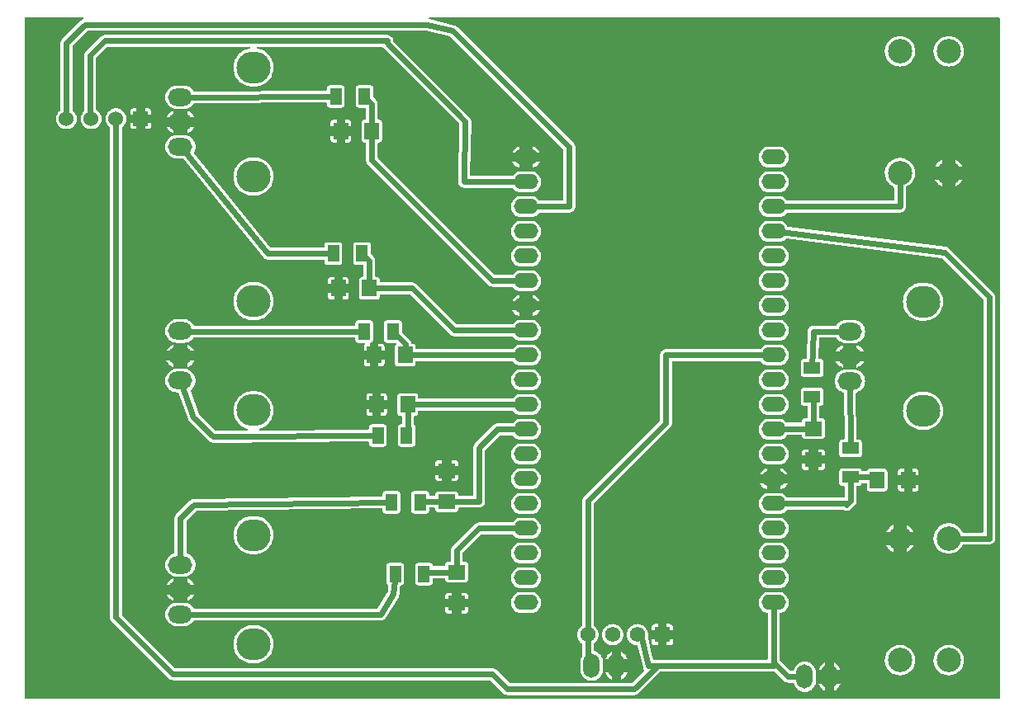
<source format=gtl>
G04 Layer: TopLayer*
G04 EasyEDA v6.5.42, 2024-03-15 07:08:18*
G04 07cce05110d743cda764b2ea28b01f41,76978c21ee6b45f5ab94bb382069c2cd,10*
G04 Gerber Generator version 0.2*
G04 Scale: 100 percent, Rotated: No, Reflected: No *
G04 Dimensions in millimeters *
G04 leading zeros omitted , absolute positions ,4 integer and 5 decimal *
%FSLAX45Y45*%
%MOMM*%

%AMMACRO1*21,1,$1,$2,0,0,$3*%
%ADD10C,0.6000*%
%ADD11MACRO1,1.728X1.485X0.0000*%
%ADD12R,1.7280X1.4850*%
%ADD13MACRO1,1.701X1.2075X-90.0000*%
%ADD14MACRO1,1.728X1.485X-90.0000*%
%ADD15MACRO1,1.728X1.485X90.0000*%
%ADD16MACRO1,1.701X1.2075X0.0000*%
%ADD17R,1.7010X1.2075*%
%ADD18O,1.6999966X2.4999949999999997*%
%ADD19O,2.4999949999999997X1.7999964*%
%ADD20O,3.4999930000000004X3.2999934000000004*%
%ADD21O,2.4999949999999997X1.560068*%
%ADD22C,1.5240*%
%ADD23MACRO1,1.524X1.524X-90.0000*%
%ADD24C,2.5000*%
%ADD25MACRO1,1.5748X1.5748X0.0000*%
%ADD26C,1.5748*%
%ADD27C,0.0104*%

%LPD*%
G36*
X36068Y-7022592D02*
G01*
X32156Y-7021830D01*
X28905Y-7019594D01*
X26670Y-7016343D01*
X25908Y-7012431D01*
X25908Y-36068D01*
X26670Y-32156D01*
X28905Y-28905D01*
X32156Y-26670D01*
X36068Y-25908D01*
X621588Y-25908D01*
X625449Y-26670D01*
X628700Y-28803D01*
X630936Y-32054D01*
X631748Y-35915D01*
X631088Y-39776D01*
X628954Y-43078D01*
X625754Y-45313D01*
X618845Y-48412D01*
X612394Y-52476D01*
X604672Y-59029D01*
X414629Y-249072D01*
X408076Y-256794D01*
X402945Y-265328D01*
X399897Y-272643D01*
X397510Y-282346D01*
X397205Y-284429D01*
X396697Y-292404D01*
X396697Y-973785D01*
X395782Y-978001D01*
X393192Y-981456D01*
X381762Y-991362D01*
X372567Y-1001877D01*
X364794Y-1013460D01*
X358648Y-1025956D01*
X354126Y-1039164D01*
X351434Y-1052880D01*
X350520Y-1066800D01*
X351434Y-1080719D01*
X354126Y-1094435D01*
X358648Y-1107643D01*
X364794Y-1120140D01*
X372567Y-1131722D01*
X381762Y-1142238D01*
X392277Y-1151432D01*
X403860Y-1159205D01*
X416356Y-1165352D01*
X429564Y-1169873D01*
X443280Y-1172565D01*
X457200Y-1173480D01*
X471119Y-1172565D01*
X484835Y-1169873D01*
X498043Y-1165352D01*
X510540Y-1159205D01*
X522122Y-1151432D01*
X532638Y-1142238D01*
X541832Y-1131722D01*
X549605Y-1120140D01*
X555752Y-1107643D01*
X560273Y-1094435D01*
X562965Y-1080719D01*
X563880Y-1066800D01*
X562965Y-1052880D01*
X560273Y-1039164D01*
X555752Y-1025956D01*
X549605Y-1013460D01*
X541832Y-1001877D01*
X532638Y-991362D01*
X521208Y-981456D01*
X518617Y-978001D01*
X517702Y-973785D01*
X517702Y-321360D01*
X518464Y-317500D01*
X520700Y-314198D01*
X669798Y-165100D01*
X673100Y-162864D01*
X676960Y-162102D01*
X4144619Y-162102D01*
X4146956Y-162407D01*
X4386122Y-219354D01*
X4388713Y-220319D01*
X4390948Y-222046D01*
X5549900Y-1380998D01*
X5552135Y-1384300D01*
X5552897Y-1388160D01*
X5552897Y-1897837D01*
X5552135Y-1901698D01*
X5549900Y-1905000D01*
X5546598Y-1907235D01*
X5542737Y-1907997D01*
X5310936Y-1907997D01*
X5307787Y-1907489D01*
X5304993Y-1906066D01*
X5302707Y-1903780D01*
X5299506Y-1899361D01*
X5290159Y-1889404D01*
X5279644Y-1880717D01*
X5268163Y-1873453D01*
X5255818Y-1867611D01*
X5242864Y-1863394D01*
X5229504Y-1860854D01*
X5215585Y-1859991D01*
X5122214Y-1859991D01*
X5108295Y-1860854D01*
X5094935Y-1863394D01*
X5081981Y-1867611D01*
X5069636Y-1873453D01*
X5058156Y-1880717D01*
X5047640Y-1889404D01*
X5038293Y-1899361D01*
X5030317Y-1910384D01*
X5023713Y-1922322D01*
X5018735Y-1934972D01*
X5015331Y-1948180D01*
X5013604Y-1961692D01*
X5013604Y-1975307D01*
X5015331Y-1988820D01*
X5018735Y-2002028D01*
X5023713Y-2014677D01*
X5030317Y-2026615D01*
X5038293Y-2037638D01*
X5047640Y-2047595D01*
X5058156Y-2056282D01*
X5069636Y-2063546D01*
X5081981Y-2069388D01*
X5094935Y-2073605D01*
X5108295Y-2076145D01*
X5122214Y-2077008D01*
X5215585Y-2077008D01*
X5229504Y-2076145D01*
X5242864Y-2073605D01*
X5255818Y-2069388D01*
X5268163Y-2063546D01*
X5279644Y-2056282D01*
X5290159Y-2047595D01*
X5299506Y-2037638D01*
X5302707Y-2033219D01*
X5304993Y-2030933D01*
X5307787Y-2029510D01*
X5310936Y-2029002D01*
X5613196Y-2029002D01*
X5618378Y-2028799D01*
X5623356Y-2028189D01*
X5628233Y-2027123D01*
X5633059Y-2025700D01*
X5637682Y-2023922D01*
X5642203Y-2021687D01*
X5646470Y-2019147D01*
X5650534Y-2016252D01*
X5654395Y-2013000D01*
X5657900Y-2009495D01*
X5661152Y-2005634D01*
X5664047Y-2001570D01*
X5666587Y-1997303D01*
X5668822Y-1992782D01*
X5670600Y-1988159D01*
X5672023Y-1983333D01*
X5673090Y-1978456D01*
X5673699Y-1973478D01*
X5673902Y-1968296D01*
X5673902Y-1359204D01*
X5673394Y-1351229D01*
X5673090Y-1349146D01*
X5670702Y-1339443D01*
X5667654Y-1332128D01*
X5662523Y-1323594D01*
X5655970Y-1315872D01*
X4460036Y-120091D01*
X4454652Y-115773D01*
X4452061Y-114046D01*
X4446066Y-110693D01*
X4443222Y-109423D01*
X4436719Y-107086D01*
X4180433Y-45974D01*
X4176623Y-44145D01*
X4173880Y-40995D01*
X4172661Y-36982D01*
X4173118Y-32816D01*
X4175251Y-29209D01*
X4178655Y-26771D01*
X4182770Y-25908D01*
X10015982Y-25908D01*
X10019893Y-26670D01*
X10023144Y-28905D01*
X10025380Y-32156D01*
X10026142Y-36068D01*
X10026142Y-7012431D01*
X10025380Y-7016343D01*
X10023144Y-7019594D01*
X10019893Y-7021830D01*
X10015982Y-7022592D01*
G37*

%LPC*%
G36*
X9502089Y-530504D02*
G01*
X9519158Y-529539D01*
X9536074Y-526745D01*
X9552584Y-522071D01*
X9568434Y-515620D01*
X9583521Y-507441D01*
X9597593Y-497687D01*
X9610496Y-486460D01*
X9622078Y-473862D01*
X9632238Y-460044D01*
X9640824Y-445211D01*
X9647682Y-429514D01*
X9652812Y-413156D01*
X9656114Y-396341D01*
X9657486Y-379272D01*
X9657029Y-362153D01*
X9654692Y-345186D01*
X9650476Y-328574D01*
X9644481Y-312521D01*
X9636760Y-297230D01*
X9627362Y-282905D01*
X9616490Y-269697D01*
X9604197Y-257759D01*
X9590684Y-247192D01*
X9576104Y-238252D01*
X9560610Y-230936D01*
X9544405Y-225348D01*
X9527692Y-221640D01*
X9510623Y-219760D01*
X9493504Y-219760D01*
X9476486Y-221640D01*
X9459772Y-225348D01*
X9443567Y-230936D01*
X9428073Y-238252D01*
X9413494Y-247192D01*
X9399981Y-257759D01*
X9387687Y-269697D01*
X9376765Y-282905D01*
X9367418Y-297230D01*
X9359696Y-312521D01*
X9353651Y-328574D01*
X9349486Y-345186D01*
X9347098Y-362153D01*
X9346641Y-379272D01*
X9348063Y-396341D01*
X9351365Y-413156D01*
X9356445Y-429514D01*
X9363354Y-445211D01*
X9371888Y-460044D01*
X9382048Y-473862D01*
X9393631Y-486460D01*
X9406585Y-497687D01*
X9420656Y-507441D01*
X9435693Y-515620D01*
X9451594Y-522071D01*
X9468053Y-526745D01*
X9484969Y-529539D01*
G37*
G36*
X9002064Y-530504D02*
G01*
X9019184Y-529539D01*
X9036100Y-526745D01*
X9052560Y-522071D01*
X9068460Y-515620D01*
X9083497Y-507441D01*
X9097568Y-497687D01*
X9110522Y-486460D01*
X9122105Y-473862D01*
X9132265Y-460044D01*
X9140799Y-445211D01*
X9147708Y-429514D01*
X9152788Y-413156D01*
X9156090Y-396341D01*
X9157512Y-379272D01*
X9157055Y-362153D01*
X9154668Y-345186D01*
X9150502Y-328574D01*
X9144457Y-312521D01*
X9136735Y-297230D01*
X9127388Y-282905D01*
X9116466Y-269697D01*
X9104172Y-257759D01*
X9090660Y-247192D01*
X9076080Y-238252D01*
X9060586Y-230936D01*
X9044381Y-225348D01*
X9027668Y-221640D01*
X9010650Y-219760D01*
X8993530Y-219760D01*
X8976461Y-221640D01*
X8959748Y-225348D01*
X8943543Y-230936D01*
X8928049Y-238252D01*
X8913469Y-247192D01*
X8899956Y-257759D01*
X8887663Y-269697D01*
X8876792Y-282905D01*
X8867394Y-297230D01*
X8859672Y-312521D01*
X8853678Y-328574D01*
X8849461Y-345186D01*
X8847124Y-362153D01*
X8846667Y-379272D01*
X8848039Y-396341D01*
X8851341Y-413156D01*
X8856472Y-429514D01*
X8863330Y-445211D01*
X8871915Y-460044D01*
X8882075Y-473862D01*
X8893657Y-486460D01*
X8906560Y-497687D01*
X8920632Y-507441D01*
X8935720Y-515620D01*
X8951569Y-522071D01*
X8968079Y-526745D01*
X8984996Y-529539D01*
G37*
G36*
X8329269Y-6939127D02*
G01*
X8342274Y-6932015D01*
X8354009Y-6923481D01*
X8364575Y-6913575D01*
X8373821Y-6902399D01*
X8381593Y-6890156D01*
X8387791Y-6876999D01*
X8392210Y-6863334D01*
X8329269Y-6863334D01*
G37*
G36*
X8231530Y-6939127D02*
G01*
X8231530Y-6863334D01*
X8168589Y-6863334D01*
X8173008Y-6876999D01*
X8179206Y-6890156D01*
X8186978Y-6902399D01*
X8196224Y-6913575D01*
X8206790Y-6923481D01*
X8218525Y-6932015D01*
G37*
G36*
X1590294Y-966520D02*
G01*
X1659686Y-966520D01*
X1674520Y-965606D01*
X1681835Y-964285D01*
X1686001Y-964437D01*
X1688236Y-963168D01*
X1702714Y-958646D01*
X1715973Y-952703D01*
X1728419Y-945134D01*
X1739900Y-936193D01*
X1750161Y-925880D01*
X1759356Y-914196D01*
X1761591Y-912114D01*
X1764284Y-910742D01*
X1767281Y-910285D01*
X3116478Y-899515D01*
X3120390Y-900277D01*
X3123742Y-902462D01*
X3125978Y-905764D01*
X3126740Y-909675D01*
X3126740Y-922731D01*
X3127349Y-929182D01*
X3129127Y-934923D01*
X3131921Y-940155D01*
X3135731Y-944778D01*
X3140303Y-948588D01*
X3145586Y-951382D01*
X3151327Y-953109D01*
X3157728Y-953769D01*
X3277514Y-953769D01*
X3283965Y-953109D01*
X3289655Y-951382D01*
X3294938Y-948588D01*
X3299561Y-944778D01*
X3303320Y-940155D01*
X3306114Y-934923D01*
X3307892Y-929182D01*
X3308502Y-922731D01*
X3308502Y-753668D01*
X3307892Y-747217D01*
X3306114Y-741476D01*
X3303320Y-736244D01*
X3299561Y-731621D01*
X3294938Y-727811D01*
X3289655Y-725017D01*
X3283965Y-723290D01*
X3277514Y-722630D01*
X3157728Y-722630D01*
X3151327Y-723290D01*
X3145586Y-725017D01*
X3140303Y-727811D01*
X3135731Y-731621D01*
X3131921Y-736244D01*
X3129127Y-741476D01*
X3127349Y-747217D01*
X3126740Y-753668D01*
X3126740Y-768350D01*
X3125978Y-772210D01*
X3123793Y-775512D01*
X3120542Y-777697D01*
X3116681Y-778510D01*
X1772005Y-789228D01*
X1768551Y-788670D01*
X1765554Y-786942D01*
X1763217Y-784301D01*
X1759153Y-777544D01*
X1750161Y-766114D01*
X1739900Y-755802D01*
X1728419Y-746861D01*
X1715973Y-739292D01*
X1702714Y-733348D01*
X1688846Y-729030D01*
X1674520Y-726389D01*
X1659686Y-725474D01*
X1590294Y-725474D01*
X1575460Y-726389D01*
X1561134Y-729030D01*
X1547266Y-733348D01*
X1534007Y-739292D01*
X1521561Y-746861D01*
X1510080Y-755802D01*
X1499819Y-766114D01*
X1490827Y-777544D01*
X1483309Y-789990D01*
X1477314Y-803249D01*
X1472996Y-817168D01*
X1470355Y-831494D01*
X1469491Y-846023D01*
X1470355Y-860501D01*
X1472996Y-874826D01*
X1477314Y-888746D01*
X1483309Y-902004D01*
X1490827Y-914450D01*
X1499819Y-925880D01*
X1510080Y-936193D01*
X1521561Y-945134D01*
X1534007Y-952703D01*
X1547266Y-958646D01*
X1561744Y-963168D01*
X1563979Y-964437D01*
X1568145Y-964285D01*
X1575460Y-965606D01*
G37*
G36*
X5834735Y-6835444D02*
G01*
X5849264Y-6835444D01*
X5863640Y-6833666D01*
X5877712Y-6830059D01*
X5891174Y-6824675D01*
X5903874Y-6817715D01*
X5915609Y-6809181D01*
X5926175Y-6799275D01*
X5935421Y-6788099D01*
X5943193Y-6775856D01*
X5949391Y-6762699D01*
X5953861Y-6748932D01*
X5956554Y-6734657D01*
X5957519Y-6719874D01*
X5957519Y-6640525D01*
X5956554Y-6625742D01*
X5953861Y-6611467D01*
X5949391Y-6597700D01*
X5943193Y-6584543D01*
X5935421Y-6572300D01*
X5926175Y-6561124D01*
X5915609Y-6551218D01*
X5903874Y-6542684D01*
X5891174Y-6535724D01*
X5877712Y-6530340D01*
X5872022Y-6528917D01*
X5868111Y-6526885D01*
X5865368Y-6523380D01*
X5864402Y-6519062D01*
X5864402Y-6458712D01*
X5864910Y-6455511D01*
X5866434Y-6452616D01*
X5868771Y-6450380D01*
X5872022Y-6448094D01*
X5882386Y-6438696D01*
X5891428Y-6428028D01*
X5899048Y-6416294D01*
X5905144Y-6403695D01*
X5909564Y-6390386D01*
X5912205Y-6376670D01*
X5913120Y-6362700D01*
X5912205Y-6348730D01*
X5909564Y-6335014D01*
X5905144Y-6321704D01*
X5899048Y-6309106D01*
X5891428Y-6297371D01*
X5882386Y-6286703D01*
X5872022Y-6277305D01*
X5868771Y-6275019D01*
X5866434Y-6272784D01*
X5864910Y-6269888D01*
X5864402Y-6266688D01*
X5864402Y-5020360D01*
X5865164Y-5016500D01*
X5867400Y-5013198D01*
X6646570Y-4234027D01*
X6653123Y-4226306D01*
X6658254Y-4217771D01*
X6661302Y-4210456D01*
X6663690Y-4200753D01*
X6663994Y-4198670D01*
X6664502Y-4190695D01*
X6664502Y-3563162D01*
X6665264Y-3559301D01*
X6667500Y-3556000D01*
X6670802Y-3553764D01*
X6674662Y-3553002D01*
X7566863Y-3553002D01*
X7570012Y-3553510D01*
X7572806Y-3554933D01*
X7575092Y-3557219D01*
X7578293Y-3561638D01*
X7587640Y-3571595D01*
X7598156Y-3580282D01*
X7609636Y-3587546D01*
X7621981Y-3593388D01*
X7634935Y-3597605D01*
X7648295Y-3600145D01*
X7662214Y-3601008D01*
X7755585Y-3601008D01*
X7769504Y-3600145D01*
X7782864Y-3597605D01*
X7795818Y-3593388D01*
X7808163Y-3587546D01*
X7819644Y-3580282D01*
X7830159Y-3571595D01*
X7839506Y-3561638D01*
X7847482Y-3550615D01*
X7854086Y-3538677D01*
X7859064Y-3526028D01*
X7862468Y-3512820D01*
X7864195Y-3499307D01*
X7864195Y-3485692D01*
X7862468Y-3472179D01*
X7859064Y-3458972D01*
X7854086Y-3446322D01*
X7847482Y-3434384D01*
X7839506Y-3423361D01*
X7830159Y-3413404D01*
X7819644Y-3404717D01*
X7808163Y-3397453D01*
X7795818Y-3391611D01*
X7782864Y-3387394D01*
X7769504Y-3384854D01*
X7755585Y-3383991D01*
X7662214Y-3383991D01*
X7648295Y-3384854D01*
X7634935Y-3387394D01*
X7621981Y-3391611D01*
X7609636Y-3397453D01*
X7598156Y-3404717D01*
X7587640Y-3413404D01*
X7578293Y-3423361D01*
X7575092Y-3427780D01*
X7572806Y-3430066D01*
X7570012Y-3431489D01*
X7566863Y-3431997D01*
X6604203Y-3431997D01*
X6599021Y-3432200D01*
X6594043Y-3432810D01*
X6589166Y-3433876D01*
X6584340Y-3435299D01*
X6579717Y-3437077D01*
X6575196Y-3439312D01*
X6570929Y-3441852D01*
X6566865Y-3444748D01*
X6563004Y-3447999D01*
X6559499Y-3451504D01*
X6556248Y-3455365D01*
X6553352Y-3459429D01*
X6550812Y-3463696D01*
X6548577Y-3468217D01*
X6546799Y-3472840D01*
X6545376Y-3477666D01*
X6544309Y-3482543D01*
X6543700Y-3487521D01*
X6543497Y-3492703D01*
X6543497Y-4161739D01*
X6542735Y-4165600D01*
X6540500Y-4168901D01*
X5761329Y-4948072D01*
X5754776Y-4955794D01*
X5749645Y-4964328D01*
X5746597Y-4971643D01*
X5744210Y-4981346D01*
X5743905Y-4983429D01*
X5743397Y-4991404D01*
X5743397Y-6266637D01*
X5742940Y-6269634D01*
X5741619Y-6272377D01*
X5739587Y-6274562D01*
X5730443Y-6281826D01*
X5720740Y-6291884D01*
X5712358Y-6303111D01*
X5705500Y-6315303D01*
X5700217Y-6328257D01*
X5696712Y-6341821D01*
X5694883Y-6355689D01*
X5694883Y-6369710D01*
X5696712Y-6383578D01*
X5700217Y-6397142D01*
X5705500Y-6410096D01*
X5712358Y-6422288D01*
X5720740Y-6433515D01*
X5730443Y-6443573D01*
X5739587Y-6450838D01*
X5741619Y-6453022D01*
X5742940Y-6455765D01*
X5743397Y-6458762D01*
X5743397Y-6577533D01*
X5742990Y-6580378D01*
X5740806Y-6584543D01*
X5734608Y-6597700D01*
X5730138Y-6611467D01*
X5727446Y-6625742D01*
X5726480Y-6640525D01*
X5726480Y-6719874D01*
X5727446Y-6734657D01*
X5730138Y-6748932D01*
X5734608Y-6762699D01*
X5740806Y-6775856D01*
X5748578Y-6788099D01*
X5757824Y-6799275D01*
X5768390Y-6809181D01*
X5780125Y-6817715D01*
X5792825Y-6824675D01*
X5806287Y-6830059D01*
X5820359Y-6833666D01*
G37*
G36*
X6144869Y-6824827D02*
G01*
X6157874Y-6817715D01*
X6169609Y-6809181D01*
X6180175Y-6799275D01*
X6189421Y-6788099D01*
X6197193Y-6775856D01*
X6203391Y-6762699D01*
X6207810Y-6749034D01*
X6144869Y-6749034D01*
G37*
G36*
X6047130Y-6824827D02*
G01*
X6047130Y-6749034D01*
X5984189Y-6749034D01*
X5988608Y-6762699D01*
X5994806Y-6775856D01*
X6002578Y-6788099D01*
X6011824Y-6799275D01*
X6022390Y-6809181D01*
X6034125Y-6817715D01*
G37*
G36*
X8993530Y-6780225D02*
G01*
X9010650Y-6780225D01*
X9027668Y-6778345D01*
X9044381Y-6774637D01*
X9060586Y-6769049D01*
X9076080Y-6761734D01*
X9090660Y-6752793D01*
X9104172Y-6742226D01*
X9116466Y-6730288D01*
X9127388Y-6717080D01*
X9136735Y-6702755D01*
X9144457Y-6687464D01*
X9150502Y-6671411D01*
X9154668Y-6654800D01*
X9157055Y-6637832D01*
X9157512Y-6620713D01*
X9156090Y-6603644D01*
X9152788Y-6586829D01*
X9147708Y-6570472D01*
X9140799Y-6554774D01*
X9132265Y-6539941D01*
X9122105Y-6526123D01*
X9110522Y-6513525D01*
X9097568Y-6502298D01*
X9083497Y-6492544D01*
X9068460Y-6484366D01*
X9052560Y-6477914D01*
X9036100Y-6473240D01*
X9019184Y-6470446D01*
X9002064Y-6469481D01*
X8984996Y-6470446D01*
X8968079Y-6473240D01*
X8951569Y-6477914D01*
X8935720Y-6484366D01*
X8920632Y-6492544D01*
X8906560Y-6502298D01*
X8893657Y-6513525D01*
X8882075Y-6526123D01*
X8871915Y-6539941D01*
X8863330Y-6554774D01*
X8856472Y-6570472D01*
X8851341Y-6586829D01*
X8848039Y-6603644D01*
X8846667Y-6620713D01*
X8847124Y-6637832D01*
X8849461Y-6654800D01*
X8853678Y-6671411D01*
X8859672Y-6687464D01*
X8867394Y-6702755D01*
X8876792Y-6717080D01*
X8887663Y-6730288D01*
X8899956Y-6742226D01*
X8913469Y-6752793D01*
X8928049Y-6761734D01*
X8943543Y-6769049D01*
X8959748Y-6774637D01*
X8976461Y-6778345D01*
G37*
G36*
X9493504Y-6780225D02*
G01*
X9510623Y-6780225D01*
X9527692Y-6778345D01*
X9544405Y-6774637D01*
X9560610Y-6769049D01*
X9576104Y-6761734D01*
X9590684Y-6752793D01*
X9604197Y-6742226D01*
X9616490Y-6730288D01*
X9627362Y-6717080D01*
X9636760Y-6702755D01*
X9644481Y-6687464D01*
X9650476Y-6671411D01*
X9654692Y-6654800D01*
X9657029Y-6637832D01*
X9657486Y-6620713D01*
X9656114Y-6603644D01*
X9652812Y-6586829D01*
X9647682Y-6570472D01*
X9640824Y-6554774D01*
X9632238Y-6539941D01*
X9622078Y-6526123D01*
X9610496Y-6513525D01*
X9597593Y-6502298D01*
X9583521Y-6492544D01*
X9568434Y-6484366D01*
X9552584Y-6477914D01*
X9536074Y-6473240D01*
X9519158Y-6470446D01*
X9502089Y-6469481D01*
X9484969Y-6470446D01*
X9468053Y-6473240D01*
X9451594Y-6477914D01*
X9435693Y-6484366D01*
X9420656Y-6492544D01*
X9406585Y-6502298D01*
X9393631Y-6513525D01*
X9382048Y-6526123D01*
X9371888Y-6539941D01*
X9363354Y-6554774D01*
X9356445Y-6570472D01*
X9351365Y-6586829D01*
X9348063Y-6603644D01*
X9346641Y-6620713D01*
X9347098Y-6637832D01*
X9349486Y-6654800D01*
X9353651Y-6671411D01*
X9359696Y-6687464D01*
X9367418Y-6702755D01*
X9376765Y-6717080D01*
X9387687Y-6730288D01*
X9399981Y-6742226D01*
X9413494Y-6752793D01*
X9428073Y-6761734D01*
X9443567Y-6769049D01*
X9459772Y-6774637D01*
X9476486Y-6778345D01*
G37*
G36*
X1263650Y-1022350D02*
G01*
X1325930Y-1022350D01*
X1325930Y-991108D01*
X1325270Y-984656D01*
X1323543Y-978966D01*
X1320749Y-973683D01*
X1316939Y-969060D01*
X1312316Y-965250D01*
X1307033Y-962456D01*
X1301343Y-960729D01*
X1294892Y-960069D01*
X1263650Y-960069D01*
G37*
G36*
X8329269Y-6725666D02*
G01*
X8392210Y-6725666D01*
X8387791Y-6712000D01*
X8381593Y-6698843D01*
X8373821Y-6686600D01*
X8364575Y-6675424D01*
X8354009Y-6665518D01*
X8342274Y-6656984D01*
X8329269Y-6649872D01*
G37*
G36*
X8168589Y-6725666D02*
G01*
X8231530Y-6725666D01*
X8231530Y-6649872D01*
X8218525Y-6656984D01*
X8206790Y-6665518D01*
X8196224Y-6675424D01*
X8186978Y-6686600D01*
X8179206Y-6698843D01*
X8173008Y-6712000D01*
G37*
G36*
X2365248Y-6655511D02*
G01*
X2384755Y-6655511D01*
X2404160Y-6654546D01*
X2423160Y-6651701D01*
X2441752Y-6647078D01*
X2459837Y-6640575D01*
X2477160Y-6632397D01*
X2493619Y-6622542D01*
X2509012Y-6611112D01*
X2523236Y-6598208D01*
X2536139Y-6583984D01*
X2547569Y-6568592D01*
X2557424Y-6552133D01*
X2565603Y-6534810D01*
X2572054Y-6516725D01*
X2576728Y-6498132D01*
X2579573Y-6479133D01*
X2580487Y-6459982D01*
X2579573Y-6440830D01*
X2576728Y-6421831D01*
X2572054Y-6403238D01*
X2565603Y-6385153D01*
X2557424Y-6367830D01*
X2547569Y-6351371D01*
X2536139Y-6335979D01*
X2523236Y-6321755D01*
X2509012Y-6308852D01*
X2493619Y-6297422D01*
X2477160Y-6287566D01*
X2459837Y-6279388D01*
X2441752Y-6272885D01*
X2423160Y-6268262D01*
X2404160Y-6265418D01*
X2384755Y-6264452D01*
X2365248Y-6264452D01*
X2345842Y-6265418D01*
X2326843Y-6268262D01*
X2308250Y-6272885D01*
X2290165Y-6279388D01*
X2272842Y-6287566D01*
X2256383Y-6297422D01*
X2240991Y-6308852D01*
X2226767Y-6321755D01*
X2213864Y-6335979D01*
X2202434Y-6351371D01*
X2192578Y-6367830D01*
X2184400Y-6385153D01*
X2177948Y-6403238D01*
X2173274Y-6421831D01*
X2170430Y-6440830D01*
X2169515Y-6459982D01*
X2170430Y-6479133D01*
X2173274Y-6498132D01*
X2177948Y-6516725D01*
X2184400Y-6534810D01*
X2192578Y-6552133D01*
X2202434Y-6568592D01*
X2213864Y-6583984D01*
X2226767Y-6598208D01*
X2240991Y-6611112D01*
X2256383Y-6622542D01*
X2272842Y-6632397D01*
X2290165Y-6640575D01*
X2308250Y-6647078D01*
X2326843Y-6651701D01*
X2345842Y-6654546D01*
G37*
G36*
X1112469Y-1022350D02*
G01*
X1174750Y-1022350D01*
X1174750Y-960069D01*
X1143508Y-960069D01*
X1137056Y-960729D01*
X1131366Y-962456D01*
X1126083Y-965250D01*
X1121460Y-969060D01*
X1117650Y-973683D01*
X1114856Y-978966D01*
X1113129Y-984656D01*
X1112469Y-991108D01*
G37*
G36*
X6144869Y-6611366D02*
G01*
X6207810Y-6611366D01*
X6203391Y-6597700D01*
X6197193Y-6584543D01*
X6189421Y-6572300D01*
X6180175Y-6561124D01*
X6169609Y-6551218D01*
X6157874Y-6542684D01*
X6144869Y-6535572D01*
G37*
G36*
X5984189Y-6611366D02*
G01*
X6047130Y-6611366D01*
X6047130Y-6535572D01*
X6034125Y-6542684D01*
X6022390Y-6551218D01*
X6011824Y-6561124D01*
X6002578Y-6572300D01*
X5994806Y-6584543D01*
X5988608Y-6597700D01*
G37*
G36*
X6487668Y-6471970D02*
G01*
X6520180Y-6471970D01*
X6520180Y-6408420D01*
X6456629Y-6408420D01*
X6456629Y-6440932D01*
X6457289Y-6447383D01*
X6459016Y-6453073D01*
X6461810Y-6458356D01*
X6465620Y-6462979D01*
X6470243Y-6466789D01*
X6475526Y-6469583D01*
X6481216Y-6471310D01*
G37*
G36*
X6611620Y-6471970D02*
G01*
X6644131Y-6471970D01*
X6650583Y-6471310D01*
X6656273Y-6469583D01*
X6661556Y-6466789D01*
X6666179Y-6462979D01*
X6669989Y-6458356D01*
X6672783Y-6453073D01*
X6674510Y-6447383D01*
X6675170Y-6440932D01*
X6675170Y-6408420D01*
X6611620Y-6408420D01*
G37*
G36*
X6061405Y-6471869D02*
G01*
X6075324Y-6470548D01*
X6088989Y-6467398D01*
X6102096Y-6462572D01*
X6114542Y-6456121D01*
X6126022Y-6448094D01*
X6136386Y-6438696D01*
X6145428Y-6428028D01*
X6153048Y-6416294D01*
X6159144Y-6403695D01*
X6163564Y-6390386D01*
X6166205Y-6376670D01*
X6167120Y-6362700D01*
X6166205Y-6348730D01*
X6163564Y-6335014D01*
X6159144Y-6321704D01*
X6153048Y-6309106D01*
X6145428Y-6297371D01*
X6136386Y-6286703D01*
X6126022Y-6277305D01*
X6114542Y-6269278D01*
X6102096Y-6262827D01*
X6088989Y-6258001D01*
X6075324Y-6254851D01*
X6061405Y-6253530D01*
X6047435Y-6253988D01*
X6033617Y-6256223D01*
X6020155Y-6260185D01*
X6007354Y-6265875D01*
X5995416Y-6273139D01*
X5984443Y-6281826D01*
X5974740Y-6291884D01*
X5966358Y-6303111D01*
X5959500Y-6315303D01*
X5954217Y-6328257D01*
X5950712Y-6341821D01*
X5948883Y-6355689D01*
X5948883Y-6369710D01*
X5950712Y-6383578D01*
X5954217Y-6397142D01*
X5959500Y-6410096D01*
X5966358Y-6422288D01*
X5974740Y-6433515D01*
X5984443Y-6443573D01*
X5995416Y-6452260D01*
X6007354Y-6459524D01*
X6020155Y-6465214D01*
X6033617Y-6469176D01*
X6047435Y-6471412D01*
G37*
G36*
X6456629Y-6316980D02*
G01*
X6520180Y-6316980D01*
X6520180Y-6253429D01*
X6487668Y-6253429D01*
X6481216Y-6254089D01*
X6475526Y-6255816D01*
X6470243Y-6258610D01*
X6465620Y-6262420D01*
X6461810Y-6267043D01*
X6459016Y-6272326D01*
X6457289Y-6278016D01*
X6456629Y-6284468D01*
G37*
G36*
X6611620Y-6316980D02*
G01*
X6675170Y-6316980D01*
X6675170Y-6284468D01*
X6674510Y-6278016D01*
X6672783Y-6272326D01*
X6669989Y-6267043D01*
X6666179Y-6262420D01*
X6661556Y-6258610D01*
X6656273Y-6255816D01*
X6650583Y-6254089D01*
X6644131Y-6253429D01*
X6611620Y-6253429D01*
G37*
G36*
X1590294Y-6274511D02*
G01*
X1659686Y-6274511D01*
X1674520Y-6273596D01*
X1688846Y-6270955D01*
X1702714Y-6266637D01*
X1715973Y-6260693D01*
X1728419Y-6253124D01*
X1739900Y-6244183D01*
X1750161Y-6233871D01*
X1759153Y-6222441D01*
X1760778Y-6219698D01*
X1763064Y-6217107D01*
X1766112Y-6215380D01*
X1769516Y-6214821D01*
X3679240Y-6218885D01*
X3689502Y-6217767D01*
X3699103Y-6215024D01*
X3708146Y-6210757D01*
X3716375Y-6205067D01*
X3723538Y-6198108D01*
X3729685Y-6189726D01*
X3861308Y-5975654D01*
X3866032Y-5966358D01*
X3869029Y-5956757D01*
X3870299Y-5948375D01*
X3877360Y-5865266D01*
X3878275Y-5861862D01*
X3880256Y-5858967D01*
X3883101Y-5856935D01*
X3886504Y-5856020D01*
X3893565Y-5855309D01*
X3899255Y-5853582D01*
X3904538Y-5850788D01*
X3909161Y-5846978D01*
X3912920Y-5842355D01*
X3915714Y-5837123D01*
X3917492Y-5831382D01*
X3918102Y-5824931D01*
X3918102Y-5655868D01*
X3917492Y-5649417D01*
X3915714Y-5643676D01*
X3912920Y-5638444D01*
X3909161Y-5633821D01*
X3904538Y-5630011D01*
X3899255Y-5627217D01*
X3893565Y-5625490D01*
X3887114Y-5624830D01*
X3767328Y-5624830D01*
X3760927Y-5625490D01*
X3755186Y-5627217D01*
X3749903Y-5630011D01*
X3745331Y-5633821D01*
X3741521Y-5638444D01*
X3738727Y-5643676D01*
X3736949Y-5649417D01*
X3736340Y-5655868D01*
X3736340Y-5824931D01*
X3736949Y-5831382D01*
X3738727Y-5837123D01*
X3741521Y-5842355D01*
X3745331Y-5846978D01*
X3749903Y-5850788D01*
X3753967Y-5853785D01*
X3755847Y-5857240D01*
X3756253Y-5861151D01*
X3751122Y-5921756D01*
X3750665Y-5924092D01*
X3749649Y-5926226D01*
X3647135Y-6092952D01*
X3644849Y-6095542D01*
X3641851Y-6097219D01*
X3638448Y-6097828D01*
X1769821Y-6093815D01*
X1766468Y-6093206D01*
X1763420Y-6091478D01*
X1761185Y-6088888D01*
X1759153Y-6085535D01*
X1750161Y-6074105D01*
X1739900Y-6063792D01*
X1728419Y-6054852D01*
X1715973Y-6047282D01*
X1702714Y-6041339D01*
X1688236Y-6036818D01*
X1686001Y-6035548D01*
X1681835Y-6035700D01*
X1674520Y-6034379D01*
X1659686Y-6033465D01*
X1590294Y-6033465D01*
X1575460Y-6034379D01*
X1568145Y-6035700D01*
X1563979Y-6035548D01*
X1561744Y-6036818D01*
X1547266Y-6041339D01*
X1534007Y-6047282D01*
X1521561Y-6054852D01*
X1510080Y-6063792D01*
X1499819Y-6074105D01*
X1490827Y-6085535D01*
X1483309Y-6097981D01*
X1477314Y-6111240D01*
X1472996Y-6125159D01*
X1470355Y-6139484D01*
X1469491Y-6154013D01*
X1470355Y-6168491D01*
X1472996Y-6182817D01*
X1477314Y-6196736D01*
X1483309Y-6209995D01*
X1490827Y-6222441D01*
X1499819Y-6233871D01*
X1510080Y-6244183D01*
X1521561Y-6253124D01*
X1534007Y-6260693D01*
X1547266Y-6266637D01*
X1561134Y-6270955D01*
X1575460Y-6273596D01*
G37*
G36*
X1693824Y-1048664D02*
G01*
X1768754Y-1048664D01*
X1766671Y-1043990D01*
X1759153Y-1031544D01*
X1750161Y-1020114D01*
X1739900Y-1009802D01*
X1728419Y-1000861D01*
X1715973Y-993292D01*
X1702714Y-987348D01*
X1693824Y-984554D01*
G37*
G36*
X4371797Y-6144107D02*
G01*
X4408170Y-6144107D01*
X4408170Y-6082842D01*
X4340809Y-6082842D01*
X4340809Y-6113119D01*
X4341418Y-6119520D01*
X4343146Y-6125260D01*
X4345990Y-6130544D01*
X4349750Y-6135116D01*
X4354372Y-6138926D01*
X4359656Y-6141720D01*
X4365345Y-6143498D01*
G37*
G36*
X4507230Y-6144107D02*
G01*
X4543602Y-6144107D01*
X4550054Y-6143498D01*
X4555744Y-6141720D01*
X4561027Y-6138926D01*
X4565650Y-6135116D01*
X4569409Y-6130544D01*
X4572254Y-6125260D01*
X4573981Y-6119520D01*
X4574590Y-6113119D01*
X4574590Y-6082842D01*
X4507230Y-6082842D01*
G37*
G36*
X5122214Y-6141008D02*
G01*
X5215585Y-6141008D01*
X5229504Y-6140145D01*
X5242864Y-6137605D01*
X5255818Y-6133388D01*
X5268163Y-6127546D01*
X5279644Y-6120282D01*
X5290159Y-6111595D01*
X5299506Y-6101638D01*
X5307482Y-6090615D01*
X5314086Y-6078677D01*
X5319064Y-6066028D01*
X5322468Y-6052820D01*
X5324195Y-6039307D01*
X5324195Y-6025692D01*
X5322468Y-6012180D01*
X5319064Y-5998972D01*
X5314086Y-5986322D01*
X5307482Y-5974384D01*
X5299506Y-5963361D01*
X5290159Y-5953404D01*
X5279644Y-5944717D01*
X5268163Y-5937453D01*
X5255818Y-5931611D01*
X5242864Y-5927394D01*
X5229504Y-5924854D01*
X5215585Y-5923991D01*
X5122214Y-5923991D01*
X5108295Y-5924854D01*
X5094935Y-5927394D01*
X5081981Y-5931611D01*
X5069636Y-5937453D01*
X5058156Y-5944717D01*
X5047640Y-5953404D01*
X5038293Y-5963361D01*
X5030317Y-5974384D01*
X5023713Y-5986322D01*
X5018735Y-5998972D01*
X5015331Y-6012180D01*
X5013604Y-6025692D01*
X5013604Y-6039307D01*
X5015331Y-6052820D01*
X5018735Y-6066028D01*
X5023713Y-6078677D01*
X5030317Y-6090615D01*
X5038293Y-6101638D01*
X5047640Y-6111595D01*
X5058156Y-6120282D01*
X5069636Y-6127546D01*
X5081981Y-6133388D01*
X5094935Y-6137605D01*
X5108295Y-6140145D01*
G37*
G36*
X1481226Y-1048664D02*
G01*
X1556156Y-1048664D01*
X1556156Y-984554D01*
X1547266Y-987348D01*
X1534007Y-993292D01*
X1521561Y-1000861D01*
X1510080Y-1009802D01*
X1499819Y-1020114D01*
X1490827Y-1031544D01*
X1483309Y-1043990D01*
G37*
G36*
X3164992Y-1144270D02*
G01*
X3226257Y-1144270D01*
X3226257Y-1076909D01*
X3195980Y-1076909D01*
X3189579Y-1077518D01*
X3183839Y-1079246D01*
X3178556Y-1082090D01*
X3173984Y-1085850D01*
X3170174Y-1090472D01*
X3167380Y-1095756D01*
X3165602Y-1101445D01*
X3164992Y-1107897D01*
G37*
G36*
X3313226Y-1144270D02*
G01*
X3374491Y-1144270D01*
X3374491Y-1107897D01*
X3373882Y-1101445D01*
X3372154Y-1095756D01*
X3369310Y-1090472D01*
X3365550Y-1085850D01*
X3360928Y-1082090D01*
X3355644Y-1079246D01*
X3349955Y-1077518D01*
X3343503Y-1076909D01*
X3313226Y-1076909D01*
G37*
G36*
X1693824Y-6015431D02*
G01*
X1702714Y-6012637D01*
X1715973Y-6006693D01*
X1728419Y-5999124D01*
X1739900Y-5990183D01*
X1750161Y-5979871D01*
X1759153Y-5968441D01*
X1766671Y-5955995D01*
X1768754Y-5951321D01*
X1693824Y-5951321D01*
G37*
G36*
X1556156Y-6015431D02*
G01*
X1556156Y-5951321D01*
X1481226Y-5951321D01*
X1483309Y-5955995D01*
X1490827Y-5968441D01*
X1499819Y-5979871D01*
X1510080Y-5990183D01*
X1521561Y-5999124D01*
X1534007Y-6006693D01*
X1547266Y-6012637D01*
G37*
G36*
X4507230Y-5995873D02*
G01*
X4574590Y-5995873D01*
X4574590Y-5965596D01*
X4573981Y-5959144D01*
X4572254Y-5953455D01*
X4569409Y-5948172D01*
X4565650Y-5943549D01*
X4561027Y-5939790D01*
X4555744Y-5936945D01*
X4550054Y-5935218D01*
X4543602Y-5934608D01*
X4507230Y-5934608D01*
G37*
G36*
X4340809Y-5995873D02*
G01*
X4408170Y-5995873D01*
X4408170Y-5934608D01*
X4371797Y-5934608D01*
X4365345Y-5935218D01*
X4359656Y-5936945D01*
X4354372Y-5939790D01*
X4349750Y-5943549D01*
X4345990Y-5948172D01*
X4343146Y-5953455D01*
X4341418Y-5959144D01*
X4340809Y-5965596D01*
G37*
G36*
X5122214Y-5887008D02*
G01*
X5215585Y-5887008D01*
X5229504Y-5886145D01*
X5242864Y-5883605D01*
X5255818Y-5879388D01*
X5268163Y-5873546D01*
X5279644Y-5866282D01*
X5290159Y-5857595D01*
X5299506Y-5847638D01*
X5307482Y-5836615D01*
X5314086Y-5824677D01*
X5319064Y-5812028D01*
X5322468Y-5798820D01*
X5324195Y-5785307D01*
X5324195Y-5771692D01*
X5322468Y-5758180D01*
X5319064Y-5744972D01*
X5314086Y-5732322D01*
X5307482Y-5720384D01*
X5299506Y-5709361D01*
X5290159Y-5699404D01*
X5279644Y-5690717D01*
X5268163Y-5683453D01*
X5255818Y-5677611D01*
X5242864Y-5673394D01*
X5229504Y-5670854D01*
X5215585Y-5669991D01*
X5122214Y-5669991D01*
X5108295Y-5670854D01*
X5094935Y-5673394D01*
X5081981Y-5677611D01*
X5069636Y-5683453D01*
X5058156Y-5690717D01*
X5047640Y-5699404D01*
X5038293Y-5709361D01*
X5030317Y-5720384D01*
X5023713Y-5732322D01*
X5018735Y-5744972D01*
X5015331Y-5758180D01*
X5013604Y-5771692D01*
X5013604Y-5785307D01*
X5015331Y-5798820D01*
X5018735Y-5812028D01*
X5023713Y-5824677D01*
X5030317Y-5836615D01*
X5038293Y-5847638D01*
X5047640Y-5857595D01*
X5058156Y-5866282D01*
X5069636Y-5873546D01*
X5081981Y-5879388D01*
X5094935Y-5883605D01*
X5108295Y-5886145D01*
G37*
G36*
X7662214Y-5887008D02*
G01*
X7755585Y-5887008D01*
X7769504Y-5886145D01*
X7782864Y-5883605D01*
X7795818Y-5879388D01*
X7808163Y-5873546D01*
X7819644Y-5866282D01*
X7830159Y-5857595D01*
X7839506Y-5847638D01*
X7847482Y-5836615D01*
X7854086Y-5824677D01*
X7859064Y-5812028D01*
X7862468Y-5798820D01*
X7864195Y-5785307D01*
X7864195Y-5771692D01*
X7862468Y-5758180D01*
X7859064Y-5744972D01*
X7854086Y-5732322D01*
X7847482Y-5720384D01*
X7839506Y-5709361D01*
X7830159Y-5699404D01*
X7819644Y-5690717D01*
X7808163Y-5683453D01*
X7795818Y-5677611D01*
X7782864Y-5673394D01*
X7769504Y-5670854D01*
X7755585Y-5669991D01*
X7662214Y-5669991D01*
X7648295Y-5670854D01*
X7634935Y-5673394D01*
X7621981Y-5677611D01*
X7609636Y-5683453D01*
X7598156Y-5690717D01*
X7587640Y-5699404D01*
X7578293Y-5709361D01*
X7570317Y-5720384D01*
X7563713Y-5732322D01*
X7558735Y-5744972D01*
X7555331Y-5758180D01*
X7553604Y-5771692D01*
X7553604Y-5785307D01*
X7555331Y-5798820D01*
X7558735Y-5812028D01*
X7563713Y-5824677D01*
X7570317Y-5836615D01*
X7578293Y-5847638D01*
X7587640Y-5857595D01*
X7598156Y-5866282D01*
X7609636Y-5873546D01*
X7621981Y-5879388D01*
X7634935Y-5883605D01*
X7648295Y-5886145D01*
G37*
G36*
X4063085Y-5855970D02*
G01*
X4182872Y-5855970D01*
X4189272Y-5855309D01*
X4195013Y-5853582D01*
X4200296Y-5850788D01*
X4204868Y-5846978D01*
X4208678Y-5842355D01*
X4211472Y-5837123D01*
X4213250Y-5831382D01*
X4213860Y-5824931D01*
X4213860Y-5791504D01*
X4214622Y-5787644D01*
X4216857Y-5784342D01*
X4220108Y-5782106D01*
X4224020Y-5781344D01*
X4330649Y-5781344D01*
X4334510Y-5782106D01*
X4337812Y-5784342D01*
X4339996Y-5787644D01*
X4340809Y-5791504D01*
X4340809Y-5794603D01*
X4341418Y-5801055D01*
X4343146Y-5806744D01*
X4345990Y-5812028D01*
X4349750Y-5816650D01*
X4354372Y-5820410D01*
X4359656Y-5823254D01*
X4365345Y-5824982D01*
X4371797Y-5825591D01*
X4543602Y-5825591D01*
X4550054Y-5824982D01*
X4555744Y-5823254D01*
X4561027Y-5820410D01*
X4565650Y-5816650D01*
X4569409Y-5812028D01*
X4572254Y-5806744D01*
X4573981Y-5801055D01*
X4574590Y-5794603D01*
X4574590Y-5647080D01*
X4573981Y-5640679D01*
X4572254Y-5634939D01*
X4569409Y-5629656D01*
X4565650Y-5625084D01*
X4561027Y-5621274D01*
X4555744Y-5618480D01*
X4550054Y-5616702D01*
X4543602Y-5616092D01*
X4528362Y-5616092D01*
X4524502Y-5615330D01*
X4521200Y-5613095D01*
X4518964Y-5609844D01*
X4518202Y-5605932D01*
X4518202Y-5528360D01*
X4518964Y-5524500D01*
X4521200Y-5521198D01*
X4708398Y-5334000D01*
X4711700Y-5331764D01*
X4715560Y-5331002D01*
X5026863Y-5331002D01*
X5030012Y-5331510D01*
X5032806Y-5332933D01*
X5035092Y-5335219D01*
X5038293Y-5339638D01*
X5047640Y-5349595D01*
X5058156Y-5358282D01*
X5069636Y-5365546D01*
X5081981Y-5371388D01*
X5094935Y-5375605D01*
X5108295Y-5378145D01*
X5122214Y-5379008D01*
X5215585Y-5379008D01*
X5229504Y-5378145D01*
X5242864Y-5375605D01*
X5255818Y-5371388D01*
X5268163Y-5365546D01*
X5279644Y-5358282D01*
X5290159Y-5349595D01*
X5299506Y-5339638D01*
X5307482Y-5328615D01*
X5314086Y-5316677D01*
X5319064Y-5304028D01*
X5322468Y-5290820D01*
X5324195Y-5277307D01*
X5324195Y-5263692D01*
X5322468Y-5250180D01*
X5319064Y-5236972D01*
X5314086Y-5224322D01*
X5307482Y-5212384D01*
X5299506Y-5201361D01*
X5290159Y-5191404D01*
X5279644Y-5182717D01*
X5268163Y-5175453D01*
X5255818Y-5169611D01*
X5242864Y-5165394D01*
X5229504Y-5162854D01*
X5215585Y-5161991D01*
X5122214Y-5161991D01*
X5108295Y-5162854D01*
X5094935Y-5165394D01*
X5081981Y-5169611D01*
X5069636Y-5175453D01*
X5058156Y-5182717D01*
X5047640Y-5191404D01*
X5038293Y-5201361D01*
X5035092Y-5205780D01*
X5032806Y-5208066D01*
X5030012Y-5209489D01*
X5026863Y-5209997D01*
X4686604Y-5209997D01*
X4678629Y-5210505D01*
X4676546Y-5210810D01*
X4666843Y-5213197D01*
X4659528Y-5216245D01*
X4650994Y-5221376D01*
X4643272Y-5227929D01*
X4415129Y-5456072D01*
X4408576Y-5463794D01*
X4403445Y-5472328D01*
X4400397Y-5479643D01*
X4398010Y-5489346D01*
X4397705Y-5491429D01*
X4397197Y-5499404D01*
X4397197Y-5605932D01*
X4396435Y-5609844D01*
X4394200Y-5613095D01*
X4390898Y-5615330D01*
X4387037Y-5616092D01*
X4371797Y-5616092D01*
X4365345Y-5616702D01*
X4359656Y-5618480D01*
X4354372Y-5621274D01*
X4349750Y-5625084D01*
X4345990Y-5629656D01*
X4343146Y-5634939D01*
X4341418Y-5640679D01*
X4340809Y-5647080D01*
X4340809Y-5650179D01*
X4339996Y-5654040D01*
X4337812Y-5657342D01*
X4334510Y-5659577D01*
X4330649Y-5660339D01*
X4223512Y-5660339D01*
X4219854Y-5659678D01*
X4216704Y-5657697D01*
X4214418Y-5654751D01*
X4213250Y-5649417D01*
X4211472Y-5643676D01*
X4208678Y-5638444D01*
X4204868Y-5633821D01*
X4200296Y-5630011D01*
X4195013Y-5627217D01*
X4189272Y-5625490D01*
X4182872Y-5624830D01*
X4063085Y-5624830D01*
X4056634Y-5625490D01*
X4050944Y-5627217D01*
X4045661Y-5630011D01*
X4041038Y-5633821D01*
X4037279Y-5638444D01*
X4034485Y-5643676D01*
X4032707Y-5649417D01*
X4032097Y-5655868D01*
X4032097Y-5824931D01*
X4032707Y-5831382D01*
X4034485Y-5837123D01*
X4037279Y-5842355D01*
X4041038Y-5846978D01*
X4045661Y-5850788D01*
X4050944Y-5853582D01*
X4056634Y-5855309D01*
G37*
G36*
X1481226Y-5848654D02*
G01*
X1556156Y-5848654D01*
X1556156Y-5784545D01*
X1547266Y-5787339D01*
X1534007Y-5793282D01*
X1521561Y-5800852D01*
X1510080Y-5809792D01*
X1499819Y-5820105D01*
X1490827Y-5831535D01*
X1483309Y-5843981D01*
G37*
G36*
X1693824Y-5848654D02*
G01*
X1768754Y-5848654D01*
X1766671Y-5843981D01*
X1759153Y-5831535D01*
X1750161Y-5820105D01*
X1739900Y-5809792D01*
X1728419Y-5800852D01*
X1715973Y-5793282D01*
X1702714Y-5787339D01*
X1693824Y-5784545D01*
G37*
G36*
X1143508Y-1173530D02*
G01*
X1174750Y-1173530D01*
X1174750Y-1111250D01*
X1112469Y-1111250D01*
X1112469Y-1142492D01*
X1113129Y-1148943D01*
X1114856Y-1154633D01*
X1117650Y-1159916D01*
X1121460Y-1164539D01*
X1126083Y-1168349D01*
X1131366Y-1171143D01*
X1137056Y-1172870D01*
G37*
G36*
X1590294Y-5766511D02*
G01*
X1659686Y-5766511D01*
X1674520Y-5765596D01*
X1681835Y-5764276D01*
X1686001Y-5764428D01*
X1688236Y-5763158D01*
X1702714Y-5758637D01*
X1715973Y-5752693D01*
X1728419Y-5745124D01*
X1739900Y-5736183D01*
X1750161Y-5725871D01*
X1759153Y-5714441D01*
X1766671Y-5701995D01*
X1772666Y-5688736D01*
X1776984Y-5674817D01*
X1779625Y-5660491D01*
X1780489Y-5646013D01*
X1779625Y-5631484D01*
X1776984Y-5617159D01*
X1772666Y-5603240D01*
X1766671Y-5589981D01*
X1759153Y-5577535D01*
X1750161Y-5566105D01*
X1739900Y-5555792D01*
X1728419Y-5546852D01*
X1715973Y-5539282D01*
X1702714Y-5533339D01*
X1692757Y-5530240D01*
X1688998Y-5528106D01*
X1686509Y-5524703D01*
X1685594Y-5520537D01*
X1685594Y-5198668D01*
X1686356Y-5194808D01*
X1688592Y-5191506D01*
X1787753Y-5092293D01*
X1791004Y-5090160D01*
X1794814Y-5089347D01*
X3687927Y-5065572D01*
X3691890Y-5066334D01*
X3695242Y-5068519D01*
X3697478Y-5071821D01*
X3698240Y-5075732D01*
X3698240Y-5088331D01*
X3698849Y-5094782D01*
X3700627Y-5100523D01*
X3703421Y-5105755D01*
X3707231Y-5110378D01*
X3711803Y-5114188D01*
X3717086Y-5116982D01*
X3722827Y-5118709D01*
X3729228Y-5119370D01*
X3849014Y-5119370D01*
X3855465Y-5118709D01*
X3861155Y-5116982D01*
X3866438Y-5114188D01*
X3871061Y-5110378D01*
X3874820Y-5105755D01*
X3877614Y-5100523D01*
X3879392Y-5094782D01*
X3880002Y-5088331D01*
X3880002Y-4919268D01*
X3879392Y-4912817D01*
X3877614Y-4907076D01*
X3874820Y-4901844D01*
X3871061Y-4897221D01*
X3866438Y-4893411D01*
X3861155Y-4890617D01*
X3855465Y-4888890D01*
X3849014Y-4888230D01*
X3729228Y-4888230D01*
X3722827Y-4888890D01*
X3717086Y-4890617D01*
X3711803Y-4893411D01*
X3707231Y-4897221D01*
X3703421Y-4901844D01*
X3700627Y-4907076D01*
X3698849Y-4912817D01*
X3698240Y-4919268D01*
X3698240Y-4934407D01*
X3697478Y-4938268D01*
X3695293Y-4941519D01*
X3692042Y-4943754D01*
X3688232Y-4944567D01*
X1764842Y-4968697D01*
X1757680Y-4969205D01*
X1754733Y-4969611D01*
X1747875Y-4971237D01*
X1738579Y-4974894D01*
X1735988Y-4976266D01*
X1730044Y-4980025D01*
X1727657Y-4981854D01*
X1722323Y-4986629D01*
X1582521Y-5126380D01*
X1575968Y-5134102D01*
X1570837Y-5142636D01*
X1567789Y-5149951D01*
X1565402Y-5159654D01*
X1565097Y-5161737D01*
X1564589Y-5169712D01*
X1564589Y-5520436D01*
X1563674Y-5524601D01*
X1561185Y-5528056D01*
X1557426Y-5530138D01*
X1547266Y-5533339D01*
X1534007Y-5539282D01*
X1521561Y-5546852D01*
X1510080Y-5555792D01*
X1499819Y-5566105D01*
X1490827Y-5577535D01*
X1483309Y-5589981D01*
X1477314Y-5603240D01*
X1472996Y-5617159D01*
X1470355Y-5631484D01*
X1469491Y-5646013D01*
X1470355Y-5660491D01*
X1472996Y-5674817D01*
X1477314Y-5688736D01*
X1483309Y-5701995D01*
X1490827Y-5714441D01*
X1499819Y-5725871D01*
X1510080Y-5736183D01*
X1521561Y-5745124D01*
X1534007Y-5752693D01*
X1547266Y-5758637D01*
X1561744Y-5763158D01*
X1563979Y-5764428D01*
X1568145Y-5764276D01*
X1575460Y-5765596D01*
G37*
G36*
X1263650Y-1173530D02*
G01*
X1294892Y-1173530D01*
X1301343Y-1172870D01*
X1307033Y-1171143D01*
X1312316Y-1168349D01*
X1316939Y-1164539D01*
X1320749Y-1159916D01*
X1323543Y-1154633D01*
X1325270Y-1148943D01*
X1325930Y-1142492D01*
X1325930Y-1111250D01*
X1263650Y-1111250D01*
G37*
G36*
X1556156Y-1215440D02*
G01*
X1556156Y-1151331D01*
X1481226Y-1151331D01*
X1483309Y-1156004D01*
X1490827Y-1168450D01*
X1499819Y-1179880D01*
X1510080Y-1190193D01*
X1521561Y-1199134D01*
X1534007Y-1206703D01*
X1547266Y-1212646D01*
G37*
G36*
X1693824Y-1215440D02*
G01*
X1702714Y-1212646D01*
X1715973Y-1206703D01*
X1728419Y-1199134D01*
X1739900Y-1190193D01*
X1750161Y-1179880D01*
X1759153Y-1168450D01*
X1766671Y-1156004D01*
X1768754Y-1151331D01*
X1693824Y-1151331D01*
G37*
G36*
X5122214Y-5633008D02*
G01*
X5215585Y-5633008D01*
X5229504Y-5632145D01*
X5242864Y-5629605D01*
X5255818Y-5625388D01*
X5268163Y-5619546D01*
X5279644Y-5612282D01*
X5290159Y-5603595D01*
X5299506Y-5593638D01*
X5307482Y-5582615D01*
X5314086Y-5570677D01*
X5319064Y-5558028D01*
X5322468Y-5544820D01*
X5324195Y-5531307D01*
X5324195Y-5517692D01*
X5322468Y-5504180D01*
X5319064Y-5490972D01*
X5314086Y-5478322D01*
X5307482Y-5466384D01*
X5299506Y-5455361D01*
X5290159Y-5445404D01*
X5279644Y-5436717D01*
X5268163Y-5429453D01*
X5255818Y-5423611D01*
X5242864Y-5419394D01*
X5229504Y-5416854D01*
X5215585Y-5415991D01*
X5122214Y-5415991D01*
X5108295Y-5416854D01*
X5094935Y-5419394D01*
X5081981Y-5423611D01*
X5069636Y-5429453D01*
X5058156Y-5436717D01*
X5047640Y-5445404D01*
X5038293Y-5455361D01*
X5030317Y-5466384D01*
X5023713Y-5478322D01*
X5018735Y-5490972D01*
X5015331Y-5504180D01*
X5013604Y-5517692D01*
X5013604Y-5531307D01*
X5015331Y-5544820D01*
X5018735Y-5558028D01*
X5023713Y-5570677D01*
X5030317Y-5582615D01*
X5038293Y-5593638D01*
X5047640Y-5603595D01*
X5058156Y-5612282D01*
X5069636Y-5619546D01*
X5081981Y-5625388D01*
X5094935Y-5629605D01*
X5108295Y-5632145D01*
G37*
G36*
X7662214Y-5633008D02*
G01*
X7755585Y-5633008D01*
X7769504Y-5632145D01*
X7782864Y-5629605D01*
X7795818Y-5625388D01*
X7808163Y-5619546D01*
X7819644Y-5612282D01*
X7830159Y-5603595D01*
X7839506Y-5593638D01*
X7847482Y-5582615D01*
X7854086Y-5570677D01*
X7859064Y-5558028D01*
X7862468Y-5544820D01*
X7864195Y-5531307D01*
X7864195Y-5517692D01*
X7862468Y-5504180D01*
X7859064Y-5490972D01*
X7854086Y-5478322D01*
X7847482Y-5466384D01*
X7839506Y-5455361D01*
X7830159Y-5445404D01*
X7819644Y-5436717D01*
X7808163Y-5429453D01*
X7795818Y-5423611D01*
X7782864Y-5419394D01*
X7769504Y-5416854D01*
X7755585Y-5415991D01*
X7662214Y-5415991D01*
X7648295Y-5416854D01*
X7634935Y-5419394D01*
X7621981Y-5423611D01*
X7609636Y-5429453D01*
X7598156Y-5436717D01*
X7587640Y-5445404D01*
X7578293Y-5455361D01*
X7570317Y-5466384D01*
X7563713Y-5478322D01*
X7558735Y-5490972D01*
X7555331Y-5504180D01*
X7553604Y-5517692D01*
X7553604Y-5531307D01*
X7555331Y-5544820D01*
X7558735Y-5558028D01*
X7563713Y-5570677D01*
X7570317Y-5582615D01*
X7578293Y-5593638D01*
X7587640Y-5603595D01*
X7598156Y-5612282D01*
X7609636Y-5619546D01*
X7621981Y-5625388D01*
X7634935Y-5629605D01*
X7648295Y-5632145D01*
G37*
G36*
X2365248Y-5535523D02*
G01*
X2384755Y-5535523D01*
X2404160Y-5534558D01*
X2423160Y-5531713D01*
X2441752Y-5527090D01*
X2459837Y-5520588D01*
X2477160Y-5512409D01*
X2493619Y-5502554D01*
X2509012Y-5491124D01*
X2523236Y-5478221D01*
X2536139Y-5463997D01*
X2547569Y-5448604D01*
X2557424Y-5432145D01*
X2565603Y-5414822D01*
X2572054Y-5396738D01*
X2576728Y-5378145D01*
X2579573Y-5359146D01*
X2580487Y-5339994D01*
X2579573Y-5320842D01*
X2576728Y-5301843D01*
X2572054Y-5283250D01*
X2565603Y-5265166D01*
X2557424Y-5247843D01*
X2547569Y-5231384D01*
X2536139Y-5215991D01*
X2523236Y-5201767D01*
X2509012Y-5188864D01*
X2493619Y-5177434D01*
X2477160Y-5167579D01*
X2459837Y-5159400D01*
X2441752Y-5152898D01*
X2423160Y-5148275D01*
X2404160Y-5145430D01*
X2384755Y-5144465D01*
X2365248Y-5144465D01*
X2345842Y-5145430D01*
X2326843Y-5148275D01*
X2308250Y-5152898D01*
X2290165Y-5159400D01*
X2272842Y-5167579D01*
X2256383Y-5177434D01*
X2240991Y-5188864D01*
X2226767Y-5201767D01*
X2213864Y-5215991D01*
X2202434Y-5231384D01*
X2192578Y-5247843D01*
X2184400Y-5265166D01*
X2177948Y-5283250D01*
X2173274Y-5301843D01*
X2170430Y-5320842D01*
X2169515Y-5339994D01*
X2170430Y-5359146D01*
X2173274Y-5378145D01*
X2177948Y-5396738D01*
X2184400Y-5414822D01*
X2192578Y-5432145D01*
X2202434Y-5448604D01*
X2213864Y-5463997D01*
X2226767Y-5478221D01*
X2240991Y-5491124D01*
X2256383Y-5502554D01*
X2272842Y-5512409D01*
X2290165Y-5520588D01*
X2308250Y-5527090D01*
X2326843Y-5531713D01*
X2345842Y-5534558D01*
G37*
G36*
X9493504Y-5530240D02*
G01*
X9510623Y-5530240D01*
X9527692Y-5528360D01*
X9544405Y-5524601D01*
X9560610Y-5519064D01*
X9576104Y-5511749D01*
X9590684Y-5502757D01*
X9604197Y-5492242D01*
X9616490Y-5480304D01*
X9627362Y-5467096D01*
X9636760Y-5452719D01*
X9642703Y-5440984D01*
X9644938Y-5438038D01*
X9648088Y-5436057D01*
X9651746Y-5435396D01*
X9918496Y-5435396D01*
X9923678Y-5435193D01*
X9928656Y-5434584D01*
X9933533Y-5433517D01*
X9938359Y-5432094D01*
X9942982Y-5430316D01*
X9947503Y-5428081D01*
X9951770Y-5425541D01*
X9955834Y-5422646D01*
X9959695Y-5419394D01*
X9963200Y-5415889D01*
X9966452Y-5412028D01*
X9969347Y-5407964D01*
X9971887Y-5403697D01*
X9974122Y-5399176D01*
X9975900Y-5394553D01*
X9977323Y-5389727D01*
X9978390Y-5384850D01*
X9978999Y-5379872D01*
X9979202Y-5374690D01*
X9979202Y-2895904D01*
X9978694Y-2887929D01*
X9978390Y-2885846D01*
X9976002Y-2876143D01*
X9972954Y-2868828D01*
X9967823Y-2860294D01*
X9961270Y-2852572D01*
X9504578Y-2395931D01*
X9496653Y-2389174D01*
X9488068Y-2384094D01*
X9478772Y-2380437D01*
X9468459Y-2378303D01*
X7861046Y-2180285D01*
X7857998Y-2179421D01*
X7855356Y-2177592D01*
X7853375Y-2175103D01*
X7847482Y-2164384D01*
X7839506Y-2153361D01*
X7830159Y-2143404D01*
X7819644Y-2134717D01*
X7808163Y-2127453D01*
X7795818Y-2121611D01*
X7782864Y-2117394D01*
X7769504Y-2114854D01*
X7755585Y-2113991D01*
X7662214Y-2113991D01*
X7648295Y-2114854D01*
X7634935Y-2117394D01*
X7621981Y-2121611D01*
X7609636Y-2127453D01*
X7598156Y-2134717D01*
X7587640Y-2143404D01*
X7578293Y-2153361D01*
X7570317Y-2164384D01*
X7563713Y-2176322D01*
X7558735Y-2188972D01*
X7555331Y-2202180D01*
X7553604Y-2215692D01*
X7553604Y-2229307D01*
X7555331Y-2242820D01*
X7558735Y-2256028D01*
X7563713Y-2268677D01*
X7570317Y-2280615D01*
X7578293Y-2291638D01*
X7587640Y-2301595D01*
X7598156Y-2310282D01*
X7609636Y-2317546D01*
X7621981Y-2323388D01*
X7634935Y-2327605D01*
X7648295Y-2330145D01*
X7662214Y-2331008D01*
X7755585Y-2331008D01*
X7769504Y-2330145D01*
X7782864Y-2327605D01*
X7795818Y-2323388D01*
X7808163Y-2317546D01*
X7819644Y-2310282D01*
X7830159Y-2301595D01*
X7833766Y-2299665D01*
X7837881Y-2299360D01*
X9429953Y-2495499D01*
X9433204Y-2496413D01*
X9435896Y-2498394D01*
X9855200Y-2917698D01*
X9857435Y-2921000D01*
X9858197Y-2924860D01*
X9858197Y-5304231D01*
X9857435Y-5308092D01*
X9855200Y-5311394D01*
X9851898Y-5313629D01*
X9848037Y-5314391D01*
X9651644Y-5314391D01*
X9647834Y-5313629D01*
X9644583Y-5311495D01*
X9642348Y-5308295D01*
X9640824Y-5304790D01*
X9632238Y-5289956D01*
X9622078Y-5276138D01*
X9610496Y-5263540D01*
X9597593Y-5252262D01*
X9583521Y-5242509D01*
X9568434Y-5234381D01*
X9552584Y-5227929D01*
X9536074Y-5223256D01*
X9519158Y-5220462D01*
X9502089Y-5219496D01*
X9484969Y-5220462D01*
X9468053Y-5223256D01*
X9451594Y-5227929D01*
X9435693Y-5234381D01*
X9420656Y-5242509D01*
X9406585Y-5252262D01*
X9393631Y-5263540D01*
X9382048Y-5276138D01*
X9371888Y-5289956D01*
X9363354Y-5304790D01*
X9356445Y-5320487D01*
X9351365Y-5336844D01*
X9348063Y-5353608D01*
X9346641Y-5370728D01*
X9347098Y-5387848D01*
X9349486Y-5404815D01*
X9353651Y-5421426D01*
X9359696Y-5437428D01*
X9367418Y-5452719D01*
X9376765Y-5467096D01*
X9387687Y-5480304D01*
X9399981Y-5492242D01*
X9413494Y-5502757D01*
X9428073Y-5511749D01*
X9443567Y-5519064D01*
X9459772Y-5524601D01*
X9476486Y-5528360D01*
G37*
G36*
X8933230Y-5514187D02*
G01*
X8933230Y-5443829D01*
X8862923Y-5443829D01*
X8867394Y-5452719D01*
X8876792Y-5467096D01*
X8887663Y-5480304D01*
X8899956Y-5492242D01*
X8913469Y-5502757D01*
X8928049Y-5511749D01*
G37*
G36*
X9070949Y-5514187D02*
G01*
X9076080Y-5511749D01*
X9090660Y-5502757D01*
X9104172Y-5492242D01*
X9116466Y-5480304D01*
X9127388Y-5467096D01*
X9136735Y-5452719D01*
X9141256Y-5443829D01*
X9070949Y-5443829D01*
G37*
G36*
X7662214Y-5379008D02*
G01*
X7755585Y-5379008D01*
X7769504Y-5378145D01*
X7782864Y-5375605D01*
X7795818Y-5371388D01*
X7808163Y-5365546D01*
X7819644Y-5358282D01*
X7830159Y-5349595D01*
X7839506Y-5339638D01*
X7847482Y-5328615D01*
X7854086Y-5316677D01*
X7859064Y-5304028D01*
X7862468Y-5290820D01*
X7864195Y-5277307D01*
X7864195Y-5263692D01*
X7862468Y-5250180D01*
X7859064Y-5236972D01*
X7854086Y-5224322D01*
X7847482Y-5212384D01*
X7839506Y-5201361D01*
X7830159Y-5191404D01*
X7819644Y-5182717D01*
X7808163Y-5175453D01*
X7795818Y-5169611D01*
X7782864Y-5165394D01*
X7769504Y-5162854D01*
X7755585Y-5161991D01*
X7662214Y-5161991D01*
X7648295Y-5162854D01*
X7634935Y-5165394D01*
X7621981Y-5169611D01*
X7609636Y-5175453D01*
X7598156Y-5182717D01*
X7587640Y-5191404D01*
X7578293Y-5201361D01*
X7570317Y-5212384D01*
X7563713Y-5224322D01*
X7558735Y-5236972D01*
X7555331Y-5250180D01*
X7553604Y-5263692D01*
X7553604Y-5277307D01*
X7555331Y-5290820D01*
X7558735Y-5304028D01*
X7563713Y-5316677D01*
X7570317Y-5328615D01*
X7578293Y-5339638D01*
X7587640Y-5349595D01*
X7598156Y-5358282D01*
X7609636Y-5365546D01*
X7621981Y-5371388D01*
X7634935Y-5375605D01*
X7648295Y-5378145D01*
G37*
G36*
X3313226Y-1310690D02*
G01*
X3343503Y-1310690D01*
X3349955Y-1310081D01*
X3355644Y-1308354D01*
X3360928Y-1305509D01*
X3365550Y-1301750D01*
X3369310Y-1297127D01*
X3372154Y-1291844D01*
X3373882Y-1286154D01*
X3374491Y-1279702D01*
X3374491Y-1243330D01*
X3313226Y-1243330D01*
G37*
G36*
X3195980Y-1310690D02*
G01*
X3226257Y-1310690D01*
X3226257Y-1243330D01*
X3164992Y-1243330D01*
X3164992Y-1279702D01*
X3165602Y-1286154D01*
X3167380Y-1291844D01*
X3170174Y-1297127D01*
X3173984Y-1301750D01*
X3178556Y-1305509D01*
X3183839Y-1308354D01*
X3189579Y-1310081D01*
G37*
G36*
X8862720Y-5306161D02*
G01*
X8933230Y-5306161D01*
X8933230Y-5235702D01*
X8920632Y-5242509D01*
X8906560Y-5252262D01*
X8893657Y-5263540D01*
X8882075Y-5276138D01*
X8871915Y-5289956D01*
X8863330Y-5304790D01*
G37*
G36*
X9070949Y-5306161D02*
G01*
X9141409Y-5306161D01*
X9140799Y-5304790D01*
X9132265Y-5289956D01*
X9122105Y-5276138D01*
X9110522Y-5263540D01*
X9097568Y-5252262D01*
X9083497Y-5242509D01*
X9070949Y-5235702D01*
G37*
G36*
X5122214Y-5125008D02*
G01*
X5215585Y-5125008D01*
X5229504Y-5124145D01*
X5242864Y-5121605D01*
X5255818Y-5117388D01*
X5268163Y-5111546D01*
X5279644Y-5104282D01*
X5290159Y-5095595D01*
X5299506Y-5085638D01*
X5307482Y-5074615D01*
X5314086Y-5062677D01*
X5319064Y-5050028D01*
X5322468Y-5036820D01*
X5324195Y-5023307D01*
X5324195Y-5009692D01*
X5322468Y-4996180D01*
X5319064Y-4982972D01*
X5314086Y-4970322D01*
X5307482Y-4958384D01*
X5299506Y-4947361D01*
X5290159Y-4937404D01*
X5279644Y-4928717D01*
X5268163Y-4921453D01*
X5255818Y-4915611D01*
X5242864Y-4911394D01*
X5229504Y-4908854D01*
X5215585Y-4907991D01*
X5122214Y-4907991D01*
X5108295Y-4908854D01*
X5094935Y-4911394D01*
X5081981Y-4915611D01*
X5069636Y-4921453D01*
X5058156Y-4928717D01*
X5047640Y-4937404D01*
X5038293Y-4947361D01*
X5030317Y-4958384D01*
X5023713Y-4970322D01*
X5018735Y-4982972D01*
X5015331Y-4996180D01*
X5013604Y-5009692D01*
X5013604Y-5023307D01*
X5015331Y-5036820D01*
X5018735Y-5050028D01*
X5023713Y-5062677D01*
X5030317Y-5074615D01*
X5038293Y-5085638D01*
X5047640Y-5095595D01*
X5058156Y-5104282D01*
X5069636Y-5111546D01*
X5081981Y-5117388D01*
X5094935Y-5121605D01*
X5108295Y-5124145D01*
G37*
G36*
X7662214Y-5125008D02*
G01*
X7755585Y-5125008D01*
X7769504Y-5124145D01*
X7782864Y-5121605D01*
X7795818Y-5117388D01*
X7808163Y-5111546D01*
X7819644Y-5104282D01*
X7830159Y-5095595D01*
X7839506Y-5085638D01*
X7842707Y-5081219D01*
X7844993Y-5078933D01*
X7847787Y-5077510D01*
X7850936Y-5077002D01*
X8417915Y-5077002D01*
X8420811Y-5077460D01*
X8423503Y-5078679D01*
X8427262Y-5081168D01*
X8431631Y-5083556D01*
X8436203Y-5085537D01*
X8440928Y-5087162D01*
X8445804Y-5088432D01*
X8450732Y-5089245D01*
X8455710Y-5089652D01*
X8460689Y-5089652D01*
X8465667Y-5089245D01*
X8470595Y-5088432D01*
X8475472Y-5087162D01*
X8480196Y-5085537D01*
X8484768Y-5083556D01*
X8489188Y-5081168D01*
X8493353Y-5078425D01*
X8497316Y-5075377D01*
X8501126Y-5071821D01*
X8538870Y-5034127D01*
X8545423Y-5026406D01*
X8550554Y-5017871D01*
X8553602Y-5010556D01*
X8555990Y-5000853D01*
X8556294Y-4998770D01*
X8556802Y-4990795D01*
X8556802Y-4846320D01*
X8557564Y-4842408D01*
X8559800Y-4839157D01*
X8563102Y-4836922D01*
X8566962Y-4836160D01*
X8580831Y-4836160D01*
X8587282Y-4835550D01*
X8593023Y-4833772D01*
X8598255Y-4830978D01*
X8602878Y-4827168D01*
X8606688Y-4822596D01*
X8609482Y-4817313D01*
X8610803Y-4812995D01*
X8612886Y-4809236D01*
X8616340Y-4806696D01*
X8620506Y-4805781D01*
X8653932Y-4805781D01*
X8657844Y-4806543D01*
X8661095Y-4808778D01*
X8663330Y-4812080D01*
X8664092Y-4815941D01*
X8664092Y-4861102D01*
X8664702Y-4867554D01*
X8666480Y-4873244D01*
X8669274Y-4878527D01*
X8673084Y-4883150D01*
X8677656Y-4886909D01*
X8682939Y-4889754D01*
X8688679Y-4891481D01*
X8695080Y-4892090D01*
X8842603Y-4892090D01*
X8849055Y-4891481D01*
X8854744Y-4889754D01*
X8860028Y-4886909D01*
X8864650Y-4883150D01*
X8868410Y-4878527D01*
X8871254Y-4873244D01*
X8872982Y-4867554D01*
X8873591Y-4861102D01*
X8873591Y-4689297D01*
X8872982Y-4682845D01*
X8871254Y-4677156D01*
X8868410Y-4671872D01*
X8864650Y-4667250D01*
X8860028Y-4663490D01*
X8854744Y-4660646D01*
X8849055Y-4658918D01*
X8842603Y-4658309D01*
X8695080Y-4658309D01*
X8688679Y-4658918D01*
X8682939Y-4660646D01*
X8677656Y-4663490D01*
X8673084Y-4667250D01*
X8669274Y-4671872D01*
X8664244Y-4681321D01*
X8660790Y-4683861D01*
X8656624Y-4684776D01*
X8620506Y-4684776D01*
X8616340Y-4683861D01*
X8612886Y-4681321D01*
X8610803Y-4677562D01*
X8609482Y-4673244D01*
X8606688Y-4667961D01*
X8602878Y-4663338D01*
X8598255Y-4659579D01*
X8593023Y-4656785D01*
X8587282Y-4655007D01*
X8580831Y-4654397D01*
X8411768Y-4654397D01*
X8405317Y-4655007D01*
X8399576Y-4656785D01*
X8394344Y-4659579D01*
X8389721Y-4663338D01*
X8385911Y-4667961D01*
X8383117Y-4673244D01*
X8381390Y-4678934D01*
X8380730Y-4685385D01*
X8380730Y-4805172D01*
X8381390Y-4811572D01*
X8383117Y-4817313D01*
X8385911Y-4822596D01*
X8389721Y-4827168D01*
X8394344Y-4830978D01*
X8399576Y-4833772D01*
X8405317Y-4835550D01*
X8411768Y-4836160D01*
X8425637Y-4836160D01*
X8429498Y-4836922D01*
X8432800Y-4839157D01*
X8435035Y-4842408D01*
X8435797Y-4846320D01*
X8435797Y-4945837D01*
X8435035Y-4949698D01*
X8432800Y-4953000D01*
X8429498Y-4955235D01*
X8425637Y-4955997D01*
X7850936Y-4955997D01*
X7847787Y-4955489D01*
X7844993Y-4954066D01*
X7842707Y-4951780D01*
X7839506Y-4947361D01*
X7830159Y-4937404D01*
X7819644Y-4928717D01*
X7808163Y-4921453D01*
X7795818Y-4915611D01*
X7782864Y-4911394D01*
X7769504Y-4908854D01*
X7755585Y-4907991D01*
X7662214Y-4907991D01*
X7648295Y-4908854D01*
X7634935Y-4911394D01*
X7621981Y-4915611D01*
X7609636Y-4921453D01*
X7598156Y-4928717D01*
X7587640Y-4937404D01*
X7578293Y-4947361D01*
X7570317Y-4958384D01*
X7563713Y-4970322D01*
X7558735Y-4982972D01*
X7555331Y-4996180D01*
X7553604Y-5009692D01*
X7553604Y-5023307D01*
X7555331Y-5036820D01*
X7558735Y-5050028D01*
X7563713Y-5062677D01*
X7570317Y-5074615D01*
X7578293Y-5085638D01*
X7587640Y-5095595D01*
X7598156Y-5104282D01*
X7609636Y-5111546D01*
X7621981Y-5117388D01*
X7634935Y-5121605D01*
X7648295Y-5124145D01*
G37*
G36*
X4024985Y-5119370D02*
G01*
X4144772Y-5119370D01*
X4151172Y-5118709D01*
X4156913Y-5116982D01*
X4162196Y-5114188D01*
X4166768Y-5110378D01*
X4170578Y-5105755D01*
X4173372Y-5100523D01*
X4175150Y-5094782D01*
X4175760Y-5088331D01*
X4175760Y-5068620D01*
X4176522Y-5064760D01*
X4178757Y-5061458D01*
X4182008Y-5059222D01*
X4185920Y-5058460D01*
X4229049Y-5058460D01*
X4232910Y-5059222D01*
X4236212Y-5061458D01*
X4238396Y-5064760D01*
X4239209Y-5068620D01*
X4239209Y-5071719D01*
X4239818Y-5078120D01*
X4241546Y-5083860D01*
X4244390Y-5089144D01*
X4248150Y-5093716D01*
X4252772Y-5097526D01*
X4258056Y-5100320D01*
X4263745Y-5102098D01*
X4270197Y-5102707D01*
X4442002Y-5102707D01*
X4448454Y-5102098D01*
X4454144Y-5100320D01*
X4459427Y-5097526D01*
X4464050Y-5093716D01*
X4467809Y-5089144D01*
X4470654Y-5083860D01*
X4472381Y-5078120D01*
X4472990Y-5071719D01*
X4472990Y-5068620D01*
X4473803Y-5064760D01*
X4475988Y-5061458D01*
X4479290Y-5059222D01*
X4483150Y-5058460D01*
X4686096Y-5058460D01*
X4691278Y-5058257D01*
X4696256Y-5057648D01*
X4701133Y-5056581D01*
X4705959Y-5055158D01*
X4710582Y-5053380D01*
X4715103Y-5051145D01*
X4719370Y-5048605D01*
X4723434Y-5045710D01*
X4727295Y-5042458D01*
X4730800Y-5038953D01*
X4734052Y-5035092D01*
X4736947Y-5031028D01*
X4739487Y-5026761D01*
X4741722Y-5022240D01*
X4743500Y-5017617D01*
X4744923Y-5012791D01*
X4745990Y-5007914D01*
X4746599Y-5002936D01*
X4746802Y-4997754D01*
X4746802Y-4474260D01*
X4747564Y-4470400D01*
X4749800Y-4467098D01*
X4898898Y-4318000D01*
X4902200Y-4315764D01*
X4906060Y-4315002D01*
X5026863Y-4315002D01*
X5030012Y-4315510D01*
X5032806Y-4316933D01*
X5035092Y-4319219D01*
X5038293Y-4323638D01*
X5047640Y-4333595D01*
X5058156Y-4342282D01*
X5069636Y-4349546D01*
X5081981Y-4355388D01*
X5094935Y-4359605D01*
X5108295Y-4362145D01*
X5122214Y-4363008D01*
X5215585Y-4363008D01*
X5229504Y-4362145D01*
X5242864Y-4359605D01*
X5255818Y-4355388D01*
X5268163Y-4349546D01*
X5279644Y-4342282D01*
X5290159Y-4333595D01*
X5299506Y-4323638D01*
X5307482Y-4312615D01*
X5314086Y-4300677D01*
X5319064Y-4288028D01*
X5322468Y-4274820D01*
X5324195Y-4261307D01*
X5324195Y-4247692D01*
X5322468Y-4234180D01*
X5319064Y-4220972D01*
X5314086Y-4208322D01*
X5307482Y-4196384D01*
X5299506Y-4185361D01*
X5290159Y-4175404D01*
X5279644Y-4166717D01*
X5268163Y-4159453D01*
X5255818Y-4153611D01*
X5242864Y-4149394D01*
X5229504Y-4146854D01*
X5215585Y-4145991D01*
X5122214Y-4145991D01*
X5108295Y-4146854D01*
X5094935Y-4149394D01*
X5081981Y-4153611D01*
X5069636Y-4159453D01*
X5058156Y-4166717D01*
X5047640Y-4175404D01*
X5038293Y-4185361D01*
X5035092Y-4189780D01*
X5032806Y-4192066D01*
X5030012Y-4193489D01*
X5026863Y-4193997D01*
X4877104Y-4193997D01*
X4869129Y-4194505D01*
X4867046Y-4194810D01*
X4857343Y-4197197D01*
X4850028Y-4200245D01*
X4841494Y-4205376D01*
X4833772Y-4211929D01*
X4643729Y-4401972D01*
X4637176Y-4409694D01*
X4632045Y-4418228D01*
X4628997Y-4425543D01*
X4626610Y-4435246D01*
X4626305Y-4437329D01*
X4625797Y-4445304D01*
X4625797Y-4927295D01*
X4625035Y-4931156D01*
X4622800Y-4934458D01*
X4619498Y-4936693D01*
X4615637Y-4937455D01*
X4483150Y-4937455D01*
X4479290Y-4936693D01*
X4475988Y-4934458D01*
X4473803Y-4931156D01*
X4472990Y-4927295D01*
X4472990Y-4924196D01*
X4472381Y-4917744D01*
X4470654Y-4912055D01*
X4467809Y-4906772D01*
X4464050Y-4902149D01*
X4459427Y-4898390D01*
X4454144Y-4895545D01*
X4448454Y-4893818D01*
X4442002Y-4893208D01*
X4270197Y-4893208D01*
X4263745Y-4893818D01*
X4258056Y-4895545D01*
X4252772Y-4898390D01*
X4248150Y-4902149D01*
X4244390Y-4906772D01*
X4241546Y-4912055D01*
X4239818Y-4917744D01*
X4239209Y-4924196D01*
X4239209Y-4927295D01*
X4238396Y-4931156D01*
X4236212Y-4934458D01*
X4232910Y-4936693D01*
X4229049Y-4937455D01*
X4185920Y-4937455D01*
X4182008Y-4936693D01*
X4178757Y-4934458D01*
X4176522Y-4931156D01*
X4175760Y-4927295D01*
X4175760Y-4919268D01*
X4175150Y-4912817D01*
X4173372Y-4907076D01*
X4170578Y-4901844D01*
X4166768Y-4897221D01*
X4162196Y-4893411D01*
X4156913Y-4890617D01*
X4151172Y-4888890D01*
X4144772Y-4888230D01*
X4024985Y-4888230D01*
X4018534Y-4888890D01*
X4012844Y-4890617D01*
X4007561Y-4893411D01*
X4002938Y-4897221D01*
X3999179Y-4901844D01*
X3996385Y-4907076D01*
X3994607Y-4912817D01*
X3993997Y-4919268D01*
X3993997Y-5088331D01*
X3994607Y-5094782D01*
X3996385Y-5100523D01*
X3999179Y-5105755D01*
X4002938Y-5110378D01*
X4007561Y-5114188D01*
X4012844Y-5116982D01*
X4018534Y-5118709D01*
G37*
G36*
X5023408Y-1415135D02*
G01*
X5100066Y-1415135D01*
X5100066Y-1354429D01*
X5094935Y-1355394D01*
X5081981Y-1359611D01*
X5069636Y-1365453D01*
X5058156Y-1372717D01*
X5047640Y-1381404D01*
X5038293Y-1391361D01*
X5030317Y-1402384D01*
G37*
G36*
X5237734Y-1415135D02*
G01*
X5314391Y-1415135D01*
X5307482Y-1402384D01*
X5299506Y-1391361D01*
X5290159Y-1381404D01*
X5279644Y-1372717D01*
X5268163Y-1365453D01*
X5255818Y-1359611D01*
X5242864Y-1355394D01*
X5237734Y-1354429D01*
G37*
G36*
X9570923Y-1556156D02*
G01*
X9641230Y-1556156D01*
X9636760Y-1547266D01*
X9627362Y-1532890D01*
X9616490Y-1519682D01*
X9604197Y-1507744D01*
X9590684Y-1497228D01*
X9576104Y-1488236D01*
X9570923Y-1485798D01*
G37*
G36*
X9362897Y-1556156D02*
G01*
X9433204Y-1556156D01*
X9433204Y-1485798D01*
X9428073Y-1488236D01*
X9413494Y-1497228D01*
X9399981Y-1507744D01*
X9387687Y-1519682D01*
X9376765Y-1532890D01*
X9367418Y-1547266D01*
G37*
G36*
X5237734Y-1566570D02*
G01*
X5242864Y-1565605D01*
X5255818Y-1561388D01*
X5268163Y-1555546D01*
X5279644Y-1548282D01*
X5290159Y-1539595D01*
X5299506Y-1529638D01*
X5307482Y-1518615D01*
X5314391Y-1505864D01*
X5237734Y-1505864D01*
G37*
G36*
X5100066Y-1566570D02*
G01*
X5100066Y-1505864D01*
X5023408Y-1505864D01*
X5030317Y-1518615D01*
X5038293Y-1529638D01*
X5047640Y-1539595D01*
X5058156Y-1548282D01*
X5069636Y-1555546D01*
X5081981Y-1561388D01*
X5094935Y-1565605D01*
G37*
G36*
X9130842Y-4892090D02*
G01*
X9161119Y-4892090D01*
X9167520Y-4891481D01*
X9173260Y-4889754D01*
X9178544Y-4886909D01*
X9183116Y-4883150D01*
X9186926Y-4878527D01*
X9189720Y-4873244D01*
X9191498Y-4867554D01*
X9192107Y-4861102D01*
X9192107Y-4824730D01*
X9130842Y-4824730D01*
G37*
G36*
X9013596Y-4892090D02*
G01*
X9043873Y-4892090D01*
X9043873Y-4824730D01*
X8982608Y-4824730D01*
X8982608Y-4861102D01*
X8983218Y-4867554D01*
X8984945Y-4873244D01*
X8987790Y-4878527D01*
X8991549Y-4883150D01*
X8996172Y-4886909D01*
X9001455Y-4889754D01*
X9007144Y-4891481D01*
G37*
G36*
X7662214Y-1569008D02*
G01*
X7755585Y-1569008D01*
X7769504Y-1568145D01*
X7782864Y-1565605D01*
X7795818Y-1561388D01*
X7808163Y-1555546D01*
X7819644Y-1548282D01*
X7830159Y-1539595D01*
X7839506Y-1529638D01*
X7847482Y-1518615D01*
X7854086Y-1506677D01*
X7859064Y-1494028D01*
X7862468Y-1480820D01*
X7864195Y-1467307D01*
X7864195Y-1453692D01*
X7862468Y-1440180D01*
X7859064Y-1426972D01*
X7854086Y-1414322D01*
X7847482Y-1402384D01*
X7839506Y-1391361D01*
X7830159Y-1381404D01*
X7819644Y-1372717D01*
X7808163Y-1365453D01*
X7795818Y-1359611D01*
X7782864Y-1355394D01*
X7769504Y-1352854D01*
X7755585Y-1351991D01*
X7662214Y-1351991D01*
X7648295Y-1352854D01*
X7634935Y-1355394D01*
X7621981Y-1359611D01*
X7609636Y-1365453D01*
X7598156Y-1372717D01*
X7587640Y-1381404D01*
X7578293Y-1391361D01*
X7570317Y-1402384D01*
X7563713Y-1414322D01*
X7558735Y-1426972D01*
X7555331Y-1440180D01*
X7553604Y-1453692D01*
X7553604Y-1467307D01*
X7555331Y-1480820D01*
X7558735Y-1494028D01*
X7563713Y-1506677D01*
X7570317Y-1518615D01*
X7578293Y-1529638D01*
X7587640Y-1539595D01*
X7598156Y-1548282D01*
X7609636Y-1555546D01*
X7621981Y-1561388D01*
X7634935Y-1565605D01*
X7648295Y-1568145D01*
G37*
G36*
X5122214Y-4871008D02*
G01*
X5215585Y-4871008D01*
X5229504Y-4870145D01*
X5242864Y-4867605D01*
X5255818Y-4863388D01*
X5268163Y-4857546D01*
X5279644Y-4850282D01*
X5290159Y-4841595D01*
X5299506Y-4831638D01*
X5307482Y-4820615D01*
X5314086Y-4808677D01*
X5319064Y-4796028D01*
X5322468Y-4782820D01*
X5324195Y-4769307D01*
X5324195Y-4755692D01*
X5322468Y-4742180D01*
X5319064Y-4728972D01*
X5314086Y-4716322D01*
X5307482Y-4704384D01*
X5299506Y-4693361D01*
X5290159Y-4683404D01*
X5279644Y-4674717D01*
X5268163Y-4667453D01*
X5255818Y-4661611D01*
X5242864Y-4657394D01*
X5229504Y-4654854D01*
X5215585Y-4653991D01*
X5122214Y-4653991D01*
X5108295Y-4654854D01*
X5094935Y-4657394D01*
X5081981Y-4661611D01*
X5069636Y-4667453D01*
X5058156Y-4674717D01*
X5047640Y-4683404D01*
X5038293Y-4693361D01*
X5030317Y-4704384D01*
X5023713Y-4716322D01*
X5018735Y-4728972D01*
X5015331Y-4742180D01*
X5013604Y-4755692D01*
X5013604Y-4769307D01*
X5015331Y-4782820D01*
X5018735Y-4796028D01*
X5023713Y-4808677D01*
X5030317Y-4820615D01*
X5038293Y-4831638D01*
X5047640Y-4841595D01*
X5058156Y-4850282D01*
X5069636Y-4857546D01*
X5081981Y-4863388D01*
X5094935Y-4867605D01*
X5108295Y-4870145D01*
G37*
G36*
X7777734Y-4868570D02*
G01*
X7782864Y-4867605D01*
X7795818Y-4863388D01*
X7808163Y-4857546D01*
X7819644Y-4850282D01*
X7830159Y-4841595D01*
X7839506Y-4831638D01*
X7847482Y-4820615D01*
X7854391Y-4807864D01*
X7777734Y-4807864D01*
G37*
G36*
X7640066Y-4868570D02*
G01*
X7640066Y-4807864D01*
X7563408Y-4807864D01*
X7570317Y-4820615D01*
X7578293Y-4831638D01*
X7587640Y-4841595D01*
X7598156Y-4850282D01*
X7609636Y-4857546D01*
X7621981Y-4863388D01*
X7634935Y-4867605D01*
G37*
G36*
X4405630Y-4784191D02*
G01*
X4442002Y-4784191D01*
X4448454Y-4783582D01*
X4454144Y-4781854D01*
X4459427Y-4779010D01*
X4464050Y-4775250D01*
X4467809Y-4770628D01*
X4470654Y-4765344D01*
X4472381Y-4759655D01*
X4472990Y-4753203D01*
X4472990Y-4722926D01*
X4405630Y-4722926D01*
G37*
G36*
X4270197Y-4784191D02*
G01*
X4306570Y-4784191D01*
X4306570Y-4722926D01*
X4239209Y-4722926D01*
X4239209Y-4753203D01*
X4239818Y-4759655D01*
X4241546Y-4765344D01*
X4244390Y-4770628D01*
X4248150Y-4775250D01*
X4252772Y-4779010D01*
X4258056Y-4781854D01*
X4263745Y-4783582D01*
G37*
G36*
X8982608Y-4725670D02*
G01*
X9043873Y-4725670D01*
X9043873Y-4658309D01*
X9013596Y-4658309D01*
X9007144Y-4658918D01*
X9001455Y-4660646D01*
X8996172Y-4663490D01*
X8991549Y-4667250D01*
X8987790Y-4671872D01*
X8984945Y-4677156D01*
X8983218Y-4682845D01*
X8982608Y-4689297D01*
G37*
G36*
X9130842Y-4725670D02*
G01*
X9192107Y-4725670D01*
X9192107Y-4689297D01*
X9191498Y-4682845D01*
X9189720Y-4677156D01*
X9186926Y-4671872D01*
X9183116Y-4667250D01*
X9178544Y-4663490D01*
X9173260Y-4660646D01*
X9167520Y-4658918D01*
X9161119Y-4658309D01*
X9130842Y-4658309D01*
G37*
G36*
X7777734Y-4717135D02*
G01*
X7854391Y-4717135D01*
X7847482Y-4704384D01*
X7839506Y-4693361D01*
X7830159Y-4683404D01*
X7819644Y-4674717D01*
X7808163Y-4667453D01*
X7795818Y-4661611D01*
X7782864Y-4657394D01*
X7777734Y-4656429D01*
G37*
G36*
X7563408Y-4717135D02*
G01*
X7640066Y-4717135D01*
X7640066Y-4656429D01*
X7634935Y-4657394D01*
X7621981Y-4661611D01*
X7609636Y-4667453D01*
X7598156Y-4674717D01*
X7587640Y-4683404D01*
X7578293Y-4693361D01*
X7570317Y-4704384D01*
G37*
G36*
X9570923Y-1764284D02*
G01*
X9583521Y-1757476D01*
X9597593Y-1747723D01*
X9610496Y-1736445D01*
X9622078Y-1723847D01*
X9632238Y-1710029D01*
X9640824Y-1695196D01*
X9641433Y-1693824D01*
X9570923Y-1693824D01*
G37*
G36*
X8164830Y-4670907D02*
G01*
X8201202Y-4670907D01*
X8207654Y-4670298D01*
X8213344Y-4668520D01*
X8218627Y-4665726D01*
X8223250Y-4661916D01*
X8227009Y-4657344D01*
X8229853Y-4652060D01*
X8231581Y-4646320D01*
X8232190Y-4639919D01*
X8232190Y-4609642D01*
X8164830Y-4609642D01*
G37*
G36*
X8029397Y-4670907D02*
G01*
X8065770Y-4670907D01*
X8065770Y-4609642D01*
X7998409Y-4609642D01*
X7998409Y-4639919D01*
X7999018Y-4646320D01*
X8000746Y-4652060D01*
X8003590Y-4657344D01*
X8007350Y-4661916D01*
X8011972Y-4665726D01*
X8017256Y-4668520D01*
X8022945Y-4670298D01*
G37*
G36*
X4239209Y-4635957D02*
G01*
X4306570Y-4635957D01*
X4306570Y-4574692D01*
X4270197Y-4574692D01*
X4263745Y-4575302D01*
X4258056Y-4577080D01*
X4252772Y-4579874D01*
X4248150Y-4583684D01*
X4244390Y-4588256D01*
X4241546Y-4593539D01*
X4239818Y-4599279D01*
X4239209Y-4605680D01*
G37*
G36*
X4405630Y-4635957D02*
G01*
X4472990Y-4635957D01*
X4472990Y-4605680D01*
X4472381Y-4599279D01*
X4470654Y-4593539D01*
X4467809Y-4588256D01*
X4464050Y-4583684D01*
X4459427Y-4579874D01*
X4454144Y-4577080D01*
X4448454Y-4575302D01*
X4442002Y-4574692D01*
X4405630Y-4574692D01*
G37*
G36*
X5122214Y-4617008D02*
G01*
X5215585Y-4617008D01*
X5229504Y-4616145D01*
X5242864Y-4613605D01*
X5255818Y-4609388D01*
X5268163Y-4603546D01*
X5279644Y-4596282D01*
X5290159Y-4587595D01*
X5299506Y-4577638D01*
X5307482Y-4566615D01*
X5314086Y-4554677D01*
X5319064Y-4542028D01*
X5322468Y-4528820D01*
X5324195Y-4515307D01*
X5324195Y-4501692D01*
X5322468Y-4488180D01*
X5319064Y-4474972D01*
X5314086Y-4462322D01*
X5307482Y-4450384D01*
X5299506Y-4439361D01*
X5290159Y-4429404D01*
X5279644Y-4420717D01*
X5268163Y-4413453D01*
X5255818Y-4407611D01*
X5242864Y-4403394D01*
X5229504Y-4400854D01*
X5215585Y-4399991D01*
X5122214Y-4399991D01*
X5108295Y-4400854D01*
X5094935Y-4403394D01*
X5081981Y-4407611D01*
X5069636Y-4413453D01*
X5058156Y-4420717D01*
X5047640Y-4429404D01*
X5038293Y-4439361D01*
X5030317Y-4450384D01*
X5023713Y-4462322D01*
X5018735Y-4474972D01*
X5015331Y-4488180D01*
X5013604Y-4501692D01*
X5013604Y-4515307D01*
X5015331Y-4528820D01*
X5018735Y-4542028D01*
X5023713Y-4554677D01*
X5030317Y-4566615D01*
X5038293Y-4577638D01*
X5047640Y-4587595D01*
X5058156Y-4596282D01*
X5069636Y-4603546D01*
X5081981Y-4609388D01*
X5094935Y-4613605D01*
X5108295Y-4616145D01*
G37*
G36*
X7662214Y-4617008D02*
G01*
X7755585Y-4617008D01*
X7769504Y-4616145D01*
X7782864Y-4613605D01*
X7795818Y-4609388D01*
X7808163Y-4603546D01*
X7819644Y-4596282D01*
X7830159Y-4587595D01*
X7839506Y-4577638D01*
X7847482Y-4566615D01*
X7854086Y-4554677D01*
X7859064Y-4542028D01*
X7862468Y-4528820D01*
X7864195Y-4515307D01*
X7864195Y-4501692D01*
X7862468Y-4488180D01*
X7859064Y-4474972D01*
X7854086Y-4462322D01*
X7847482Y-4450384D01*
X7839506Y-4439361D01*
X7830159Y-4429404D01*
X7819644Y-4420717D01*
X7808163Y-4413453D01*
X7795818Y-4407611D01*
X7782864Y-4403394D01*
X7769504Y-4400854D01*
X7755585Y-4399991D01*
X7662214Y-4399991D01*
X7648295Y-4400854D01*
X7634935Y-4403394D01*
X7621981Y-4407611D01*
X7609636Y-4413453D01*
X7598156Y-4420717D01*
X7587640Y-4429404D01*
X7578293Y-4439361D01*
X7570317Y-4450384D01*
X7563713Y-4462322D01*
X7558735Y-4474972D01*
X7555331Y-4488180D01*
X7553604Y-4501692D01*
X7553604Y-4515307D01*
X7555331Y-4528820D01*
X7558735Y-4542028D01*
X7563713Y-4554677D01*
X7570317Y-4566615D01*
X7578293Y-4577638D01*
X7587640Y-4587595D01*
X7598156Y-4596282D01*
X7609636Y-4603546D01*
X7621981Y-4609388D01*
X7634935Y-4613605D01*
X7648295Y-4616145D01*
G37*
G36*
X8411768Y-4540402D02*
G01*
X8580831Y-4540402D01*
X8587282Y-4539792D01*
X8593023Y-4538014D01*
X8598255Y-4535220D01*
X8602878Y-4531461D01*
X8606688Y-4526838D01*
X8609482Y-4521555D01*
X8611209Y-4515866D01*
X8611870Y-4509414D01*
X8611870Y-4389628D01*
X8611209Y-4383227D01*
X8609482Y-4377486D01*
X8606688Y-4372203D01*
X8602878Y-4367631D01*
X8598255Y-4363821D01*
X8593023Y-4361027D01*
X8587282Y-4359249D01*
X8580831Y-4358640D01*
X8565997Y-4358640D01*
X8562136Y-4357878D01*
X8558834Y-4355693D01*
X8556650Y-4352442D01*
X8555837Y-4348581D01*
X8551418Y-3884371D01*
X8552281Y-3880205D01*
X8554821Y-3876700D01*
X8558530Y-3874617D01*
X8567318Y-3871874D01*
X8580577Y-3865879D01*
X8593023Y-3858361D01*
X8604504Y-3849370D01*
X8614765Y-3839108D01*
X8623757Y-3827627D01*
X8631275Y-3815181D01*
X8637270Y-3801922D01*
X8641588Y-3788054D01*
X8644229Y-3773728D01*
X8645093Y-3759200D01*
X8644229Y-3744671D01*
X8641588Y-3730345D01*
X8637270Y-3716477D01*
X8631275Y-3703218D01*
X8623757Y-3690772D01*
X8614765Y-3679291D01*
X8604504Y-3669029D01*
X8593023Y-3660038D01*
X8580577Y-3652520D01*
X8567318Y-3646525D01*
X8552840Y-3642004D01*
X8550605Y-3640785D01*
X8546439Y-3640937D01*
X8539124Y-3639565D01*
X8524290Y-3638702D01*
X8454898Y-3638702D01*
X8440064Y-3639565D01*
X8432749Y-3640937D01*
X8428583Y-3640785D01*
X8426348Y-3642004D01*
X8411870Y-3646525D01*
X8398611Y-3652520D01*
X8386165Y-3660038D01*
X8374684Y-3669029D01*
X8364423Y-3679291D01*
X8355431Y-3690772D01*
X8347913Y-3703218D01*
X8341918Y-3716477D01*
X8337600Y-3730345D01*
X8334959Y-3744671D01*
X8334095Y-3759200D01*
X8334959Y-3773728D01*
X8337600Y-3788054D01*
X8341918Y-3801922D01*
X8347913Y-3815181D01*
X8355431Y-3827627D01*
X8364423Y-3839108D01*
X8374684Y-3849370D01*
X8386165Y-3858361D01*
X8398611Y-3865879D01*
X8411870Y-3871874D01*
X8423249Y-3875430D01*
X8426958Y-3877462D01*
X8429447Y-3880865D01*
X8430412Y-3885031D01*
X8434832Y-4348378D01*
X8434070Y-4352290D01*
X8431885Y-4355642D01*
X8428583Y-4357878D01*
X8424672Y-4358640D01*
X8411768Y-4358640D01*
X8405317Y-4359249D01*
X8399576Y-4361027D01*
X8394344Y-4363821D01*
X8389721Y-4367631D01*
X8385911Y-4372203D01*
X8383117Y-4377486D01*
X8381390Y-4383227D01*
X8380730Y-4389628D01*
X8380730Y-4509414D01*
X8381390Y-4515866D01*
X8383117Y-4521555D01*
X8385911Y-4526838D01*
X8389721Y-4531461D01*
X8394344Y-4535220D01*
X8399576Y-4538014D01*
X8405317Y-4539792D01*
G37*
G36*
X7998409Y-4522673D02*
G01*
X8065770Y-4522673D01*
X8065770Y-4461408D01*
X8029397Y-4461408D01*
X8022945Y-4462018D01*
X8017256Y-4463745D01*
X8011972Y-4466590D01*
X8007350Y-4470349D01*
X8003590Y-4474972D01*
X8000746Y-4480255D01*
X7999018Y-4485944D01*
X7998409Y-4492396D01*
G37*
G36*
X8164830Y-4522673D02*
G01*
X8232190Y-4522673D01*
X8232190Y-4492396D01*
X8231581Y-4485944D01*
X8229853Y-4480255D01*
X8227009Y-4474972D01*
X8223250Y-4470349D01*
X8218627Y-4466590D01*
X8213344Y-4463745D01*
X8207654Y-4462018D01*
X8201202Y-4461408D01*
X8164830Y-4461408D01*
G37*
G36*
X3885285Y-4433570D02*
G01*
X4005072Y-4433570D01*
X4011472Y-4432909D01*
X4017213Y-4431182D01*
X4022496Y-4428388D01*
X4027068Y-4424578D01*
X4030878Y-4419955D01*
X4033672Y-4414723D01*
X4035450Y-4408982D01*
X4036060Y-4402531D01*
X4036060Y-4233468D01*
X4035450Y-4227017D01*
X4033672Y-4221276D01*
X4030878Y-4216044D01*
X4027068Y-4211421D01*
X4019600Y-4205325D01*
X4017721Y-4202226D01*
X4017060Y-4198620D01*
X4017060Y-4127550D01*
X4017822Y-4123690D01*
X4020058Y-4120387D01*
X4023360Y-4118203D01*
X4027220Y-4117390D01*
X4030319Y-4117390D01*
X4036720Y-4116781D01*
X4042460Y-4115054D01*
X4047744Y-4112209D01*
X4052315Y-4108450D01*
X4056126Y-4103827D01*
X4058920Y-4098544D01*
X4060698Y-4092854D01*
X4061307Y-4086402D01*
X4061307Y-4071162D01*
X4062069Y-4067301D01*
X4064304Y-4064000D01*
X4067556Y-4061764D01*
X4071467Y-4061002D01*
X5026863Y-4061002D01*
X5030012Y-4061510D01*
X5032806Y-4062933D01*
X5035092Y-4065219D01*
X5038293Y-4069638D01*
X5047640Y-4079595D01*
X5058156Y-4088282D01*
X5069636Y-4095546D01*
X5081981Y-4101388D01*
X5094935Y-4105605D01*
X5108295Y-4108145D01*
X5122214Y-4109008D01*
X5215585Y-4109008D01*
X5229504Y-4108145D01*
X5242864Y-4105605D01*
X5255818Y-4101388D01*
X5268163Y-4095546D01*
X5279644Y-4088282D01*
X5290159Y-4079595D01*
X5299506Y-4069638D01*
X5307482Y-4058615D01*
X5314086Y-4046677D01*
X5319064Y-4034028D01*
X5322468Y-4020820D01*
X5324195Y-4007307D01*
X5324195Y-3993692D01*
X5322468Y-3980179D01*
X5319064Y-3966972D01*
X5314086Y-3954322D01*
X5307482Y-3942384D01*
X5299506Y-3931361D01*
X5290159Y-3921404D01*
X5279644Y-3912717D01*
X5268163Y-3905453D01*
X5255818Y-3899611D01*
X5242864Y-3895394D01*
X5229504Y-3892854D01*
X5215585Y-3891991D01*
X5122214Y-3891991D01*
X5108295Y-3892854D01*
X5094935Y-3895394D01*
X5081981Y-3899611D01*
X5069636Y-3905453D01*
X5058156Y-3912717D01*
X5047640Y-3921404D01*
X5038293Y-3931361D01*
X5035092Y-3935780D01*
X5032806Y-3938066D01*
X5030012Y-3939489D01*
X5026863Y-3939997D01*
X4071467Y-3939997D01*
X4067556Y-3939235D01*
X4064304Y-3937000D01*
X4062069Y-3933698D01*
X4061307Y-3929837D01*
X4061307Y-3914597D01*
X4060698Y-3908145D01*
X4058920Y-3902456D01*
X4056126Y-3897172D01*
X4052315Y-3892550D01*
X4047744Y-3888790D01*
X4042460Y-3885946D01*
X4036720Y-3884218D01*
X4030319Y-3883609D01*
X3882796Y-3883609D01*
X3876344Y-3884218D01*
X3870655Y-3885946D01*
X3865372Y-3888790D01*
X3860749Y-3892550D01*
X3856990Y-3897172D01*
X3854145Y-3902456D01*
X3852418Y-3908145D01*
X3851808Y-3914597D01*
X3851808Y-4086402D01*
X3852418Y-4092854D01*
X3854145Y-4098544D01*
X3856990Y-4103827D01*
X3860749Y-4108450D01*
X3865372Y-4112209D01*
X3870655Y-4115054D01*
X3876344Y-4116781D01*
X3882796Y-4117390D01*
X3885895Y-4117390D01*
X3889756Y-4118203D01*
X3893058Y-4120387D01*
X3895293Y-4123690D01*
X3896055Y-4127550D01*
X3896055Y-4192270D01*
X3895344Y-4195978D01*
X3893362Y-4199128D01*
X3890365Y-4201414D01*
X3886758Y-4202379D01*
X3878783Y-4203090D01*
X3873144Y-4204817D01*
X3867861Y-4207611D01*
X3863238Y-4211421D01*
X3859479Y-4216044D01*
X3856685Y-4221276D01*
X3854907Y-4227017D01*
X3854297Y-4233468D01*
X3854297Y-4402531D01*
X3854907Y-4408982D01*
X3856685Y-4414723D01*
X3859479Y-4419955D01*
X3863238Y-4424578D01*
X3867861Y-4428388D01*
X3873144Y-4431182D01*
X3878834Y-4432909D01*
G37*
G36*
X3589528Y-4433570D02*
G01*
X3709314Y-4433570D01*
X3715765Y-4432909D01*
X3721455Y-4431182D01*
X3726738Y-4428388D01*
X3731361Y-4424578D01*
X3735120Y-4419955D01*
X3737914Y-4414723D01*
X3739692Y-4408982D01*
X3740302Y-4402531D01*
X3740302Y-4233468D01*
X3739692Y-4227017D01*
X3737914Y-4221276D01*
X3735120Y-4216044D01*
X3731361Y-4211421D01*
X3726738Y-4207611D01*
X3721455Y-4204817D01*
X3715765Y-4203090D01*
X3709314Y-4202430D01*
X3589528Y-4202430D01*
X3583127Y-4203090D01*
X3577386Y-4204817D01*
X3572103Y-4207611D01*
X3567531Y-4211421D01*
X3563721Y-4216044D01*
X3560927Y-4221276D01*
X3559149Y-4227017D01*
X3558540Y-4233468D01*
X3558540Y-4248099D01*
X3557778Y-4251960D01*
X3555593Y-4255262D01*
X3552342Y-4257446D01*
X3548481Y-4258259D01*
X2445969Y-4266539D01*
X2441956Y-4265777D01*
X2438603Y-4263491D01*
X2436418Y-4260088D01*
X2435707Y-4256125D01*
X2436622Y-4252163D01*
X2439009Y-4248912D01*
X2442464Y-4246829D01*
X2459837Y-4240580D01*
X2477160Y-4232402D01*
X2493619Y-4222546D01*
X2509012Y-4211116D01*
X2523236Y-4198213D01*
X2536139Y-4183989D01*
X2547569Y-4168597D01*
X2557424Y-4152137D01*
X2565603Y-4134815D01*
X2572054Y-4116730D01*
X2576728Y-4098137D01*
X2579573Y-4079138D01*
X2580487Y-4059986D01*
X2579573Y-4040835D01*
X2576728Y-4021836D01*
X2572054Y-4003243D01*
X2565603Y-3985158D01*
X2557424Y-3967835D01*
X2547569Y-3951376D01*
X2536139Y-3935984D01*
X2523236Y-3921760D01*
X2509012Y-3908856D01*
X2493619Y-3897426D01*
X2477160Y-3887571D01*
X2459837Y-3879392D01*
X2441752Y-3872890D01*
X2423160Y-3868267D01*
X2404160Y-3865422D01*
X2384755Y-3864457D01*
X2365248Y-3864457D01*
X2345842Y-3865422D01*
X2326843Y-3868267D01*
X2308250Y-3872890D01*
X2290165Y-3879392D01*
X2272842Y-3887571D01*
X2256383Y-3897426D01*
X2240991Y-3908856D01*
X2226767Y-3921760D01*
X2213864Y-3935984D01*
X2202434Y-3951376D01*
X2192578Y-3967835D01*
X2184400Y-3985158D01*
X2177948Y-4003243D01*
X2173274Y-4021836D01*
X2170430Y-4040835D01*
X2169515Y-4059986D01*
X2170430Y-4079138D01*
X2173274Y-4098137D01*
X2177948Y-4116730D01*
X2184400Y-4134815D01*
X2192578Y-4152137D01*
X2202434Y-4168597D01*
X2213864Y-4183989D01*
X2226767Y-4198213D01*
X2240991Y-4211116D01*
X2256383Y-4222546D01*
X2272842Y-4232402D01*
X2290165Y-4240580D01*
X2308250Y-4247083D01*
X2310231Y-4247540D01*
X2313990Y-4249369D01*
X2316683Y-4252569D01*
X2317902Y-4256532D01*
X2317394Y-4260646D01*
X2315311Y-4264253D01*
X2311908Y-4266692D01*
X2307844Y-4267555D01*
X1989480Y-4269994D01*
X1985568Y-4269232D01*
X1982216Y-4266996D01*
X1815185Y-4099915D01*
X1812798Y-4096207D01*
X1728419Y-3862019D01*
X1727809Y-3857853D01*
X1728978Y-3853840D01*
X1731721Y-3850589D01*
X1739900Y-3844188D01*
X1750161Y-3833876D01*
X1759153Y-3822446D01*
X1766671Y-3810000D01*
X1772666Y-3796741D01*
X1776984Y-3782822D01*
X1779625Y-3768496D01*
X1780489Y-3754018D01*
X1779625Y-3739489D01*
X1776984Y-3725164D01*
X1772666Y-3711244D01*
X1766671Y-3697986D01*
X1759153Y-3685540D01*
X1750161Y-3674110D01*
X1739900Y-3663797D01*
X1728419Y-3654856D01*
X1715973Y-3647287D01*
X1702714Y-3641344D01*
X1688236Y-3636822D01*
X1686001Y-3635552D01*
X1681835Y-3635705D01*
X1674520Y-3634384D01*
X1659686Y-3633470D01*
X1590294Y-3633470D01*
X1575460Y-3634384D01*
X1568145Y-3635705D01*
X1563979Y-3635552D01*
X1561744Y-3636822D01*
X1547266Y-3641344D01*
X1534007Y-3647287D01*
X1521561Y-3654856D01*
X1510080Y-3663797D01*
X1499819Y-3674110D01*
X1490827Y-3685540D01*
X1483309Y-3697986D01*
X1477314Y-3711244D01*
X1472996Y-3725164D01*
X1470355Y-3739489D01*
X1469491Y-3754018D01*
X1470355Y-3768496D01*
X1472996Y-3782822D01*
X1477314Y-3796741D01*
X1483309Y-3810000D01*
X1490827Y-3822446D01*
X1499819Y-3833876D01*
X1510080Y-3844188D01*
X1521561Y-3853129D01*
X1534007Y-3860698D01*
X1547266Y-3866642D01*
X1561134Y-3870960D01*
X1575460Y-3873601D01*
X1590294Y-3874515D01*
X1597101Y-3874515D01*
X1601165Y-3875328D01*
X1604518Y-3877716D01*
X1606702Y-3881221D01*
X1704238Y-4151833D01*
X1706930Y-4158234D01*
X1708404Y-4161028D01*
X1712061Y-4166819D01*
X1713992Y-4169359D01*
X1718665Y-4174540D01*
X1917293Y-4373168D01*
X1925218Y-4379925D01*
X1933803Y-4385005D01*
X1943100Y-4388662D01*
X1952955Y-4390745D01*
X1961184Y-4391202D01*
X3548278Y-4379264D01*
X3552190Y-4380026D01*
X3555542Y-4382211D01*
X3557778Y-4385513D01*
X3558540Y-4389424D01*
X3558540Y-4402531D01*
X3559149Y-4408982D01*
X3560927Y-4414723D01*
X3563721Y-4419955D01*
X3567531Y-4424578D01*
X3572103Y-4428388D01*
X3577386Y-4431182D01*
X3583127Y-4432909D01*
G37*
G36*
X9433204Y-1764284D02*
G01*
X9433204Y-1693824D01*
X9362744Y-1693824D01*
X9363354Y-1695196D01*
X9371888Y-1710029D01*
X9382048Y-1723847D01*
X9393631Y-1736445D01*
X9406585Y-1747723D01*
X9420656Y-1757476D01*
G37*
G36*
X7662214Y-4363008D02*
G01*
X7755585Y-4363008D01*
X7769504Y-4362145D01*
X7782864Y-4359605D01*
X7795818Y-4355388D01*
X7808163Y-4349546D01*
X7819644Y-4342282D01*
X7830159Y-4333595D01*
X7839506Y-4323638D01*
X7847736Y-4312361D01*
X7849971Y-4310075D01*
X7852816Y-4308652D01*
X7855915Y-4308144D01*
X7988249Y-4308144D01*
X7992109Y-4308906D01*
X7995412Y-4311142D01*
X7997596Y-4314444D01*
X7998409Y-4318304D01*
X7998409Y-4321403D01*
X7999018Y-4327855D01*
X8000746Y-4333544D01*
X8003590Y-4338828D01*
X8007350Y-4343450D01*
X8011972Y-4347210D01*
X8017256Y-4350054D01*
X8022945Y-4351782D01*
X8029397Y-4352391D01*
X8201202Y-4352391D01*
X8207654Y-4351782D01*
X8213344Y-4350054D01*
X8218627Y-4347210D01*
X8223250Y-4343450D01*
X8227009Y-4338828D01*
X8229853Y-4333544D01*
X8231581Y-4327855D01*
X8232190Y-4321403D01*
X8232190Y-4173880D01*
X8231581Y-4167479D01*
X8229853Y-4161739D01*
X8227009Y-4156456D01*
X8223250Y-4151884D01*
X8218627Y-4148074D01*
X8213344Y-4145279D01*
X8207654Y-4143501D01*
X8201202Y-4142892D01*
X8185962Y-4142892D01*
X8182102Y-4142130D01*
X8178800Y-4139895D01*
X8176564Y-4136644D01*
X8175802Y-4132732D01*
X8175802Y-4020820D01*
X8176564Y-4016908D01*
X8178800Y-4013657D01*
X8182102Y-4011422D01*
X8187131Y-4010660D01*
X8193582Y-4010050D01*
X8199323Y-4008272D01*
X8204555Y-4005478D01*
X8209178Y-4001668D01*
X8212988Y-3997096D01*
X8215782Y-3991813D01*
X8217509Y-3986072D01*
X8218170Y-3979672D01*
X8218170Y-3859885D01*
X8217509Y-3853434D01*
X8215782Y-3847744D01*
X8212988Y-3842461D01*
X8209178Y-3837838D01*
X8204555Y-3834079D01*
X8199323Y-3831285D01*
X8193582Y-3829507D01*
X8187131Y-3828897D01*
X8018068Y-3828897D01*
X8011617Y-3829507D01*
X8005876Y-3831285D01*
X8000644Y-3834079D01*
X7996021Y-3837838D01*
X7992211Y-3842461D01*
X7989417Y-3847744D01*
X7987690Y-3853434D01*
X7987030Y-3859885D01*
X7987030Y-3979672D01*
X7987690Y-3986072D01*
X7989417Y-3991813D01*
X7992211Y-3997096D01*
X7996021Y-4001668D01*
X8000644Y-4005478D01*
X8005876Y-4008272D01*
X8011617Y-4010050D01*
X8018068Y-4010660D01*
X8044637Y-4010660D01*
X8048498Y-4011422D01*
X8051800Y-4013657D01*
X8054035Y-4016908D01*
X8054797Y-4020820D01*
X8054797Y-4132732D01*
X8054035Y-4136644D01*
X8051800Y-4139895D01*
X8048498Y-4142130D01*
X8044637Y-4142892D01*
X8029397Y-4142892D01*
X8022945Y-4143501D01*
X8017256Y-4145279D01*
X8011972Y-4148074D01*
X8007350Y-4151884D01*
X8003590Y-4156456D01*
X8000746Y-4161739D01*
X7999018Y-4167479D01*
X7998409Y-4173880D01*
X7998409Y-4176979D01*
X7997596Y-4180840D01*
X7995412Y-4184142D01*
X7992109Y-4186377D01*
X7988249Y-4187139D01*
X7845552Y-4187139D01*
X7841538Y-4186275D01*
X7838186Y-4183938D01*
X7830159Y-4175404D01*
X7819644Y-4166717D01*
X7808163Y-4159453D01*
X7795818Y-4153611D01*
X7782864Y-4149394D01*
X7769504Y-4146854D01*
X7755585Y-4145991D01*
X7662214Y-4145991D01*
X7648295Y-4146854D01*
X7634935Y-4149394D01*
X7621981Y-4153611D01*
X7609636Y-4159453D01*
X7598156Y-4166717D01*
X7587640Y-4175404D01*
X7578293Y-4185361D01*
X7570317Y-4196384D01*
X7563713Y-4208322D01*
X7558735Y-4220972D01*
X7555331Y-4234180D01*
X7553604Y-4247692D01*
X7553604Y-4261307D01*
X7555331Y-4274820D01*
X7558735Y-4288028D01*
X7563713Y-4300677D01*
X7570317Y-4312615D01*
X7578293Y-4323638D01*
X7587640Y-4333595D01*
X7598156Y-4342282D01*
X7609636Y-4349546D01*
X7621981Y-4355388D01*
X7634935Y-4359605D01*
X7648295Y-4362145D01*
G37*
G36*
X5122214Y-1823008D02*
G01*
X5215585Y-1823008D01*
X5229504Y-1822145D01*
X5242864Y-1819605D01*
X5255818Y-1815388D01*
X5268163Y-1809546D01*
X5279644Y-1802282D01*
X5290159Y-1793595D01*
X5299506Y-1783638D01*
X5307482Y-1772615D01*
X5314086Y-1760677D01*
X5319064Y-1748028D01*
X5322468Y-1734820D01*
X5324195Y-1721307D01*
X5324195Y-1707692D01*
X5322468Y-1694180D01*
X5319064Y-1680972D01*
X5314086Y-1668322D01*
X5307482Y-1656384D01*
X5299506Y-1645361D01*
X5290159Y-1635404D01*
X5279644Y-1626717D01*
X5268163Y-1619453D01*
X5255818Y-1613611D01*
X5242864Y-1609394D01*
X5229504Y-1606854D01*
X5215585Y-1605991D01*
X5122214Y-1605991D01*
X5108295Y-1606854D01*
X5094935Y-1609394D01*
X5081981Y-1613611D01*
X5069636Y-1619453D01*
X5058156Y-1626717D01*
X5047640Y-1635404D01*
X5038293Y-1645361D01*
X5035092Y-1649780D01*
X5032806Y-1652066D01*
X5030012Y-1653489D01*
X5026863Y-1653997D01*
X4606036Y-1653997D01*
X4602073Y-1653184D01*
X4598771Y-1650949D01*
X4596587Y-1647596D01*
X4595876Y-1643634D01*
X4607102Y-1093825D01*
X4606594Y-1084783D01*
X4604562Y-1074928D01*
X4600905Y-1065631D01*
X4595825Y-1057046D01*
X4589068Y-1049121D01*
X3809746Y-269748D01*
X3807561Y-266496D01*
X3805123Y-251866D01*
X3801872Y-242417D01*
X3797147Y-233629D01*
X3791000Y-225755D01*
X3783634Y-218998D01*
X3775303Y-213512D01*
X3766159Y-209499D01*
X3756456Y-207060D01*
X3746093Y-206197D01*
X851204Y-206197D01*
X843229Y-206705D01*
X841146Y-207010D01*
X831443Y-209397D01*
X824128Y-212445D01*
X815594Y-217576D01*
X807872Y-224129D01*
X655929Y-376072D01*
X649376Y-383794D01*
X644245Y-392328D01*
X641197Y-399643D01*
X638810Y-409346D01*
X638505Y-411429D01*
X637997Y-419404D01*
X637997Y-985012D01*
X637336Y-988568D01*
X635457Y-991717D01*
X626567Y-1001877D01*
X618794Y-1013460D01*
X612648Y-1025956D01*
X608126Y-1039164D01*
X605434Y-1052880D01*
X604520Y-1066800D01*
X605434Y-1080719D01*
X608126Y-1094435D01*
X612648Y-1107643D01*
X618794Y-1120140D01*
X626567Y-1131722D01*
X635762Y-1142238D01*
X646277Y-1151432D01*
X657860Y-1159205D01*
X670356Y-1165352D01*
X683564Y-1169873D01*
X697280Y-1172565D01*
X711200Y-1173480D01*
X725119Y-1172565D01*
X738835Y-1169873D01*
X752043Y-1165352D01*
X764540Y-1159205D01*
X776122Y-1151432D01*
X786638Y-1142238D01*
X795832Y-1131722D01*
X803605Y-1120140D01*
X809752Y-1107643D01*
X814273Y-1094435D01*
X816965Y-1080719D01*
X817880Y-1066800D01*
X816965Y-1052880D01*
X814273Y-1039164D01*
X809752Y-1025956D01*
X803605Y-1013460D01*
X795832Y-1001877D01*
X786638Y-991362D01*
X776173Y-982167D01*
X763574Y-973836D01*
X761136Y-971550D01*
X759561Y-968654D01*
X759002Y-965352D01*
X759002Y-448360D01*
X759764Y-444500D01*
X762000Y-441198D01*
X872998Y-330200D01*
X876300Y-327964D01*
X880160Y-327202D01*
X2331059Y-327202D01*
X2335276Y-328117D01*
X2338730Y-330708D01*
X2340813Y-334467D01*
X2341118Y-338785D01*
X2339644Y-342849D01*
X2336596Y-345897D01*
X2332583Y-347421D01*
X2326843Y-348284D01*
X2308250Y-352907D01*
X2290165Y-359410D01*
X2272842Y-367588D01*
X2256383Y-377444D01*
X2240991Y-388874D01*
X2226767Y-401777D01*
X2213864Y-416001D01*
X2202434Y-431393D01*
X2192578Y-447852D01*
X2184400Y-465175D01*
X2177948Y-483260D01*
X2173274Y-501853D01*
X2170430Y-520852D01*
X2169515Y-540004D01*
X2170430Y-559155D01*
X2173274Y-578154D01*
X2177948Y-596747D01*
X2184400Y-614832D01*
X2192578Y-632155D01*
X2202434Y-648614D01*
X2213864Y-664006D01*
X2226767Y-678230D01*
X2240991Y-691134D01*
X2256383Y-702564D01*
X2272842Y-712419D01*
X2290165Y-720598D01*
X2308250Y-727100D01*
X2326843Y-731723D01*
X2345842Y-734568D01*
X2365248Y-735533D01*
X2384755Y-735533D01*
X2404160Y-734568D01*
X2423160Y-731723D01*
X2441752Y-727100D01*
X2459837Y-720598D01*
X2477160Y-712419D01*
X2493619Y-702564D01*
X2509012Y-691134D01*
X2523236Y-678230D01*
X2536139Y-664006D01*
X2547569Y-648614D01*
X2557424Y-632155D01*
X2565603Y-614832D01*
X2572054Y-596747D01*
X2576728Y-578154D01*
X2579573Y-559155D01*
X2580487Y-540004D01*
X2579573Y-520852D01*
X2576728Y-501853D01*
X2572054Y-483260D01*
X2565603Y-465175D01*
X2557424Y-447852D01*
X2547569Y-431393D01*
X2536139Y-416001D01*
X2523236Y-401777D01*
X2509012Y-388874D01*
X2493619Y-377444D01*
X2477160Y-367588D01*
X2459837Y-359410D01*
X2441752Y-352907D01*
X2423160Y-348284D01*
X2417419Y-347421D01*
X2413406Y-345897D01*
X2410358Y-342849D01*
X2408885Y-338785D01*
X2409190Y-334467D01*
X2411272Y-330708D01*
X2414727Y-328117D01*
X2418943Y-327202D01*
X3691839Y-327202D01*
X3695700Y-327964D01*
X3699001Y-330200D01*
X4482541Y-1113688D01*
X4484776Y-1117092D01*
X4485487Y-1121054D01*
X4473397Y-1713026D01*
X4473600Y-1719580D01*
X4474006Y-1723136D01*
X4475276Y-1729435D01*
X4476242Y-1732889D01*
X4478528Y-1738884D01*
X4480052Y-1742135D01*
X4483303Y-1747672D01*
X4485335Y-1750618D01*
X4489450Y-1755546D01*
X4491939Y-1758086D01*
X4496816Y-1762302D01*
X4499711Y-1764385D01*
X4505198Y-1767738D01*
X4508398Y-1769364D01*
X4514342Y-1771751D01*
X4517745Y-1772818D01*
X4524044Y-1774189D01*
X4527550Y-1774647D01*
X4534154Y-1775002D01*
X5026863Y-1775002D01*
X5030012Y-1775510D01*
X5032806Y-1776933D01*
X5035092Y-1779219D01*
X5038293Y-1783638D01*
X5047640Y-1793595D01*
X5058156Y-1802282D01*
X5069636Y-1809546D01*
X5081981Y-1815388D01*
X5094935Y-1819605D01*
X5108295Y-1822145D01*
G37*
G36*
X7662214Y-1823008D02*
G01*
X7755585Y-1823008D01*
X7769504Y-1822145D01*
X7782864Y-1819605D01*
X7795818Y-1815388D01*
X7808163Y-1809546D01*
X7819644Y-1802282D01*
X7830159Y-1793595D01*
X7839506Y-1783638D01*
X7847482Y-1772615D01*
X7854086Y-1760677D01*
X7859064Y-1748028D01*
X7862468Y-1734820D01*
X7864195Y-1721307D01*
X7864195Y-1707692D01*
X7862468Y-1694180D01*
X7859064Y-1680972D01*
X7854086Y-1668322D01*
X7847482Y-1656384D01*
X7839506Y-1645361D01*
X7830159Y-1635404D01*
X7819644Y-1626717D01*
X7808163Y-1619453D01*
X7795818Y-1613611D01*
X7782864Y-1609394D01*
X7769504Y-1606854D01*
X7755585Y-1605991D01*
X7662214Y-1605991D01*
X7648295Y-1606854D01*
X7634935Y-1609394D01*
X7621981Y-1613611D01*
X7609636Y-1619453D01*
X7598156Y-1626717D01*
X7587640Y-1635404D01*
X7578293Y-1645361D01*
X7570317Y-1656384D01*
X7563713Y-1668322D01*
X7558735Y-1680972D01*
X7555331Y-1694180D01*
X7553604Y-1707692D01*
X7553604Y-1721307D01*
X7555331Y-1734820D01*
X7558735Y-1748028D01*
X7563713Y-1760677D01*
X7570317Y-1772615D01*
X7578293Y-1783638D01*
X7587640Y-1793595D01*
X7598156Y-1802282D01*
X7609636Y-1809546D01*
X7621981Y-1815388D01*
X7634935Y-1819605D01*
X7648295Y-1822145D01*
G37*
G36*
X2365248Y-1855520D02*
G01*
X2384755Y-1855520D01*
X2404160Y-1854555D01*
X2423160Y-1851710D01*
X2441752Y-1847088D01*
X2459837Y-1840585D01*
X2477160Y-1832406D01*
X2493619Y-1822551D01*
X2509012Y-1811121D01*
X2523236Y-1798218D01*
X2536139Y-1783994D01*
X2547569Y-1768602D01*
X2557424Y-1752142D01*
X2565603Y-1734820D01*
X2572054Y-1716735D01*
X2576728Y-1698142D01*
X2579573Y-1679143D01*
X2580487Y-1659991D01*
X2579573Y-1640839D01*
X2576728Y-1621840D01*
X2572054Y-1603248D01*
X2565603Y-1585163D01*
X2557424Y-1567840D01*
X2547569Y-1551381D01*
X2536139Y-1535988D01*
X2523236Y-1521764D01*
X2509012Y-1508861D01*
X2493619Y-1497431D01*
X2477160Y-1487576D01*
X2459837Y-1479397D01*
X2441752Y-1472895D01*
X2423160Y-1468272D01*
X2404160Y-1465427D01*
X2384755Y-1464462D01*
X2365248Y-1464462D01*
X2345842Y-1465427D01*
X2326843Y-1468272D01*
X2308250Y-1472895D01*
X2290165Y-1479397D01*
X2272842Y-1487576D01*
X2256383Y-1497431D01*
X2240991Y-1508861D01*
X2226767Y-1521764D01*
X2213864Y-1535988D01*
X2202434Y-1551381D01*
X2192578Y-1567840D01*
X2184400Y-1585163D01*
X2177948Y-1603248D01*
X2173274Y-1621840D01*
X2170430Y-1640839D01*
X2169515Y-1659991D01*
X2170430Y-1679143D01*
X2173274Y-1698142D01*
X2177948Y-1716735D01*
X2184400Y-1734820D01*
X2192578Y-1752142D01*
X2202434Y-1768602D01*
X2213864Y-1783994D01*
X2226767Y-1798218D01*
X2240991Y-1811121D01*
X2256383Y-1822551D01*
X2272842Y-1832406D01*
X2290165Y-1840585D01*
X2308250Y-1847088D01*
X2326843Y-1851710D01*
X2345842Y-1854555D01*
G37*
G36*
X7662214Y-2077008D02*
G01*
X7755585Y-2077008D01*
X7769504Y-2076145D01*
X7782864Y-2073605D01*
X7795818Y-2069388D01*
X7808163Y-2063546D01*
X7819644Y-2056282D01*
X7830159Y-2047595D01*
X7839506Y-2037638D01*
X7842707Y-2033219D01*
X7844993Y-2030933D01*
X7847787Y-2029510D01*
X7850936Y-2029002D01*
X9001810Y-2029002D01*
X9006992Y-2028799D01*
X9011970Y-2028189D01*
X9016847Y-2027123D01*
X9021673Y-2025700D01*
X9026296Y-2023922D01*
X9030817Y-2021687D01*
X9035084Y-2019147D01*
X9039148Y-2016252D01*
X9043009Y-2013000D01*
X9046514Y-2009495D01*
X9049766Y-2005634D01*
X9052661Y-2001570D01*
X9055201Y-1997303D01*
X9057436Y-1992782D01*
X9059214Y-1988159D01*
X9060637Y-1983333D01*
X9061704Y-1978456D01*
X9062313Y-1973478D01*
X9062516Y-1968296D01*
X9062516Y-1774850D01*
X9063177Y-1771294D01*
X9065006Y-1768195D01*
X9067850Y-1765909D01*
X9083497Y-1757476D01*
X9097568Y-1747723D01*
X9110522Y-1736445D01*
X9122105Y-1723847D01*
X9132265Y-1710029D01*
X9140799Y-1695196D01*
X9147708Y-1679498D01*
X9152788Y-1663192D01*
X9156090Y-1646377D01*
X9157512Y-1629257D01*
X9157055Y-1612138D01*
X9154668Y-1595170D01*
X9150502Y-1578559D01*
X9144457Y-1562557D01*
X9136735Y-1547266D01*
X9127388Y-1532890D01*
X9116466Y-1519682D01*
X9104172Y-1507744D01*
X9090660Y-1497228D01*
X9076080Y-1488236D01*
X9060586Y-1480921D01*
X9044381Y-1475384D01*
X9027668Y-1471625D01*
X9010650Y-1469745D01*
X8993530Y-1469745D01*
X8976461Y-1471625D01*
X8959748Y-1475384D01*
X8943543Y-1480921D01*
X8928049Y-1488236D01*
X8913469Y-1497228D01*
X8899956Y-1507744D01*
X8887663Y-1519682D01*
X8876792Y-1532890D01*
X8867394Y-1547266D01*
X8859672Y-1562557D01*
X8853678Y-1578559D01*
X8849461Y-1595170D01*
X8847124Y-1612138D01*
X8846667Y-1629257D01*
X8848039Y-1646377D01*
X8851341Y-1663192D01*
X8856472Y-1679498D01*
X8863330Y-1695196D01*
X8871915Y-1710029D01*
X8882075Y-1723847D01*
X8893657Y-1736445D01*
X8906560Y-1747723D01*
X8920632Y-1757476D01*
X8936177Y-1765858D01*
X8939022Y-1768144D01*
X8940850Y-1771243D01*
X8941511Y-1774799D01*
X8941511Y-1897837D01*
X8940749Y-1901698D01*
X8938514Y-1905000D01*
X8935212Y-1907235D01*
X8931351Y-1907997D01*
X7850936Y-1907997D01*
X7847787Y-1907489D01*
X7844993Y-1906066D01*
X7842707Y-1903780D01*
X7839506Y-1899361D01*
X7830159Y-1889404D01*
X7819644Y-1880717D01*
X7808163Y-1873453D01*
X7795818Y-1867611D01*
X7782864Y-1863394D01*
X7769504Y-1860854D01*
X7755585Y-1859991D01*
X7662214Y-1859991D01*
X7648295Y-1860854D01*
X7634935Y-1863394D01*
X7621981Y-1867611D01*
X7609636Y-1873453D01*
X7598156Y-1880717D01*
X7587640Y-1889404D01*
X7578293Y-1899361D01*
X7570317Y-1910384D01*
X7563713Y-1922322D01*
X7558735Y-1934972D01*
X7555331Y-1948180D01*
X7553604Y-1961692D01*
X7553604Y-1975307D01*
X7555331Y-1988820D01*
X7558735Y-2002028D01*
X7563713Y-2014677D01*
X7570317Y-2026615D01*
X7578293Y-2037638D01*
X7587640Y-2047595D01*
X7598156Y-2056282D01*
X7609636Y-2063546D01*
X7621981Y-2069388D01*
X7634935Y-2073605D01*
X7648295Y-2076145D01*
G37*
G36*
X9229852Y-4260697D02*
G01*
X9249359Y-4260697D01*
X9268764Y-4259732D01*
X9287764Y-4256938D01*
X9306356Y-4252264D01*
X9324441Y-4245813D01*
X9341764Y-4237583D01*
X9358223Y-4227728D01*
X9373616Y-4216298D01*
X9387840Y-4203446D01*
X9400743Y-4189222D01*
X9412173Y-4173829D01*
X9422028Y-4157370D01*
X9430207Y-4139996D01*
X9436658Y-4121962D01*
X9441332Y-4103319D01*
X9444177Y-4084370D01*
X9445091Y-4065219D01*
X9444177Y-4046016D01*
X9441332Y-4027068D01*
X9436658Y-4008424D01*
X9430207Y-3990390D01*
X9422028Y-3973017D01*
X9412173Y-3956558D01*
X9400743Y-3941165D01*
X9387840Y-3926941D01*
X9373616Y-3914089D01*
X9358223Y-3902659D01*
X9341764Y-3892804D01*
X9324441Y-3884574D01*
X9306356Y-3878122D01*
X9287764Y-3873449D01*
X9268764Y-3870655D01*
X9249359Y-3869690D01*
X9229852Y-3869690D01*
X9210446Y-3870655D01*
X9191447Y-3873449D01*
X9172854Y-3878122D01*
X9154769Y-3884574D01*
X9137446Y-3892804D01*
X9120987Y-3902659D01*
X9105595Y-3914089D01*
X9091371Y-3926941D01*
X9078468Y-3941165D01*
X9067038Y-3956558D01*
X9057182Y-3973017D01*
X9049004Y-3990390D01*
X9042552Y-4008424D01*
X9037878Y-4027068D01*
X9035034Y-4046016D01*
X9034119Y-4065219D01*
X9035034Y-4084370D01*
X9037878Y-4103319D01*
X9042552Y-4121962D01*
X9049004Y-4139996D01*
X9057182Y-4157370D01*
X9067038Y-4173829D01*
X9078468Y-4189222D01*
X9091371Y-4203446D01*
X9105595Y-4216298D01*
X9120987Y-4227728D01*
X9137446Y-4237583D01*
X9154769Y-4245813D01*
X9172854Y-4252264D01*
X9191447Y-4256938D01*
X9210446Y-4259732D01*
G37*
G36*
X5122214Y-2331008D02*
G01*
X5215585Y-2331008D01*
X5229504Y-2330145D01*
X5242864Y-2327605D01*
X5255818Y-2323388D01*
X5268163Y-2317546D01*
X5279644Y-2310282D01*
X5290159Y-2301595D01*
X5299506Y-2291638D01*
X5307482Y-2280615D01*
X5314086Y-2268677D01*
X5319064Y-2256028D01*
X5322468Y-2242820D01*
X5324195Y-2229307D01*
X5324195Y-2215692D01*
X5322468Y-2202180D01*
X5319064Y-2188972D01*
X5314086Y-2176322D01*
X5307482Y-2164384D01*
X5299506Y-2153361D01*
X5290159Y-2143404D01*
X5279644Y-2134717D01*
X5268163Y-2127453D01*
X5255818Y-2121611D01*
X5242864Y-2117394D01*
X5229504Y-2114854D01*
X5215585Y-2113991D01*
X5122214Y-2113991D01*
X5108295Y-2114854D01*
X5094935Y-2117394D01*
X5081981Y-2121611D01*
X5069636Y-2127453D01*
X5058156Y-2134717D01*
X5047640Y-2143404D01*
X5038293Y-2153361D01*
X5030317Y-2164384D01*
X5023713Y-2176322D01*
X5018735Y-2188972D01*
X5015331Y-2202180D01*
X5013604Y-2215692D01*
X5013604Y-2229307D01*
X5015331Y-2242820D01*
X5018735Y-2256028D01*
X5023713Y-2268677D01*
X5030317Y-2280615D01*
X5038293Y-2291638D01*
X5047640Y-2301595D01*
X5058156Y-2310282D01*
X5069636Y-2317546D01*
X5081981Y-2323388D01*
X5094935Y-2327605D01*
X5108295Y-2330145D01*
G37*
G36*
X3681526Y-4117390D02*
G01*
X3711803Y-4117390D01*
X3718255Y-4116781D01*
X3723944Y-4115054D01*
X3729228Y-4112209D01*
X3733850Y-4108450D01*
X3737610Y-4103827D01*
X3740454Y-4098544D01*
X3742182Y-4092854D01*
X3742791Y-4086402D01*
X3742791Y-4050029D01*
X3681526Y-4050029D01*
G37*
G36*
X3564280Y-4117390D02*
G01*
X3594557Y-4117390D01*
X3594557Y-4050029D01*
X3533292Y-4050029D01*
X3533292Y-4086402D01*
X3533901Y-4092854D01*
X3535679Y-4098544D01*
X3538474Y-4103827D01*
X3542284Y-4108450D01*
X3546856Y-4112209D01*
X3552139Y-4115054D01*
X3557879Y-4116781D01*
G37*
G36*
X4978704Y-6982002D02*
G01*
X6278575Y-6982002D01*
X6286550Y-6981494D01*
X6288633Y-6981190D01*
X6298336Y-6978802D01*
X6305651Y-6975754D01*
X6314186Y-6970623D01*
X6321907Y-6964070D01*
X6542278Y-6743700D01*
X6545580Y-6741464D01*
X6549440Y-6740702D01*
X7708595Y-6740702D01*
X7712100Y-6740499D01*
X7716367Y-6741109D01*
X7719923Y-6743446D01*
X7813548Y-6837070D01*
X7821218Y-6843623D01*
X7829803Y-6848754D01*
X7837119Y-6851802D01*
X7846822Y-6854190D01*
X7848853Y-6854494D01*
X7856880Y-6855002D01*
X7904581Y-6855002D01*
X7908696Y-6855917D01*
X7912150Y-6858406D01*
X7914233Y-6862064D01*
X7919008Y-6877050D01*
X7925206Y-6890156D01*
X7932978Y-6902399D01*
X7942224Y-6913575D01*
X7952790Y-6923481D01*
X7964525Y-6932015D01*
X7977225Y-6938975D01*
X7990687Y-6944359D01*
X8004759Y-6947966D01*
X8019135Y-6949744D01*
X8033664Y-6949744D01*
X8048040Y-6947966D01*
X8062112Y-6944359D01*
X8075574Y-6938975D01*
X8088274Y-6932015D01*
X8100009Y-6923481D01*
X8110575Y-6913575D01*
X8119821Y-6902399D01*
X8127593Y-6890156D01*
X8133791Y-6876999D01*
X8138261Y-6863232D01*
X8140953Y-6848957D01*
X8141919Y-6834174D01*
X8141919Y-6754825D01*
X8140953Y-6740042D01*
X8138261Y-6725767D01*
X8133791Y-6712000D01*
X8127593Y-6698843D01*
X8119821Y-6686600D01*
X8110575Y-6675424D01*
X8100009Y-6665518D01*
X8088274Y-6656984D01*
X8075574Y-6650024D01*
X8062112Y-6644640D01*
X8048040Y-6641033D01*
X8033664Y-6639255D01*
X8019135Y-6639255D01*
X8004759Y-6641033D01*
X7990687Y-6644640D01*
X7977225Y-6650024D01*
X7964525Y-6656984D01*
X7952790Y-6665518D01*
X7942224Y-6675424D01*
X7932978Y-6686600D01*
X7925206Y-6698843D01*
X7919008Y-6711950D01*
X7914233Y-6726936D01*
X7912150Y-6730593D01*
X7908696Y-6733082D01*
X7904581Y-6733997D01*
X7885836Y-6733997D01*
X7881924Y-6733235D01*
X7878673Y-6731000D01*
X7772400Y-6624726D01*
X7770164Y-6621475D01*
X7769402Y-6617563D01*
X7769402Y-6148578D01*
X7770012Y-6145123D01*
X7771739Y-6142075D01*
X7774381Y-6139789D01*
X7777683Y-6138570D01*
X7782864Y-6137605D01*
X7795818Y-6133388D01*
X7808163Y-6127546D01*
X7819644Y-6120282D01*
X7830159Y-6111595D01*
X7839506Y-6101638D01*
X7847482Y-6090615D01*
X7854086Y-6078677D01*
X7859064Y-6066028D01*
X7862468Y-6052820D01*
X7864195Y-6039307D01*
X7864195Y-6025692D01*
X7862468Y-6012180D01*
X7859064Y-5998972D01*
X7854086Y-5986322D01*
X7847482Y-5974384D01*
X7839506Y-5963361D01*
X7830159Y-5953404D01*
X7819644Y-5944717D01*
X7808163Y-5937453D01*
X7795818Y-5931611D01*
X7782864Y-5927394D01*
X7769504Y-5924854D01*
X7755585Y-5923991D01*
X7662214Y-5923991D01*
X7648295Y-5924854D01*
X7634935Y-5927394D01*
X7621981Y-5931611D01*
X7609636Y-5937453D01*
X7598156Y-5944717D01*
X7587640Y-5953404D01*
X7578293Y-5963361D01*
X7570317Y-5974384D01*
X7563713Y-5986322D01*
X7558735Y-5998972D01*
X7555331Y-6012180D01*
X7553604Y-6025692D01*
X7553604Y-6039307D01*
X7555331Y-6052820D01*
X7558735Y-6066028D01*
X7563713Y-6078677D01*
X7570317Y-6090615D01*
X7578293Y-6101638D01*
X7587640Y-6111595D01*
X7598156Y-6120282D01*
X7609636Y-6127546D01*
X7621981Y-6133388D01*
X7634935Y-6137605D01*
X7640116Y-6138570D01*
X7643418Y-6139789D01*
X7646060Y-6142075D01*
X7647787Y-6145123D01*
X7648397Y-6148578D01*
X7648397Y-6609537D01*
X7647635Y-6613398D01*
X7645400Y-6616700D01*
X7642098Y-6618935D01*
X7638237Y-6619697D01*
X6481368Y-6619697D01*
X6477050Y-6618731D01*
X6473494Y-6615988D01*
X6471513Y-6611975D01*
X6459575Y-6564274D01*
X6418580Y-6389928D01*
X6418478Y-6385661D01*
X6420205Y-6376670D01*
X6421120Y-6362700D01*
X6420205Y-6348730D01*
X6417564Y-6335014D01*
X6413144Y-6321704D01*
X6407048Y-6309106D01*
X6399428Y-6297371D01*
X6390386Y-6286703D01*
X6380022Y-6277305D01*
X6368542Y-6269278D01*
X6356096Y-6262827D01*
X6342989Y-6258001D01*
X6329324Y-6254851D01*
X6315405Y-6253530D01*
X6301435Y-6253988D01*
X6287617Y-6256223D01*
X6274155Y-6260185D01*
X6261354Y-6265875D01*
X6249416Y-6273139D01*
X6238443Y-6281826D01*
X6228740Y-6291884D01*
X6220358Y-6303111D01*
X6213500Y-6315303D01*
X6208217Y-6328257D01*
X6204712Y-6341821D01*
X6202883Y-6355689D01*
X6202883Y-6369710D01*
X6204712Y-6383578D01*
X6208217Y-6397142D01*
X6213500Y-6410096D01*
X6220358Y-6422288D01*
X6228740Y-6433515D01*
X6238443Y-6443573D01*
X6249416Y-6452260D01*
X6261354Y-6459524D01*
X6274155Y-6465214D01*
X6287617Y-6469176D01*
X6301435Y-6471412D01*
X6305753Y-6471564D01*
X6309969Y-6472631D01*
X6313373Y-6475425D01*
X6315303Y-6479387D01*
X6342126Y-6593331D01*
X6367373Y-6694474D01*
X6370726Y-6704330D01*
X6375450Y-6713118D01*
X6381445Y-6720840D01*
X6383121Y-6724091D01*
X6383528Y-6727698D01*
X6382664Y-6731203D01*
X6380581Y-6734251D01*
X6256782Y-6858000D01*
X6253480Y-6860235D01*
X6249619Y-6860997D01*
X5007660Y-6860997D01*
X5003800Y-6860235D01*
X5000498Y-6858000D01*
X4869027Y-6726529D01*
X4861306Y-6719976D01*
X4852771Y-6714845D01*
X4845456Y-6711797D01*
X4835753Y-6709409D01*
X4833670Y-6709105D01*
X4825695Y-6708597D01*
X1578660Y-6708597D01*
X1574800Y-6707835D01*
X1571498Y-6705600D01*
X1028700Y-6162802D01*
X1026464Y-6159500D01*
X1025702Y-6155639D01*
X1025702Y-1159814D01*
X1026617Y-1155598D01*
X1029208Y-1152144D01*
X1040637Y-1142238D01*
X1049832Y-1131722D01*
X1057605Y-1120140D01*
X1063752Y-1107643D01*
X1068273Y-1094435D01*
X1070965Y-1080719D01*
X1071880Y-1066800D01*
X1070965Y-1052880D01*
X1068273Y-1039164D01*
X1063752Y-1025956D01*
X1057605Y-1013460D01*
X1049832Y-1001877D01*
X1040637Y-991362D01*
X1030122Y-982167D01*
X1018540Y-974394D01*
X1006043Y-968248D01*
X992835Y-963726D01*
X979119Y-961034D01*
X965200Y-960119D01*
X951280Y-961034D01*
X937564Y-963726D01*
X924356Y-968248D01*
X911860Y-974394D01*
X900277Y-982167D01*
X889762Y-991362D01*
X880567Y-1001877D01*
X872794Y-1013460D01*
X866648Y-1025956D01*
X862126Y-1039164D01*
X859434Y-1052880D01*
X858519Y-1066800D01*
X859434Y-1080719D01*
X862126Y-1094435D01*
X866648Y-1107643D01*
X872794Y-1120140D01*
X880567Y-1131722D01*
X889762Y-1142238D01*
X901192Y-1152144D01*
X903782Y-1155598D01*
X904697Y-1159814D01*
X904697Y-6184595D01*
X905205Y-6192570D01*
X905510Y-6194653D01*
X907897Y-6204356D01*
X910945Y-6211671D01*
X916076Y-6220206D01*
X922629Y-6227927D01*
X1506372Y-6811670D01*
X1514094Y-6818223D01*
X1522628Y-6823354D01*
X1529943Y-6826402D01*
X1539646Y-6828790D01*
X1541729Y-6829094D01*
X1549704Y-6829602D01*
X4796739Y-6829602D01*
X4800600Y-6830364D01*
X4803902Y-6832600D01*
X4935372Y-6964070D01*
X4943094Y-6970623D01*
X4951628Y-6975754D01*
X4958943Y-6978802D01*
X4968646Y-6981190D01*
X4970729Y-6981494D01*
G37*
G36*
X3132328Y-2566670D02*
G01*
X3252114Y-2566670D01*
X3258565Y-2566009D01*
X3264255Y-2564282D01*
X3269538Y-2561488D01*
X3274161Y-2557678D01*
X3277920Y-2553055D01*
X3280714Y-2547823D01*
X3282492Y-2542082D01*
X3283102Y-2535631D01*
X3283102Y-2366568D01*
X3282492Y-2360117D01*
X3280714Y-2354376D01*
X3277920Y-2349144D01*
X3274161Y-2344521D01*
X3269538Y-2340711D01*
X3264255Y-2337917D01*
X3258565Y-2336190D01*
X3252114Y-2335530D01*
X3132328Y-2335530D01*
X3125927Y-2336190D01*
X3120186Y-2337917D01*
X3114903Y-2340711D01*
X3110331Y-2344521D01*
X3106521Y-2349144D01*
X3103727Y-2354376D01*
X3101949Y-2360117D01*
X3101340Y-2366568D01*
X3101340Y-2380437D01*
X3100578Y-2384298D01*
X3098342Y-2387600D01*
X3095091Y-2389835D01*
X3091180Y-2390597D01*
X2554325Y-2390597D01*
X2549956Y-2389581D01*
X2546451Y-2386838D01*
X1765350Y-1425194D01*
X1763471Y-1421485D01*
X1763166Y-1417370D01*
X1764538Y-1413510D01*
X1766671Y-1410004D01*
X1772666Y-1396746D01*
X1776984Y-1382826D01*
X1779625Y-1368501D01*
X1780489Y-1354023D01*
X1779625Y-1339494D01*
X1776984Y-1325168D01*
X1772666Y-1311249D01*
X1766671Y-1297990D01*
X1759153Y-1285544D01*
X1750161Y-1274114D01*
X1739900Y-1263802D01*
X1728419Y-1254861D01*
X1715973Y-1247292D01*
X1702714Y-1241348D01*
X1688236Y-1236827D01*
X1686001Y-1235557D01*
X1681835Y-1235710D01*
X1674520Y-1234389D01*
X1659686Y-1233474D01*
X1590294Y-1233474D01*
X1575460Y-1234389D01*
X1568145Y-1235710D01*
X1563979Y-1235557D01*
X1561744Y-1236827D01*
X1547266Y-1241348D01*
X1534007Y-1247292D01*
X1521561Y-1254861D01*
X1510080Y-1263802D01*
X1499819Y-1274114D01*
X1490827Y-1285544D01*
X1483309Y-1297990D01*
X1477314Y-1311249D01*
X1472996Y-1325168D01*
X1470355Y-1339494D01*
X1469491Y-1354023D01*
X1470355Y-1368501D01*
X1472996Y-1382826D01*
X1477314Y-1396746D01*
X1483309Y-1410004D01*
X1490827Y-1422450D01*
X1499819Y-1433880D01*
X1510080Y-1444193D01*
X1521561Y-1453134D01*
X1534007Y-1460703D01*
X1547266Y-1466646D01*
X1561134Y-1470964D01*
X1575460Y-1473606D01*
X1590294Y-1474520D01*
X1644700Y-1474520D01*
X1649069Y-1475486D01*
X1652574Y-1478280D01*
X2473604Y-2489149D01*
X2476093Y-2491994D01*
X2480716Y-2496515D01*
X2483459Y-2498801D01*
X2488742Y-2502458D01*
X2491790Y-2504236D01*
X2497632Y-2507030D01*
X2500934Y-2508300D01*
X2507183Y-2510078D01*
X2510637Y-2510739D01*
X2517038Y-2511501D01*
X3091180Y-2511602D01*
X3095091Y-2512364D01*
X3098342Y-2514600D01*
X3100578Y-2517902D01*
X3101340Y-2521762D01*
X3101340Y-2535631D01*
X3101949Y-2542082D01*
X3103727Y-2547823D01*
X3106521Y-2553055D01*
X3110331Y-2557678D01*
X3114903Y-2561488D01*
X3120186Y-2564282D01*
X3125927Y-2566009D01*
G37*
G36*
X3533292Y-3950970D02*
G01*
X3594557Y-3950970D01*
X3594557Y-3883609D01*
X3564280Y-3883609D01*
X3557879Y-3884218D01*
X3552139Y-3885946D01*
X3546856Y-3888790D01*
X3542284Y-3892550D01*
X3538474Y-3897172D01*
X3535679Y-3902456D01*
X3533901Y-3908145D01*
X3533292Y-3914597D01*
G37*
G36*
X3681526Y-3950970D02*
G01*
X3742791Y-3950970D01*
X3742791Y-3914597D01*
X3742182Y-3908145D01*
X3740454Y-3902456D01*
X3737610Y-3897172D01*
X3733850Y-3892550D01*
X3729228Y-3888790D01*
X3723944Y-3885946D01*
X3718255Y-3884218D01*
X3711803Y-3883609D01*
X3681526Y-3883609D01*
G37*
G36*
X5122214Y-2585008D02*
G01*
X5215585Y-2585008D01*
X5229504Y-2584145D01*
X5242864Y-2581605D01*
X5255818Y-2577388D01*
X5268163Y-2571546D01*
X5279644Y-2564282D01*
X5290159Y-2555595D01*
X5299506Y-2545638D01*
X5307482Y-2534615D01*
X5314086Y-2522677D01*
X5319064Y-2510028D01*
X5322468Y-2496820D01*
X5324195Y-2483307D01*
X5324195Y-2469692D01*
X5322468Y-2456180D01*
X5319064Y-2442972D01*
X5314086Y-2430322D01*
X5307482Y-2418384D01*
X5299506Y-2407361D01*
X5290159Y-2397404D01*
X5279644Y-2388717D01*
X5268163Y-2381453D01*
X5255818Y-2375611D01*
X5242864Y-2371394D01*
X5229504Y-2368854D01*
X5215585Y-2367991D01*
X5122214Y-2367991D01*
X5108295Y-2368854D01*
X5094935Y-2371394D01*
X5081981Y-2375611D01*
X5069636Y-2381453D01*
X5058156Y-2388717D01*
X5047640Y-2397404D01*
X5038293Y-2407361D01*
X5030317Y-2418384D01*
X5023713Y-2430322D01*
X5018735Y-2442972D01*
X5015331Y-2456180D01*
X5013604Y-2469692D01*
X5013604Y-2483307D01*
X5015331Y-2496820D01*
X5018735Y-2510028D01*
X5023713Y-2522677D01*
X5030317Y-2534615D01*
X5038293Y-2545638D01*
X5047640Y-2555595D01*
X5058156Y-2564282D01*
X5069636Y-2571546D01*
X5081981Y-2577388D01*
X5094935Y-2581605D01*
X5108295Y-2584145D01*
G37*
G36*
X5122214Y-3855008D02*
G01*
X5215585Y-3855008D01*
X5229504Y-3854145D01*
X5242864Y-3851605D01*
X5255818Y-3847388D01*
X5268163Y-3841546D01*
X5279644Y-3834282D01*
X5290159Y-3825595D01*
X5299506Y-3815638D01*
X5307482Y-3804615D01*
X5314086Y-3792677D01*
X5319064Y-3780028D01*
X5322468Y-3766820D01*
X5324195Y-3753307D01*
X5324195Y-3739692D01*
X5322468Y-3726179D01*
X5319064Y-3712972D01*
X5314086Y-3700322D01*
X5307482Y-3688384D01*
X5299506Y-3677361D01*
X5290159Y-3667404D01*
X5279644Y-3658717D01*
X5268163Y-3651453D01*
X5255818Y-3645611D01*
X5242864Y-3641394D01*
X5229504Y-3638854D01*
X5215585Y-3637991D01*
X5122214Y-3637991D01*
X5108295Y-3638854D01*
X5094935Y-3641394D01*
X5081981Y-3645611D01*
X5069636Y-3651453D01*
X5058156Y-3658717D01*
X5047640Y-3667404D01*
X5038293Y-3677361D01*
X5030317Y-3688384D01*
X5023713Y-3700322D01*
X5018735Y-3712972D01*
X5015331Y-3726179D01*
X5013604Y-3739692D01*
X5013604Y-3753307D01*
X5015331Y-3766820D01*
X5018735Y-3780028D01*
X5023713Y-3792677D01*
X5030317Y-3804615D01*
X5038293Y-3815638D01*
X5047640Y-3825595D01*
X5058156Y-3834282D01*
X5069636Y-3841546D01*
X5081981Y-3847388D01*
X5094935Y-3851605D01*
X5108295Y-3854145D01*
G37*
G36*
X7662214Y-3855008D02*
G01*
X7755585Y-3855008D01*
X7769504Y-3854145D01*
X7782864Y-3851605D01*
X7795818Y-3847388D01*
X7808163Y-3841546D01*
X7819644Y-3834282D01*
X7830159Y-3825595D01*
X7839506Y-3815638D01*
X7847482Y-3804615D01*
X7854086Y-3792677D01*
X7859064Y-3780028D01*
X7862468Y-3766820D01*
X7864195Y-3753307D01*
X7864195Y-3739692D01*
X7862468Y-3726179D01*
X7859064Y-3712972D01*
X7854086Y-3700322D01*
X7847482Y-3688384D01*
X7839506Y-3677361D01*
X7830159Y-3667404D01*
X7819644Y-3658717D01*
X7808163Y-3651453D01*
X7795818Y-3645611D01*
X7782864Y-3641394D01*
X7769504Y-3638854D01*
X7755585Y-3637991D01*
X7662214Y-3637991D01*
X7648295Y-3638854D01*
X7634935Y-3641394D01*
X7621981Y-3645611D01*
X7609636Y-3651453D01*
X7598156Y-3658717D01*
X7587640Y-3667404D01*
X7578293Y-3677361D01*
X7570317Y-3688384D01*
X7563713Y-3700322D01*
X7558735Y-3712972D01*
X7555331Y-3726179D01*
X7553604Y-3739692D01*
X7553604Y-3753307D01*
X7555331Y-3766820D01*
X7558735Y-3780028D01*
X7563713Y-3792677D01*
X7570317Y-3804615D01*
X7578293Y-3815638D01*
X7587640Y-3825595D01*
X7598156Y-3834282D01*
X7609636Y-3841546D01*
X7621981Y-3847388D01*
X7634935Y-3851605D01*
X7648295Y-3854145D01*
G37*
G36*
X8018068Y-3714902D02*
G01*
X8187131Y-3714902D01*
X8193582Y-3714292D01*
X8199323Y-3712514D01*
X8204555Y-3709720D01*
X8209178Y-3705961D01*
X8212988Y-3701338D01*
X8215782Y-3696055D01*
X8217509Y-3690365D01*
X8218170Y-3683914D01*
X8218170Y-3564128D01*
X8217509Y-3557727D01*
X8215782Y-3551986D01*
X8212988Y-3546703D01*
X8209178Y-3542131D01*
X8204555Y-3538321D01*
X8199323Y-3535527D01*
X8193582Y-3533749D01*
X8187131Y-3533140D01*
X8176768Y-3533140D01*
X8172805Y-3532327D01*
X8169452Y-3530041D01*
X8167268Y-3526637D01*
X8166608Y-3522624D01*
X8173466Y-3321507D01*
X8174329Y-3317748D01*
X8176564Y-3314547D01*
X8179816Y-3312464D01*
X8183625Y-3311702D01*
X8344916Y-3311702D01*
X8348319Y-3312312D01*
X8351316Y-3313988D01*
X8353602Y-3316630D01*
X8355431Y-3319627D01*
X8364423Y-3331108D01*
X8374684Y-3341370D01*
X8386165Y-3350361D01*
X8398611Y-3357879D01*
X8411870Y-3363874D01*
X8426348Y-3368395D01*
X8428583Y-3369614D01*
X8432749Y-3369462D01*
X8440064Y-3370834D01*
X8454898Y-3371697D01*
X8524290Y-3371697D01*
X8539124Y-3370834D01*
X8546439Y-3369462D01*
X8550605Y-3369614D01*
X8552840Y-3368395D01*
X8567318Y-3363874D01*
X8580577Y-3357879D01*
X8593023Y-3350361D01*
X8604504Y-3341370D01*
X8614765Y-3331108D01*
X8623757Y-3319627D01*
X8631275Y-3307181D01*
X8637270Y-3293922D01*
X8641588Y-3280054D01*
X8644229Y-3265728D01*
X8645093Y-3251200D01*
X8644229Y-3236671D01*
X8641588Y-3222345D01*
X8637270Y-3208477D01*
X8631275Y-3195218D01*
X8623757Y-3182772D01*
X8614765Y-3171291D01*
X8604504Y-3161030D01*
X8593023Y-3152038D01*
X8580577Y-3144520D01*
X8567318Y-3138525D01*
X8553450Y-3134207D01*
X8539124Y-3131566D01*
X8524290Y-3130702D01*
X8454898Y-3130702D01*
X8440064Y-3131566D01*
X8425738Y-3134207D01*
X8411870Y-3138525D01*
X8398611Y-3144520D01*
X8386165Y-3152038D01*
X8374684Y-3161030D01*
X8364423Y-3171291D01*
X8355431Y-3182772D01*
X8353602Y-3185769D01*
X8351316Y-3188411D01*
X8348319Y-3190087D01*
X8344916Y-3190697D01*
X8112556Y-3190748D01*
X8102600Y-3192018D01*
X8093049Y-3194913D01*
X8086344Y-3198063D01*
X8078012Y-3203549D01*
X8075980Y-3205226D01*
X8070646Y-3210356D01*
X8068970Y-3212287D01*
X8064550Y-3218230D01*
X8063179Y-3220466D01*
X8059826Y-3227070D01*
X8058861Y-3229457D01*
X8056625Y-3236518D01*
X8056016Y-3239058D01*
X8055000Y-3246374D01*
X8045500Y-3523335D01*
X8044637Y-3527094D01*
X8042402Y-3530295D01*
X8039150Y-3532378D01*
X8035340Y-3533140D01*
X8018068Y-3533140D01*
X8011617Y-3533749D01*
X8005876Y-3535527D01*
X8000644Y-3538321D01*
X7996021Y-3542131D01*
X7992211Y-3546703D01*
X7989417Y-3551986D01*
X7987690Y-3557727D01*
X7987030Y-3564128D01*
X7987030Y-3683914D01*
X7987690Y-3690365D01*
X7989417Y-3696055D01*
X7992211Y-3701338D01*
X7996021Y-3705961D01*
X8000644Y-3709720D01*
X8005876Y-3712514D01*
X8011617Y-3714292D01*
G37*
G36*
X7662214Y-2585008D02*
G01*
X7755585Y-2585008D01*
X7769504Y-2584145D01*
X7782864Y-2581605D01*
X7795818Y-2577388D01*
X7808163Y-2571546D01*
X7819644Y-2564282D01*
X7830159Y-2555595D01*
X7839506Y-2545638D01*
X7847482Y-2534615D01*
X7854086Y-2522677D01*
X7859064Y-2510028D01*
X7862468Y-2496820D01*
X7864195Y-2483307D01*
X7864195Y-2469692D01*
X7862468Y-2456180D01*
X7859064Y-2442972D01*
X7854086Y-2430322D01*
X7847482Y-2418384D01*
X7839506Y-2407361D01*
X7830159Y-2397404D01*
X7819644Y-2388717D01*
X7808163Y-2381453D01*
X7795818Y-2375611D01*
X7782864Y-2371394D01*
X7769504Y-2368854D01*
X7755585Y-2367991D01*
X7662214Y-2367991D01*
X7648295Y-2368854D01*
X7634935Y-2371394D01*
X7621981Y-2375611D01*
X7609636Y-2381453D01*
X7598156Y-2388717D01*
X7587640Y-2397404D01*
X7578293Y-2407361D01*
X7570317Y-2418384D01*
X7563713Y-2430322D01*
X7558735Y-2442972D01*
X7555331Y-2456180D01*
X7553604Y-2469692D01*
X7553604Y-2483307D01*
X7555331Y-2496820D01*
X7558735Y-2510028D01*
X7563713Y-2522677D01*
X7570317Y-2534615D01*
X7578293Y-2545638D01*
X7587640Y-2555595D01*
X7598156Y-2564282D01*
X7609636Y-2571546D01*
X7621981Y-2577388D01*
X7634935Y-2581605D01*
X7648295Y-2584145D01*
G37*
G36*
X3139592Y-2757170D02*
G01*
X3200857Y-2757170D01*
X3200857Y-2689809D01*
X3170580Y-2689809D01*
X3164179Y-2690418D01*
X3158439Y-2692146D01*
X3153156Y-2694990D01*
X3148584Y-2698750D01*
X3144774Y-2703372D01*
X3141980Y-2708656D01*
X3140202Y-2714345D01*
X3139592Y-2720797D01*
G37*
G36*
X3287826Y-2757170D02*
G01*
X3349091Y-2757170D01*
X3349091Y-2720797D01*
X3348482Y-2714345D01*
X3346754Y-2708656D01*
X3343910Y-2703372D01*
X3340150Y-2698750D01*
X3335528Y-2694990D01*
X3330244Y-2692146D01*
X3324555Y-2690418D01*
X3318103Y-2689809D01*
X3287826Y-2689809D01*
G37*
G36*
X5122214Y-2839008D02*
G01*
X5215585Y-2839008D01*
X5229504Y-2838145D01*
X5242864Y-2835605D01*
X5255818Y-2831388D01*
X5268163Y-2825546D01*
X5279644Y-2818282D01*
X5290159Y-2809595D01*
X5299506Y-2799638D01*
X5307482Y-2788615D01*
X5314086Y-2776677D01*
X5319064Y-2764028D01*
X5322468Y-2750820D01*
X5324195Y-2737307D01*
X5324195Y-2723692D01*
X5322468Y-2710180D01*
X5319064Y-2696972D01*
X5314086Y-2684322D01*
X5307482Y-2672384D01*
X5299506Y-2661361D01*
X5290159Y-2651404D01*
X5279644Y-2642717D01*
X5268163Y-2635453D01*
X5255818Y-2629611D01*
X5242864Y-2625394D01*
X5229504Y-2622854D01*
X5215585Y-2621991D01*
X5122214Y-2621991D01*
X5108295Y-2622854D01*
X5094935Y-2625394D01*
X5081981Y-2629611D01*
X5069636Y-2635453D01*
X5058156Y-2642717D01*
X5047640Y-2651404D01*
X5038293Y-2661361D01*
X5035092Y-2665780D01*
X5032806Y-2668066D01*
X5030012Y-2669489D01*
X5026863Y-2669997D01*
X4855260Y-2669997D01*
X4851400Y-2669235D01*
X4848098Y-2667000D01*
X3651758Y-1470660D01*
X3649522Y-1467358D01*
X3648760Y-1463497D01*
X3648760Y-1320850D01*
X3649522Y-1316990D01*
X3651758Y-1313688D01*
X3655060Y-1311503D01*
X3658920Y-1310690D01*
X3662019Y-1310690D01*
X3668420Y-1310081D01*
X3674160Y-1308354D01*
X3679444Y-1305509D01*
X3684015Y-1301750D01*
X3687826Y-1297127D01*
X3690620Y-1291844D01*
X3692398Y-1286154D01*
X3693007Y-1279702D01*
X3693007Y-1107897D01*
X3692398Y-1101445D01*
X3690620Y-1095756D01*
X3687826Y-1090472D01*
X3684015Y-1085850D01*
X3679444Y-1082090D01*
X3674160Y-1079246D01*
X3668420Y-1077518D01*
X3662019Y-1076909D01*
X3658920Y-1076909D01*
X3655060Y-1076096D01*
X3651758Y-1073912D01*
X3649522Y-1070610D01*
X3648760Y-1066749D01*
X3648760Y-913384D01*
X3648252Y-905408D01*
X3647948Y-903325D01*
X3645560Y-893622D01*
X3642512Y-886307D01*
X3637381Y-877773D01*
X3630828Y-870051D01*
X3607257Y-846480D01*
X3605022Y-843178D01*
X3604260Y-839317D01*
X3604260Y-753668D01*
X3603650Y-747217D01*
X3601872Y-741476D01*
X3599078Y-736244D01*
X3595268Y-731621D01*
X3590696Y-727811D01*
X3585413Y-725017D01*
X3579672Y-723290D01*
X3573272Y-722630D01*
X3453485Y-722630D01*
X3447034Y-723290D01*
X3441344Y-725017D01*
X3436061Y-727811D01*
X3431438Y-731621D01*
X3427679Y-736244D01*
X3424885Y-741476D01*
X3423107Y-747217D01*
X3422497Y-753668D01*
X3422497Y-922731D01*
X3423107Y-929182D01*
X3424885Y-934923D01*
X3427679Y-940155D01*
X3431438Y-944778D01*
X3436061Y-948588D01*
X3441344Y-951382D01*
X3447034Y-953109D01*
X3453485Y-953769D01*
X3517595Y-953769D01*
X3521456Y-954532D01*
X3524758Y-956716D01*
X3526993Y-960018D01*
X3527755Y-963930D01*
X3527755Y-1066749D01*
X3526993Y-1070610D01*
X3524758Y-1073912D01*
X3521456Y-1076096D01*
X3517595Y-1076909D01*
X3514496Y-1076909D01*
X3508044Y-1077518D01*
X3502355Y-1079246D01*
X3497072Y-1082090D01*
X3492449Y-1085850D01*
X3488690Y-1090472D01*
X3485845Y-1095756D01*
X3484118Y-1101445D01*
X3483508Y-1107897D01*
X3483508Y-1279702D01*
X3484118Y-1286154D01*
X3485845Y-1291844D01*
X3488690Y-1297127D01*
X3492449Y-1301750D01*
X3497072Y-1305509D01*
X3502355Y-1308354D01*
X3508044Y-1310081D01*
X3514496Y-1310690D01*
X3517595Y-1310690D01*
X3521456Y-1311503D01*
X3524758Y-1313688D01*
X3526993Y-1316990D01*
X3527755Y-1320850D01*
X3527755Y-1492453D01*
X3528263Y-1500428D01*
X3528568Y-1502511D01*
X3530955Y-1512214D01*
X3534003Y-1519529D01*
X3539134Y-1528064D01*
X3545687Y-1535785D01*
X4782972Y-2773070D01*
X4790694Y-2779623D01*
X4799228Y-2784754D01*
X4806543Y-2787802D01*
X4816246Y-2790190D01*
X4818329Y-2790494D01*
X4826304Y-2791002D01*
X5026863Y-2791002D01*
X5030012Y-2791510D01*
X5032806Y-2792933D01*
X5035092Y-2795219D01*
X5038293Y-2799638D01*
X5047640Y-2809595D01*
X5058156Y-2818282D01*
X5069636Y-2825546D01*
X5081981Y-2831388D01*
X5094935Y-2835605D01*
X5108295Y-2838145D01*
G37*
G36*
X8420760Y-3620617D02*
G01*
X8420760Y-3556558D01*
X8345830Y-3556558D01*
X8347913Y-3561181D01*
X8355431Y-3573627D01*
X8364423Y-3585108D01*
X8374684Y-3595370D01*
X8386165Y-3604361D01*
X8398611Y-3611879D01*
X8411870Y-3617874D01*
G37*
G36*
X8558428Y-3620617D02*
G01*
X8567318Y-3617874D01*
X8580577Y-3611879D01*
X8593023Y-3604361D01*
X8604504Y-3595370D01*
X8614765Y-3585108D01*
X8623757Y-3573627D01*
X8631275Y-3561181D01*
X8633358Y-3556558D01*
X8558428Y-3556558D01*
G37*
G36*
X1693824Y-3615436D02*
G01*
X1702714Y-3612642D01*
X1715973Y-3606698D01*
X1728419Y-3599129D01*
X1739900Y-3590188D01*
X1750161Y-3579876D01*
X1759153Y-3568446D01*
X1766671Y-3556000D01*
X1768754Y-3551326D01*
X1693824Y-3551326D01*
G37*
G36*
X1556156Y-3615436D02*
G01*
X1556156Y-3551326D01*
X1481226Y-3551326D01*
X1483309Y-3556000D01*
X1490827Y-3568446D01*
X1499819Y-3579876D01*
X1510080Y-3590188D01*
X1521561Y-3599129D01*
X1534007Y-3606698D01*
X1547266Y-3612642D01*
G37*
G36*
X3656126Y-3609390D02*
G01*
X3686403Y-3609390D01*
X3692855Y-3608781D01*
X3698544Y-3607054D01*
X3703828Y-3604209D01*
X3708450Y-3600450D01*
X3712210Y-3595827D01*
X3715054Y-3590544D01*
X3716782Y-3584854D01*
X3717391Y-3578402D01*
X3717391Y-3542029D01*
X3656126Y-3542029D01*
G37*
G36*
X3538880Y-3609390D02*
G01*
X3569157Y-3609390D01*
X3569157Y-3542029D01*
X3507892Y-3542029D01*
X3507892Y-3578402D01*
X3508501Y-3584854D01*
X3510279Y-3590544D01*
X3513074Y-3595827D01*
X3516884Y-3600450D01*
X3521456Y-3604209D01*
X3526739Y-3607054D01*
X3532479Y-3608781D01*
G37*
G36*
X3857396Y-3609390D02*
G01*
X4004919Y-3609390D01*
X4011320Y-3608781D01*
X4017060Y-3607054D01*
X4022344Y-3604209D01*
X4026915Y-3600450D01*
X4030726Y-3595827D01*
X4033520Y-3590544D01*
X4035298Y-3584854D01*
X4035907Y-3578402D01*
X4035907Y-3563162D01*
X4036669Y-3559301D01*
X4038904Y-3556000D01*
X4042156Y-3553764D01*
X4046067Y-3553002D01*
X5026863Y-3553002D01*
X5030012Y-3553510D01*
X5032806Y-3554933D01*
X5035092Y-3557219D01*
X5038293Y-3561638D01*
X5047640Y-3571595D01*
X5058156Y-3580282D01*
X5069636Y-3587546D01*
X5081981Y-3593388D01*
X5094935Y-3597605D01*
X5108295Y-3600145D01*
X5122214Y-3601008D01*
X5215585Y-3601008D01*
X5229504Y-3600145D01*
X5242864Y-3597605D01*
X5255818Y-3593388D01*
X5268163Y-3587546D01*
X5279644Y-3580282D01*
X5290159Y-3571595D01*
X5299506Y-3561638D01*
X5307482Y-3550615D01*
X5314086Y-3538677D01*
X5319064Y-3526028D01*
X5322468Y-3512820D01*
X5324195Y-3499307D01*
X5324195Y-3485692D01*
X5322468Y-3472179D01*
X5319064Y-3458972D01*
X5314086Y-3446322D01*
X5307482Y-3434384D01*
X5299506Y-3423361D01*
X5290159Y-3413404D01*
X5279644Y-3404717D01*
X5268163Y-3397453D01*
X5255818Y-3391611D01*
X5242864Y-3387394D01*
X5229504Y-3384854D01*
X5215585Y-3383991D01*
X5122214Y-3383991D01*
X5108295Y-3384854D01*
X5094935Y-3387394D01*
X5081981Y-3391611D01*
X5069636Y-3397453D01*
X5058156Y-3404717D01*
X5047640Y-3413404D01*
X5038293Y-3423361D01*
X5035092Y-3427780D01*
X5032806Y-3430066D01*
X5030012Y-3431489D01*
X5026863Y-3431997D01*
X4046067Y-3431997D01*
X4042156Y-3431235D01*
X4038904Y-3429000D01*
X4036669Y-3425698D01*
X4035907Y-3421837D01*
X4035907Y-3406597D01*
X4035298Y-3400145D01*
X4033520Y-3394456D01*
X4030726Y-3389172D01*
X4026915Y-3384550D01*
X4022344Y-3380790D01*
X4017060Y-3377946D01*
X4011320Y-3376218D01*
X4004919Y-3375609D01*
X4000855Y-3375609D01*
X3997502Y-3374999D01*
X3994556Y-3373374D01*
X3992270Y-3370834D01*
X3990949Y-3367684D01*
X3988460Y-3357422D01*
X3985412Y-3350107D01*
X3980281Y-3341573D01*
X3973728Y-3333851D01*
X3899357Y-3259480D01*
X3897122Y-3256178D01*
X3896360Y-3252317D01*
X3896360Y-3166668D01*
X3895750Y-3160217D01*
X3893972Y-3154476D01*
X3891178Y-3149244D01*
X3887368Y-3144621D01*
X3882796Y-3140811D01*
X3877513Y-3138017D01*
X3871772Y-3136290D01*
X3865372Y-3135630D01*
X3745585Y-3135630D01*
X3739134Y-3136290D01*
X3733444Y-3138017D01*
X3728161Y-3140811D01*
X3723538Y-3144621D01*
X3719779Y-3149244D01*
X3716985Y-3154476D01*
X3715207Y-3160217D01*
X3714597Y-3166668D01*
X3714597Y-3335731D01*
X3715207Y-3342182D01*
X3716985Y-3347923D01*
X3719779Y-3353155D01*
X3723538Y-3357778D01*
X3728161Y-3361588D01*
X3733444Y-3364382D01*
X3739134Y-3366109D01*
X3745585Y-3366770D01*
X3828643Y-3366770D01*
X3832402Y-3367481D01*
X3835654Y-3369513D01*
X3837889Y-3372662D01*
X3838803Y-3376371D01*
X3838295Y-3380130D01*
X3836415Y-3383483D01*
X3831539Y-3389223D01*
X3828745Y-3394456D01*
X3827018Y-3400145D01*
X3826408Y-3406597D01*
X3826408Y-3578402D01*
X3827018Y-3584854D01*
X3828745Y-3590544D01*
X3831590Y-3595827D01*
X3835349Y-3600450D01*
X3839972Y-3604209D01*
X3845255Y-3607054D01*
X3850944Y-3608781D01*
G37*
G36*
X7662214Y-2839008D02*
G01*
X7755585Y-2839008D01*
X7769504Y-2838145D01*
X7782864Y-2835605D01*
X7795818Y-2831388D01*
X7808163Y-2825546D01*
X7819644Y-2818282D01*
X7830159Y-2809595D01*
X7839506Y-2799638D01*
X7847482Y-2788615D01*
X7854086Y-2776677D01*
X7859064Y-2764028D01*
X7862468Y-2750820D01*
X7864195Y-2737307D01*
X7864195Y-2723692D01*
X7862468Y-2710180D01*
X7859064Y-2696972D01*
X7854086Y-2684322D01*
X7847482Y-2672384D01*
X7839506Y-2661361D01*
X7830159Y-2651404D01*
X7819644Y-2642717D01*
X7808163Y-2635453D01*
X7795818Y-2629611D01*
X7782864Y-2625394D01*
X7769504Y-2622854D01*
X7755585Y-2621991D01*
X7662214Y-2621991D01*
X7648295Y-2622854D01*
X7634935Y-2625394D01*
X7621981Y-2629611D01*
X7609636Y-2635453D01*
X7598156Y-2642717D01*
X7587640Y-2651404D01*
X7578293Y-2661361D01*
X7570317Y-2672384D01*
X7563713Y-2684322D01*
X7558735Y-2696972D01*
X7555331Y-2710180D01*
X7553604Y-2723692D01*
X7553604Y-2737307D01*
X7555331Y-2750820D01*
X7558735Y-2764028D01*
X7563713Y-2776677D01*
X7570317Y-2788615D01*
X7578293Y-2799638D01*
X7587640Y-2809595D01*
X7598156Y-2818282D01*
X7609636Y-2825546D01*
X7621981Y-2831388D01*
X7634935Y-2835605D01*
X7648295Y-2838145D01*
G37*
G36*
X3287826Y-2923590D02*
G01*
X3318103Y-2923590D01*
X3324555Y-2922981D01*
X3330244Y-2921254D01*
X3335528Y-2918409D01*
X3340150Y-2914650D01*
X3343910Y-2910027D01*
X3346754Y-2904744D01*
X3348482Y-2899054D01*
X3349091Y-2892602D01*
X3349091Y-2856230D01*
X3287826Y-2856230D01*
G37*
G36*
X8345830Y-3453841D02*
G01*
X8420760Y-3453841D01*
X8420760Y-3389782D01*
X8411870Y-3392525D01*
X8398611Y-3398520D01*
X8386165Y-3406038D01*
X8374684Y-3415029D01*
X8364423Y-3425291D01*
X8355431Y-3436772D01*
X8347913Y-3449218D01*
G37*
G36*
X8558428Y-3453841D02*
G01*
X8633358Y-3453841D01*
X8631275Y-3449218D01*
X8623757Y-3436772D01*
X8614765Y-3425291D01*
X8604504Y-3415029D01*
X8593023Y-3406038D01*
X8580577Y-3398520D01*
X8567318Y-3392525D01*
X8558428Y-3389782D01*
G37*
G36*
X1481226Y-3448659D02*
G01*
X1556156Y-3448659D01*
X1556156Y-3384550D01*
X1547266Y-3387344D01*
X1534007Y-3393287D01*
X1521561Y-3400856D01*
X1510080Y-3409797D01*
X1499819Y-3420110D01*
X1490827Y-3431540D01*
X1483309Y-3443986D01*
G37*
G36*
X1693824Y-3448659D02*
G01*
X1768754Y-3448659D01*
X1766671Y-3443986D01*
X1759153Y-3431540D01*
X1750161Y-3420110D01*
X1739900Y-3409797D01*
X1728419Y-3400856D01*
X1715973Y-3393287D01*
X1702714Y-3387344D01*
X1693824Y-3384550D01*
G37*
G36*
X3656126Y-3442970D02*
G01*
X3717391Y-3442970D01*
X3717391Y-3406597D01*
X3716782Y-3400145D01*
X3715054Y-3394456D01*
X3712210Y-3389172D01*
X3708450Y-3384550D01*
X3703828Y-3380790D01*
X3698544Y-3377946D01*
X3692855Y-3376218D01*
X3686403Y-3375609D01*
X3656126Y-3375609D01*
G37*
G36*
X3507892Y-3442970D02*
G01*
X3569157Y-3442970D01*
X3569157Y-3375761D01*
X3570071Y-3371545D01*
X3572611Y-3368090D01*
X3576370Y-3366008D01*
X3581755Y-3364382D01*
X3587038Y-3361588D01*
X3591661Y-3357778D01*
X3595420Y-3353155D01*
X3598214Y-3347923D01*
X3599992Y-3342182D01*
X3600602Y-3335731D01*
X3600602Y-3166668D01*
X3599992Y-3160217D01*
X3598214Y-3154476D01*
X3595420Y-3149244D01*
X3591661Y-3144621D01*
X3587038Y-3140811D01*
X3581755Y-3138017D01*
X3576065Y-3136290D01*
X3569614Y-3135630D01*
X3449828Y-3135630D01*
X3443427Y-3136290D01*
X3437686Y-3138017D01*
X3432403Y-3140811D01*
X3427831Y-3144621D01*
X3424021Y-3149244D01*
X3421227Y-3154476D01*
X3419449Y-3160217D01*
X3418840Y-3166668D01*
X3418840Y-3180537D01*
X3418078Y-3184398D01*
X3415842Y-3187700D01*
X3412591Y-3189935D01*
X3408679Y-3190697D01*
X1772818Y-3190697D01*
X1769414Y-3190087D01*
X1766417Y-3188411D01*
X1764131Y-3185769D01*
X1759153Y-3177540D01*
X1750161Y-3166110D01*
X1739900Y-3155797D01*
X1728419Y-3146856D01*
X1715973Y-3139287D01*
X1702714Y-3133344D01*
X1688846Y-3129026D01*
X1674520Y-3126384D01*
X1659686Y-3125470D01*
X1590294Y-3125470D01*
X1575460Y-3126384D01*
X1561134Y-3129026D01*
X1547266Y-3133344D01*
X1534007Y-3139287D01*
X1521561Y-3146856D01*
X1510080Y-3155797D01*
X1499819Y-3166110D01*
X1490827Y-3177540D01*
X1483309Y-3189986D01*
X1477314Y-3203244D01*
X1472996Y-3217164D01*
X1470355Y-3231489D01*
X1469491Y-3246018D01*
X1470355Y-3260496D01*
X1472996Y-3274822D01*
X1477314Y-3288741D01*
X1483309Y-3302000D01*
X1490827Y-3314446D01*
X1499819Y-3325876D01*
X1510080Y-3336188D01*
X1521561Y-3345129D01*
X1534007Y-3352698D01*
X1547266Y-3358642D01*
X1561744Y-3363163D01*
X1563979Y-3364433D01*
X1568145Y-3364280D01*
X1575460Y-3365601D01*
X1590294Y-3366515D01*
X1659686Y-3366515D01*
X1674520Y-3365601D01*
X1681835Y-3364280D01*
X1686001Y-3364433D01*
X1688236Y-3363163D01*
X1702714Y-3358642D01*
X1715973Y-3352698D01*
X1728419Y-3345129D01*
X1739900Y-3336188D01*
X1750161Y-3325876D01*
X1758238Y-3315614D01*
X1760474Y-3313531D01*
X1763217Y-3312160D01*
X1766214Y-3311702D01*
X3408679Y-3311702D01*
X3412591Y-3312464D01*
X3415842Y-3314700D01*
X3418078Y-3318001D01*
X3418840Y-3321862D01*
X3418840Y-3335731D01*
X3419449Y-3342182D01*
X3421227Y-3347923D01*
X3424021Y-3353155D01*
X3427831Y-3357778D01*
X3432403Y-3361588D01*
X3437686Y-3364382D01*
X3443427Y-3366109D01*
X3449828Y-3366770D01*
X3510178Y-3366770D01*
X3513937Y-3367481D01*
X3517137Y-3369513D01*
X3519373Y-3372662D01*
X3520287Y-3376371D01*
X3519779Y-3380130D01*
X3517900Y-3383483D01*
X3513023Y-3389223D01*
X3510279Y-3394456D01*
X3508501Y-3400145D01*
X3507892Y-3406597D01*
G37*
G36*
X3170580Y-2923590D02*
G01*
X3200857Y-2923590D01*
X3200857Y-2856230D01*
X3139592Y-2856230D01*
X3139592Y-2892602D01*
X3140202Y-2899054D01*
X3141980Y-2904744D01*
X3144774Y-2910027D01*
X3148584Y-2914650D01*
X3153156Y-2918409D01*
X3158439Y-2921254D01*
X3164179Y-2922981D01*
G37*
G36*
X5237734Y-2939135D02*
G01*
X5314391Y-2939135D01*
X5307482Y-2926384D01*
X5299506Y-2915361D01*
X5290159Y-2905404D01*
X5279644Y-2896717D01*
X5268163Y-2889453D01*
X5255818Y-2883611D01*
X5242864Y-2879394D01*
X5237734Y-2878429D01*
G37*
G36*
X5023408Y-2939135D02*
G01*
X5100066Y-2939135D01*
X5100066Y-2878429D01*
X5094935Y-2879394D01*
X5081981Y-2883611D01*
X5069636Y-2889453D01*
X5058156Y-2896717D01*
X5047640Y-2905404D01*
X5038293Y-2915361D01*
X5030317Y-2926384D01*
G37*
G36*
X5237734Y-3090570D02*
G01*
X5242864Y-3089605D01*
X5255818Y-3085388D01*
X5268163Y-3079546D01*
X5279644Y-3072282D01*
X5290159Y-3063595D01*
X5299506Y-3053638D01*
X5307482Y-3042615D01*
X5314391Y-3029864D01*
X5237734Y-3029864D01*
G37*
G36*
X5100066Y-3090570D02*
G01*
X5100066Y-3029864D01*
X5023408Y-3029864D01*
X5030317Y-3042615D01*
X5038293Y-3053638D01*
X5047640Y-3063595D01*
X5058156Y-3072282D01*
X5069636Y-3079546D01*
X5081981Y-3085388D01*
X5094935Y-3089605D01*
G37*
G36*
X7662214Y-3093008D02*
G01*
X7755585Y-3093008D01*
X7769504Y-3092145D01*
X7782864Y-3089605D01*
X7795818Y-3085388D01*
X7808163Y-3079546D01*
X7819644Y-3072282D01*
X7830159Y-3063595D01*
X7839506Y-3053638D01*
X7847482Y-3042615D01*
X7854086Y-3030677D01*
X7859064Y-3018028D01*
X7862468Y-3004820D01*
X7864195Y-2991307D01*
X7864195Y-2977692D01*
X7862468Y-2964180D01*
X7859064Y-2950972D01*
X7854086Y-2938322D01*
X7847482Y-2926384D01*
X7839506Y-2915361D01*
X7830159Y-2905404D01*
X7819644Y-2896717D01*
X7808163Y-2889453D01*
X7795818Y-2883611D01*
X7782864Y-2879394D01*
X7769504Y-2876854D01*
X7755585Y-2875991D01*
X7662214Y-2875991D01*
X7648295Y-2876854D01*
X7634935Y-2879394D01*
X7621981Y-2883611D01*
X7609636Y-2889453D01*
X7598156Y-2896717D01*
X7587640Y-2905404D01*
X7578293Y-2915361D01*
X7570317Y-2926384D01*
X7563713Y-2938322D01*
X7558735Y-2950972D01*
X7555331Y-2964180D01*
X7553604Y-2977692D01*
X7553604Y-2991307D01*
X7555331Y-3004820D01*
X7558735Y-3018028D01*
X7563713Y-3030677D01*
X7570317Y-3042615D01*
X7578293Y-3053638D01*
X7587640Y-3063595D01*
X7598156Y-3072282D01*
X7609636Y-3079546D01*
X7621981Y-3085388D01*
X7634935Y-3089605D01*
X7648295Y-3092145D01*
G37*
G36*
X2365248Y-3135528D02*
G01*
X2384755Y-3135528D01*
X2404160Y-3134563D01*
X2423160Y-3131718D01*
X2441752Y-3127095D01*
X2459837Y-3120593D01*
X2477160Y-3112414D01*
X2493619Y-3102559D01*
X2509012Y-3091129D01*
X2523236Y-3078226D01*
X2536139Y-3064002D01*
X2547569Y-3048609D01*
X2557424Y-3032150D01*
X2565603Y-3014827D01*
X2572054Y-2996742D01*
X2576728Y-2978150D01*
X2579573Y-2959150D01*
X2580487Y-2939999D01*
X2579573Y-2920847D01*
X2576728Y-2901848D01*
X2572054Y-2883255D01*
X2565603Y-2865170D01*
X2557424Y-2847848D01*
X2547569Y-2831388D01*
X2536139Y-2815996D01*
X2523236Y-2801772D01*
X2509012Y-2788869D01*
X2493619Y-2777439D01*
X2477160Y-2767584D01*
X2459837Y-2759405D01*
X2441752Y-2752902D01*
X2423160Y-2748280D01*
X2404160Y-2745435D01*
X2384755Y-2744470D01*
X2365248Y-2744470D01*
X2345842Y-2745435D01*
X2326843Y-2748280D01*
X2308250Y-2752902D01*
X2290165Y-2759405D01*
X2272842Y-2767584D01*
X2256383Y-2777439D01*
X2240991Y-2788869D01*
X2226767Y-2801772D01*
X2213864Y-2815996D01*
X2202434Y-2831388D01*
X2192578Y-2847848D01*
X2184400Y-2865170D01*
X2177948Y-2883255D01*
X2173274Y-2901848D01*
X2170430Y-2920847D01*
X2169515Y-2939999D01*
X2170430Y-2959150D01*
X2173274Y-2978150D01*
X2177948Y-2996742D01*
X2184400Y-3014827D01*
X2192578Y-3032150D01*
X2202434Y-3048609D01*
X2213864Y-3064002D01*
X2226767Y-3078226D01*
X2240991Y-3091129D01*
X2256383Y-3102559D01*
X2272842Y-3112414D01*
X2290165Y-3120593D01*
X2308250Y-3127095D01*
X2326843Y-3131718D01*
X2345842Y-3134563D01*
G37*
G36*
X7662214Y-3347008D02*
G01*
X7755585Y-3347008D01*
X7769504Y-3346145D01*
X7782864Y-3343605D01*
X7795818Y-3339388D01*
X7808163Y-3333546D01*
X7819644Y-3326282D01*
X7830159Y-3317595D01*
X7839506Y-3307638D01*
X7847482Y-3296615D01*
X7854086Y-3284677D01*
X7859064Y-3272028D01*
X7862468Y-3258820D01*
X7864195Y-3245307D01*
X7864195Y-3231692D01*
X7862468Y-3218180D01*
X7859064Y-3204972D01*
X7854086Y-3192322D01*
X7847482Y-3180384D01*
X7839506Y-3169361D01*
X7830159Y-3159404D01*
X7819644Y-3150717D01*
X7808163Y-3143453D01*
X7795818Y-3137611D01*
X7782864Y-3133394D01*
X7769504Y-3130854D01*
X7755585Y-3129991D01*
X7662214Y-3129991D01*
X7648295Y-3130854D01*
X7634935Y-3133394D01*
X7621981Y-3137611D01*
X7609636Y-3143453D01*
X7598156Y-3150717D01*
X7587640Y-3159404D01*
X7578293Y-3169361D01*
X7570317Y-3180384D01*
X7563713Y-3192322D01*
X7558735Y-3204972D01*
X7555331Y-3218180D01*
X7553604Y-3231692D01*
X7553604Y-3245307D01*
X7555331Y-3258820D01*
X7558735Y-3272028D01*
X7563713Y-3284677D01*
X7570317Y-3296615D01*
X7578293Y-3307638D01*
X7587640Y-3317595D01*
X7598156Y-3326282D01*
X7609636Y-3333546D01*
X7621981Y-3339388D01*
X7634935Y-3343605D01*
X7648295Y-3346145D01*
G37*
G36*
X5122214Y-3347008D02*
G01*
X5215585Y-3347008D01*
X5229504Y-3346145D01*
X5242864Y-3343605D01*
X5255818Y-3339388D01*
X5268163Y-3333546D01*
X5279644Y-3326282D01*
X5290159Y-3317595D01*
X5299506Y-3307638D01*
X5307482Y-3296615D01*
X5314086Y-3284677D01*
X5319064Y-3272028D01*
X5322468Y-3258820D01*
X5324195Y-3245307D01*
X5324195Y-3231692D01*
X5322468Y-3218180D01*
X5319064Y-3204972D01*
X5314086Y-3192322D01*
X5307482Y-3180384D01*
X5299506Y-3169361D01*
X5290159Y-3159404D01*
X5279644Y-3150717D01*
X5268163Y-3143453D01*
X5255818Y-3137611D01*
X5242864Y-3133394D01*
X5229504Y-3130854D01*
X5215585Y-3129991D01*
X5122214Y-3129991D01*
X5108295Y-3130854D01*
X5094935Y-3133394D01*
X5081981Y-3137611D01*
X5069636Y-3143453D01*
X5058156Y-3150717D01*
X5047640Y-3159404D01*
X5038293Y-3169361D01*
X5035092Y-3173780D01*
X5032806Y-3176066D01*
X5030012Y-3177489D01*
X5026863Y-3177997D01*
X4461560Y-3177997D01*
X4457700Y-3177235D01*
X4454398Y-3175000D01*
X4043527Y-2764129D01*
X4035806Y-2757576D01*
X4027271Y-2752445D01*
X4019956Y-2749397D01*
X4010253Y-2747010D01*
X4008170Y-2746705D01*
X4000195Y-2746197D01*
X3677767Y-2746197D01*
X3673856Y-2745435D01*
X3670604Y-2743200D01*
X3668369Y-2739898D01*
X3667607Y-2736037D01*
X3667607Y-2720797D01*
X3666998Y-2714345D01*
X3665220Y-2708656D01*
X3662426Y-2703372D01*
X3658615Y-2698750D01*
X3654044Y-2694990D01*
X3648760Y-2692146D01*
X3643020Y-2690418D01*
X3636619Y-2689809D01*
X3632504Y-2689809D01*
X3628644Y-2688996D01*
X3625342Y-2686812D01*
X3623106Y-2683510D01*
X3622344Y-2679649D01*
X3622344Y-2525268D01*
X3621836Y-2517292D01*
X3621532Y-2515209D01*
X3619144Y-2505506D01*
X3616096Y-2498191D01*
X3610965Y-2489657D01*
X3604412Y-2481935D01*
X3581857Y-2459380D01*
X3579622Y-2456078D01*
X3578860Y-2452217D01*
X3578860Y-2366568D01*
X3578250Y-2360117D01*
X3576472Y-2354376D01*
X3573678Y-2349144D01*
X3569868Y-2344521D01*
X3565296Y-2340711D01*
X3560013Y-2337917D01*
X3554272Y-2336190D01*
X3547872Y-2335530D01*
X3428085Y-2335530D01*
X3421634Y-2336190D01*
X3415944Y-2337917D01*
X3410661Y-2340711D01*
X3406038Y-2344521D01*
X3402279Y-2349144D01*
X3399485Y-2354376D01*
X3397707Y-2360117D01*
X3397097Y-2366568D01*
X3397097Y-2535631D01*
X3397707Y-2542082D01*
X3399485Y-2547823D01*
X3402279Y-2553055D01*
X3406038Y-2557678D01*
X3410661Y-2561488D01*
X3415944Y-2564282D01*
X3421634Y-2566009D01*
X3428085Y-2566670D01*
X3491179Y-2566670D01*
X3495040Y-2567432D01*
X3498342Y-2569616D01*
X3500577Y-2572918D01*
X3501339Y-2576830D01*
X3501339Y-2679649D01*
X3500577Y-2683510D01*
X3498342Y-2686812D01*
X3495040Y-2688996D01*
X3491179Y-2689809D01*
X3489096Y-2689809D01*
X3482644Y-2690418D01*
X3476955Y-2692146D01*
X3471672Y-2694990D01*
X3467049Y-2698750D01*
X3463290Y-2703372D01*
X3460445Y-2708656D01*
X3458718Y-2714345D01*
X3458108Y-2720797D01*
X3458108Y-2892602D01*
X3458718Y-2899054D01*
X3460445Y-2904744D01*
X3463290Y-2910027D01*
X3467049Y-2914650D01*
X3471672Y-2918409D01*
X3476955Y-2921254D01*
X3482644Y-2922981D01*
X3489096Y-2923590D01*
X3636619Y-2923590D01*
X3643020Y-2922981D01*
X3648760Y-2921254D01*
X3654044Y-2918409D01*
X3658615Y-2914650D01*
X3662426Y-2910027D01*
X3665220Y-2904744D01*
X3666998Y-2899054D01*
X3667607Y-2892602D01*
X3667607Y-2877362D01*
X3668369Y-2873502D01*
X3670604Y-2870200D01*
X3673856Y-2867964D01*
X3677767Y-2867202D01*
X3971239Y-2867202D01*
X3975100Y-2867964D01*
X3978401Y-2870200D01*
X4389272Y-3281070D01*
X4396994Y-3287623D01*
X4405528Y-3292754D01*
X4412843Y-3295802D01*
X4422546Y-3298190D01*
X4424629Y-3298494D01*
X4432604Y-3299002D01*
X5026863Y-3299002D01*
X5030012Y-3299510D01*
X5032806Y-3300933D01*
X5035092Y-3303219D01*
X5038293Y-3307638D01*
X5047640Y-3317595D01*
X5058156Y-3326282D01*
X5069636Y-3333546D01*
X5081981Y-3339388D01*
X5094935Y-3343605D01*
X5108295Y-3346145D01*
G37*
G36*
X9229852Y-3140710D02*
G01*
X9249359Y-3140710D01*
X9268764Y-3139744D01*
X9287764Y-3136950D01*
X9306356Y-3132277D01*
X9324441Y-3125825D01*
X9341764Y-3117596D01*
X9358223Y-3107740D01*
X9373616Y-3096310D01*
X9387840Y-3083458D01*
X9400743Y-3069234D01*
X9412173Y-3053842D01*
X9422028Y-3037382D01*
X9430207Y-3020009D01*
X9436658Y-3001975D01*
X9441332Y-2983331D01*
X9444177Y-2964383D01*
X9445091Y-2945231D01*
X9444177Y-2926029D01*
X9441332Y-2907080D01*
X9436658Y-2888437D01*
X9430207Y-2870403D01*
X9422028Y-2853029D01*
X9412173Y-2836570D01*
X9400743Y-2821178D01*
X9387840Y-2806954D01*
X9373616Y-2794101D01*
X9358223Y-2782671D01*
X9341764Y-2772816D01*
X9324441Y-2764586D01*
X9306356Y-2758135D01*
X9287764Y-2753461D01*
X9268764Y-2750667D01*
X9249359Y-2749702D01*
X9229852Y-2749702D01*
X9210446Y-2750667D01*
X9191447Y-2753461D01*
X9172854Y-2758135D01*
X9154769Y-2764586D01*
X9137446Y-2772816D01*
X9120987Y-2782671D01*
X9105595Y-2794101D01*
X9091371Y-2806954D01*
X9078468Y-2821178D01*
X9067038Y-2836570D01*
X9057182Y-2853029D01*
X9049004Y-2870403D01*
X9042552Y-2888437D01*
X9037878Y-2907080D01*
X9035034Y-2926029D01*
X9034119Y-2945231D01*
X9035034Y-2964383D01*
X9037878Y-2983331D01*
X9042552Y-3001975D01*
X9049004Y-3020009D01*
X9057182Y-3037382D01*
X9067038Y-3053842D01*
X9078468Y-3069234D01*
X9091371Y-3083458D01*
X9105595Y-3096310D01*
X9120987Y-3107740D01*
X9137446Y-3117596D01*
X9154769Y-3125825D01*
X9172854Y-3132277D01*
X9191447Y-3136950D01*
X9210446Y-3139744D01*
G37*
G36*
X7662214Y-4109008D02*
G01*
X7755585Y-4109008D01*
X7769504Y-4108145D01*
X7782864Y-4105605D01*
X7795818Y-4101388D01*
X7808163Y-4095546D01*
X7819644Y-4088282D01*
X7830159Y-4079595D01*
X7839506Y-4069638D01*
X7847482Y-4058615D01*
X7854086Y-4046677D01*
X7859064Y-4034028D01*
X7862468Y-4020820D01*
X7864195Y-4007307D01*
X7864195Y-3993692D01*
X7862468Y-3980179D01*
X7859064Y-3966972D01*
X7854086Y-3954322D01*
X7847482Y-3942384D01*
X7839506Y-3931361D01*
X7830159Y-3921404D01*
X7819644Y-3912717D01*
X7808163Y-3905453D01*
X7795818Y-3899611D01*
X7782864Y-3895394D01*
X7769504Y-3892854D01*
X7755585Y-3891991D01*
X7662214Y-3891991D01*
X7648295Y-3892854D01*
X7634935Y-3895394D01*
X7621981Y-3899611D01*
X7609636Y-3905453D01*
X7598156Y-3912717D01*
X7587640Y-3921404D01*
X7578293Y-3931361D01*
X7570317Y-3942384D01*
X7563713Y-3954322D01*
X7558735Y-3966972D01*
X7555331Y-3980179D01*
X7553604Y-3993692D01*
X7553604Y-4007307D01*
X7555331Y-4020820D01*
X7558735Y-4034028D01*
X7563713Y-4046677D01*
X7570317Y-4058615D01*
X7578293Y-4069638D01*
X7587640Y-4079595D01*
X7598156Y-4088282D01*
X7609636Y-4095546D01*
X7621981Y-4101388D01*
X7634935Y-4105605D01*
X7648295Y-4108145D01*
G37*

%LPD*%
D10*
X1625345Y-3251200D02*
G01*
X3509721Y-3251200D01*
X3805478Y-3251200D02*
G01*
X3931158Y-3376879D01*
X3931158Y-3492500D01*
X7708900Y-4254500D02*
G01*
X7715758Y-4247642D01*
X8115300Y-4247642D01*
X8102600Y-3919778D02*
G01*
X8115300Y-3932478D01*
X8115300Y-4247642D01*
X8102600Y-3624021D02*
G01*
X8115300Y-3251200D01*
X8489695Y-3251200D01*
X8496300Y-4745278D02*
G01*
X8496300Y-4991100D01*
X8458200Y-5029200D01*
X8445500Y-5016500D01*
X7708900Y-5016500D01*
X8768841Y-4775200D02*
G01*
X8738920Y-4745278D01*
X8496300Y-4745278D01*
X8496300Y-4449521D02*
G01*
X8489695Y-3759200D01*
X3588258Y-1193800D02*
G01*
X3588258Y-1492757D01*
X4826000Y-2730500D01*
X5168900Y-2730500D01*
X3513378Y-838200D02*
G01*
X3588258Y-913079D01*
X3588258Y-1193800D01*
X1625600Y-850900D02*
G01*
X3217621Y-838200D01*
X3487978Y-2451100D02*
G01*
X3561841Y-2524963D01*
X3561841Y-2794000D01*
X5168900Y-3238500D02*
G01*
X4432300Y-3238500D01*
X4000500Y-2806700D01*
X3562858Y-2806700D01*
X3192221Y-2451100D02*
G01*
X2520695Y-2451100D01*
X1629663Y-1354073D01*
X5168900Y-4000500D02*
G01*
X3956558Y-4000500D01*
X3945178Y-4318000D02*
G01*
X3956558Y-4306620D01*
X3956558Y-4000500D01*
X1625092Y-3753865D02*
G01*
X1761236Y-4131563D01*
X1960372Y-4330700D01*
X3649421Y-4318000D01*
X5168900Y-3492500D02*
G01*
X3931158Y-3492500D01*
X4356100Y-4997957D02*
G01*
X4686300Y-4997957D01*
X4686300Y-4445000D01*
X4876800Y-4254500D01*
X5168900Y-4254500D01*
X4084878Y-5003800D02*
G01*
X4090720Y-4997957D01*
X4356100Y-4997957D01*
X3789121Y-5003800D02*
G01*
X1765300Y-5029200D01*
X1625092Y-5169407D01*
X1625092Y-5645912D01*
X5168900Y-5270500D02*
G01*
X4686300Y-5270500D01*
X4457700Y-5499100D01*
X4457700Y-5720842D01*
X4122978Y-5740400D02*
G01*
X4142536Y-5720842D01*
X4457700Y-5720842D01*
X1624990Y-6153988D02*
G01*
X3677920Y-6158397D01*
X3677920Y-6158397D02*
G01*
X3810000Y-5943600D01*
X3827221Y-5740400D01*
X9002013Y-1625092D02*
G01*
X9002013Y-1968500D01*
X7708900Y-1968500D01*
X7708900Y-3492500D02*
G01*
X6604000Y-3492500D01*
X6604000Y-4191000D01*
X5803900Y-4991100D01*
X5803900Y-6362700D01*
X4152900Y-101600D02*
G01*
X647700Y-101600D01*
X457200Y-292100D01*
X457200Y-1066800D01*
X5168900Y-1968500D02*
G01*
X5613400Y-1968500D01*
X5613400Y-1358900D01*
X4419600Y-165100D01*
X4152900Y-101600D01*
X7708900Y-6032500D02*
G01*
X7708900Y-6680200D01*
X7708900Y-2222500D02*
G01*
X9461500Y-2438400D01*
X9918700Y-2895600D01*
X9918700Y-5374894D01*
X9502140Y-5374894D01*
X5168900Y-1714500D02*
G01*
X4533900Y-1714500D01*
X4546600Y-1092200D01*
X3721100Y-266700D01*
X4826000Y-6769100D02*
G01*
X4978400Y-6921500D01*
X6278879Y-6921500D01*
X6520179Y-6680200D01*
X7708900Y-6680200D02*
G01*
X6426200Y-6680200D01*
X6400800Y-6578600D01*
X6350000Y-6362700D01*
X6311900Y-6362700D01*
X5803900Y-6362700D02*
G01*
X5803900Y-6705600D01*
X965200Y-1066800D02*
G01*
X965200Y-6184900D01*
X1549400Y-6769100D01*
X4826000Y-6769100D01*
X3746500Y-266700D02*
G01*
X850900Y-266700D01*
X698500Y-419100D01*
X698500Y-1054100D01*
X711200Y-1066800D01*
X8026400Y-6794500D02*
G01*
X7856565Y-6794500D01*
X7708900Y-6646834D01*
D11*
G01*
X4457700Y-5720849D03*
D12*
G01*
X4457700Y-6039357D03*
D11*
G01*
X4356100Y-4679449D03*
D12*
G01*
X4356100Y-4997957D03*
D13*
G01*
X3827223Y-5740400D03*
G01*
X4122976Y-5740400D03*
G01*
X3789123Y-5003800D03*
G01*
X4084876Y-5003800D03*
D14*
G01*
X3612649Y-3492500D03*
G01*
X3931150Y-3492500D03*
D15*
G01*
X3956550Y-4000500D03*
G01*
X3638049Y-4000500D03*
D14*
G01*
X3269749Y-1193800D03*
G01*
X3588250Y-1193800D03*
D15*
G01*
X3562850Y-2806700D03*
G01*
X3244349Y-2806700D03*
D13*
G01*
X3509723Y-3251200D03*
G01*
X3805476Y-3251200D03*
G01*
X3649423Y-4318000D03*
G01*
X3945176Y-4318000D03*
G01*
X3217623Y-838200D03*
G01*
X3513376Y-838200D03*
G01*
X3192223Y-2451100D03*
G01*
X3487976Y-2451100D03*
D14*
G01*
X8768849Y-4775200D03*
G01*
X9087350Y-4775200D03*
D11*
G01*
X8115300Y-4566150D03*
D12*
G01*
X8115300Y-4247642D03*
D16*
G01*
X8496300Y-4449523D03*
D17*
G01*
X8496300Y-4745278D03*
D16*
G01*
X8102600Y-3624023D03*
D17*
G01*
X8102600Y-3919778D03*
D18*
G01*
X8026400Y-6794500D03*
G01*
X8280400Y-6794500D03*
D19*
G01*
X8489594Y-3759200D03*
G01*
X8489594Y-3505200D03*
G01*
X8489594Y-3251200D03*
D20*
G01*
X9239605Y-4065193D03*
G01*
X9239605Y-2945206D03*
D19*
G01*
X1624990Y-6153988D03*
G01*
X1624990Y-5899988D03*
G01*
X1624990Y-5645988D03*
D20*
G01*
X2375001Y-6459981D03*
G01*
X2375001Y-5339994D03*
D19*
G01*
X1624990Y-3753993D03*
G01*
X1624990Y-3499993D03*
G01*
X1624990Y-3245993D03*
D20*
G01*
X2375001Y-4059986D03*
G01*
X2375001Y-2939999D03*
D19*
G01*
X1624990Y-1353997D03*
G01*
X1624990Y-1099997D03*
G01*
X1624990Y-845997D03*
D20*
G01*
X2375001Y-1659991D03*
G01*
X2375001Y-540004D03*
D21*
G01*
X5168900Y-6032500D03*
G01*
X5168900Y-5778500D03*
G01*
X5168900Y-5524500D03*
G01*
X5168900Y-5270500D03*
G01*
X5168900Y-5016500D03*
G01*
X5168900Y-4762500D03*
G01*
X5168900Y-4508500D03*
G01*
X5168900Y-4254500D03*
G01*
X5168900Y-4000500D03*
G01*
X5168900Y-3746500D03*
G01*
X5168900Y-3492500D03*
G01*
X5168900Y-3238500D03*
G01*
X5168900Y-2984500D03*
G01*
X5168900Y-2730500D03*
G01*
X5168900Y-2476500D03*
G01*
X5168900Y-2222500D03*
G01*
X5168900Y-1968500D03*
G01*
X5168900Y-1714500D03*
G01*
X5168900Y-1460500D03*
G01*
X7708900Y-5778500D03*
G01*
X7708900Y-5524500D03*
G01*
X7708900Y-5270500D03*
G01*
X7708900Y-5016500D03*
G01*
X7708900Y-4762500D03*
G01*
X7708900Y-4508500D03*
G01*
X7708900Y-4254500D03*
G01*
X7708900Y-4000500D03*
G01*
X7708900Y-3746500D03*
G01*
X7708900Y-3492500D03*
G01*
X7708900Y-3238500D03*
G01*
X7708900Y-2984500D03*
G01*
X7708900Y-2730500D03*
G01*
X7708900Y-2476500D03*
G01*
X7708900Y-2222500D03*
G01*
X7708900Y-1968500D03*
G01*
X7708900Y-6032500D03*
G01*
X7708900Y-1714500D03*
G01*
X7708900Y-1460500D03*
D22*
G01*
X457200Y-1066800D03*
G01*
X711200Y-1066800D03*
G01*
X965200Y-1066800D03*
D23*
G01*
X1219200Y-1066800D03*
D24*
G01*
X9502063Y-1624990D03*
G01*
X9502063Y-375005D03*
G01*
X9002064Y-375005D03*
G01*
X9002064Y-1624990D03*
G01*
X9002090Y-5374995D03*
G01*
X9002090Y-6624980D03*
G01*
X9502089Y-6624980D03*
G01*
X9502089Y-5374995D03*
D18*
G01*
X6096000Y-6680200D03*
G01*
X5842000Y-6680200D03*
D25*
G01*
X6565900Y-6362700D03*
D26*
G01*
X6311900Y-6362700D03*
G01*
X6057900Y-6362700D03*
G01*
X5803900Y-6362700D03*
M02*

</source>
